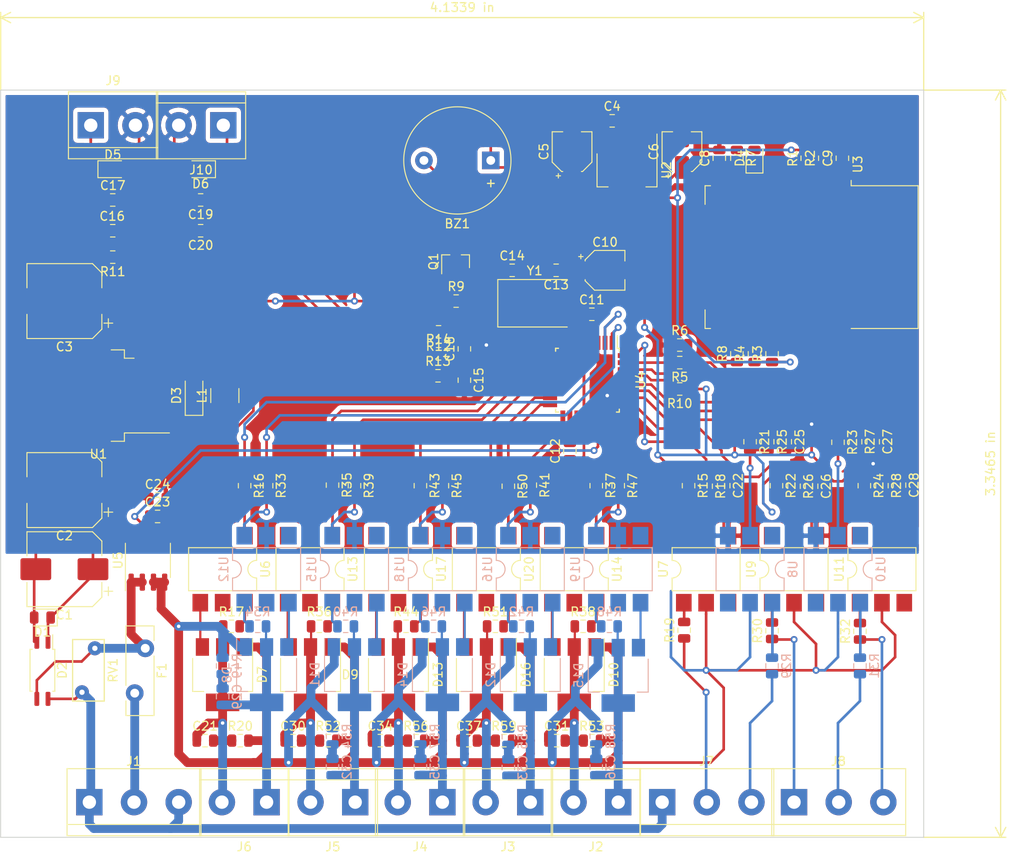
<source format=kicad_pcb>
(kicad_pcb (version 20171130) (host pcbnew "(5.1.5)-3")
  (layers (0 F.Cu signal) (31 B.Cu signal) (34 B.Paste user hide) (35 F.Paste user hide) (36 B.SilkS user hide) (37 F.SilkS user) (38 B.Mask user hide) (39 F.Mask user hide) (44 Edge.Cuts user))
  (net 0 "")
  (net 1 5V)
  (net 2 "Net-(BZ1-Pad2)")
  (net 3 "Net-(C1-Pad1)")
  (net 4 GND)
  (net 5 3.3V)
  (net 6 "Net-(C9-Pad1)")
  (net 7 "Net-(C12-Pad2)")
  (net 8 "Net-(C13-Pad2)")
  (net 9 "Net-(C14-Pad2)")
  (net 10 Temp_0)
  (net 11 Temp_1)
  (net 12 "Net-(C21-Pad2)")
  (net 13 "Net-(C23-Pad1)")
  (net 14 24acV1_F)
  (net 15 24acV2)
  (net 16 Entrada_1)
  (net 17 Salida_1)
  (net 18 24acV1)
  (net 19 Salida_2)
  (net 20 Salida_3)
  (net 21 Salida_4)
  (net 22 Salida_5)
  (net 23 Salida_6)
  (net 24 Salida_7)
  (net 25 Salida_8)
  (net 26 Salida_9)
  (net 27 Salida_10)
  (net 28 Entrada_2)
  (net 29 Entrada_3)
  (net 30 Entrada_4)
  (net 31 "Net-(Q1-Pad1)")
  (net 32 "Net-(R1-Pad1)")
  (net 33 "Net-(R3-Pad2)")
  (net 34 "Net-(R4-Pad2)")
  (net 35 Rx_ESP_5V)
  (net 36 "Net-(R5-Pad1)")
  (net 37 "Net-(R7-Pad2)")
  (net 38 "Net-(R8-Pad2)")
  (net 39 "Net-(R9-Pad2)")
  (net 40 "Net-(R10-Pad2)")
  (net 41 E1)
  (net 42 S1)
  (net 43 "Net-(R17-Pad2)")
  (net 44 "Net-(U3-Pad2)")
  (net 45 "Net-(U3-Pad4)")
  (net 46 E5)
  (net 47 "Net-(U3-Pad6)")
  (net 48 "Net-(U3-Pad9)")
  (net 49 "Net-(U3-Pad10)")
  (net 50 "Net-(U3-Pad11)")
  (net 51 "Net-(U3-Pad12)")
  (net 52 "Net-(U3-Pad13)")
  (net 53 "Net-(U3-Pad14)")
  (net 54 "Net-(U3-Pad19)")
  (net 55 "Net-(U3-Pad20)")
  (net 56 Tx_ESP)
  (net 57 S2)
  (net 58 S3)
  (net 59 S4)
  (net 60 S5)
  (net 61 S6)
  (net 62 S7)
  (net 63 S8)
  (net 64 S9)
  (net 65 S10)
  (net 66 E3)
  (net 67 E4)
  (net 68 AD0)
  (net 69 AD1)
  (net 70 Corriente)
  (net 71 E2)
  (net 72 "Net-(U6-Pad5)")
  (net 73 "Net-(U6-Pad3)")
  (net 74 "Net-(C29-Pad2)")
  (net 75 "Net-(C30-Pad2)")
  (net 76 "Net-(C31-Pad2)")
  (net 77 "Net-(C32-Pad2)")
  (net 78 "Net-(C33-Pad2)")
  (net 79 "Net-(C34-Pad2)")
  (net 80 "Net-(C35-Pad2)")
  (net 81 "Net-(C36-Pad2)")
  (net 82 "Net-(C37-Pad2)")
  (net 83 "Net-(D8-Pad3)")
  (net 84 "Net-(D9-Pad3)")
  (net 85 "Net-(D10-Pad3)")
  (net 86 Entrada_5)
  (net 87 "Net-(D11-Pad3)")
  (net 88 "Net-(R29-Pad2)")
  (net 89 "Net-(R30-Pad2)")
  (net 90 "Net-(R31-Pad2)")
  (net 91 "Net-(R32-Pad2)")
  (net 92 "Net-(R33-Pad2)")
  (net 93 "Net-(R34-Pad2)")
  (net 94 "Net-(R35-Pad2)")
  (net 95 "Net-(R36-Pad2)")
  (net 96 "Net-(R37-Pad2)")
  (net 97 "Net-(R38-Pad2)")
  (net 98 "Net-(R39-Pad2)")
  (net 99 "Net-(R40-Pad2)")
  (net 100 "Net-(R41-Pad2)")
  (net 101 "Net-(R42-Pad2)")
  (net 102 "Net-(R43-Pad2)")
  (net 103 "Net-(R45-Pad2)")
  (net 104 "Net-(R46-Pad2)")
  (net 105 "Net-(U12-Pad5)")
  (net 106 "Net-(U12-Pad3)")
  (net 107 "Net-(U13-Pad3)")
  (net 108 "Net-(U13-Pad5)")
  (net 109 "Net-(U14-Pad3)")
  (net 110 "Net-(U14-Pad5)")
  (net 111 "Net-(U15-Pad5)")
  (net 112 "Net-(U15-Pad3)")
  (net 113 "Net-(U16-Pad5)")
  (net 114 "Net-(U16-Pad3)")
  (net 115 "Net-(U17-Pad5)")
  (net 116 "Net-(U17-Pad3)")
  (net 117 "Net-(U18-Pad3)")
  (net 118 "Net-(U18-Pad5)")
  (net 119 "Net-(U19-Pad5)")
  (net 120 "Net-(U19-Pad3)")
  (net 121 "Net-(U20-Pad3)")
  (net 122 "Net-(U20-Pad5)")
  (net 123 Comun_salida_I)
  (net 124 "Net-(D7-Pad3)")
  (net 125 "Net-(D12-Pad3)")
  (net 126 "Net-(D13-Pad3)")
  (net 127 "Net-(D14-Pad3)")
  (net 128 "Net-(D15-Pad3)")
  (net 129 "Net-(D16-Pad3)")
  (net 130 "Net-(D3-Pad1)")
  (net 131 "Net-(D4-Pad2)")
  (net 132 "Net-(R15-Pad2)")
  (net 133 "Net-(R16-Pad2)")
  (net 134 "Net-(R19-Pad2)")
  (net 135 "Net-(R21-Pad2)")
  (net 136 "Net-(R22-Pad2)")
  (net 137 "Net-(R23-Pad2)")
  (net 138 "Net-(R24-Pad2)")
  (net 139 "Net-(R44-Pad2)")
  (net 140 "Net-(R47-Pad2)")
  (net 141 "Net-(R48-Pad2)")
  (net 142 "Net-(R50-Pad2)")
  (net 143 "Net-(R51-Pad2)")
  (net 144 "Net-(U7-Pad6)")
  (net 145 "Net-(U7-Pad3)")
  (net 146 "Net-(U8-Pad3)")
  (net 147 "Net-(U8-Pad6)")
  (net 148 "Net-(U9-Pad3)")
  (net 149 "Net-(U9-Pad6)")
  (net 150 "Net-(U10-Pad6)")
  (net 151 "Net-(U10-Pad3)")
  (net 152 "Net-(U11-Pad3)")
  (net 153 "Net-(U11-Pad6)")
  (net 154 "Net-(U4-Pad19)")
  (net 155 "Net-(U3-Pad5)")
  (module Capacitor_SMD:CP_Elec_8x10 (layer F.Cu) (at 78 119.5 180)
    (fp_text reference C1 (at 0 -5.2) (layer F.SilkS))
    (fp_text value 100u)
    (pad 1 smd roundrect (at -3.25 0 180) (size 3.5 2.5) (layers F.Cu F.Paste F.Mask) (roundrect_rratio 0.1) (net 3 "Net-(C1-Pad1)"))
    (pad 2 smd roundrect (at 3.25 0 180) (size 3.5 2.5) (layers F.Cu F.Paste F.Mask) (roundrect_rratio 0.1) (net 4 GND))
  )
  (module Diode_SMD:D_SOD-123 (layer F.Cu) (at 92.75 99.75 90)
    (fp_text reference D3 (at 0 -2 90) (layer F.SilkS))
    (fp_text value 1N5819)
    (pad 1 smd rect (at -1.65 0 90) (size 0.9 1.2) (layers F.Cu F.Paste F.Mask) (net 130 "Net-(D3-Pad1)"))
    (pad 2 smd rect (at 1.65 0 90) (size 0.9 1.2) (layers F.Cu F.Paste F.Mask) (net 4 GND))
  )
  (module TerminalBlock:TerminalBlock_bornier-2_P5.08mm (layer F.Cu) (at 81 69)
    (fp_text reference J9 (at 2.54 -5.08) (layer F.SilkS))
    (fp_text value Conn_01x02_Male)
    (pad 1 thru_hole rect (at 0 0) (size 3 3) (drill 1.52) (layers *.Cu *.Mask) (net 10 Temp_0))
    (pad 2 thru_hole circle (at 5.08 0) (size 3 3) (drill 1.52) (layers *.Cu *.Mask) (net 4 GND))
  )
  (module Package_DIP:SMDIP-6_W7.62mm (layer B.Cu) (at 141 119.5 270)
    (fp_text reference U19 (at 0 4.87 90) (layer B.SilkS) (effects (justify mirror)))
    (fp_text value MOC3021M)
    (pad 6 smd rect (at 3.81 2.54 270) (size 2 1.78) (layers B.Cu B.Paste B.Mask) (net 141 "Net-(R48-Pad2)"))
    (pad 3 smd rect (at -3.81 -2.54 270) (size 2 1.78) (layers B.Cu B.Paste B.Mask) (net 120 "Net-(U19-Pad3)"))
    (pad 5 smd rect (at 3.81 0 270) (size 2 1.78) (layers B.Cu B.Paste B.Mask) (net 119 "Net-(U19-Pad5)"))
    (pad 2 smd rect (at -3.81 0 270) (size 2 1.78) (layers B.Cu B.Paste B.Mask) (net 4 GND))
    (pad 4 smd rect (at 3.81 -2.54 270) (size 2 1.78) (layers B.Cu B.Paste B.Mask) (net 128 "Net-(D15-Pad3)"))
    (pad 1 smd rect (at -3.81 2.54 270) (size 2 1.78) (layers B.Cu B.Paste B.Mask) (net 140 "Net-(R47-Pad2)"))
  )
  (module Package_TO_SOT_SMD:SOT-223-3_TabPin2 (layer F.Cu) (at 106 131.5 270)
    (fp_text reference D9 (at 0 -4.5 180) (layer F.SilkS))
    (fp_text value Z0107mn)
    (pad 2 smd rect (at 3.15 0 270) (size 2 3.8) (layers F.Cu F.Paste F.Mask) (net 20 Salida_3))
    (pad 2 smd rect (at -3.15 0 270) (size 2 1.5) (layers F.Cu F.Paste F.Mask) (net 20 Salida_3))
    (pad 3 smd rect (at -3.15 2.3 270) (size 2 1.5) (layers F.Cu F.Paste F.Mask) (net 84 "Net-(D9-Pad3)"))
    (pad 1 smd rect (at -3.15 -2.3 270) (size 2 1.5) (layers F.Cu F.Paste F.Mask) (net 123 Comun_salida_I))
  )
  (module Capacitor_SMD:C_0805_2012Metric (layer B.Cu) (at 96 134 90)
    (fp_text reference C29 (at 0 1.65 90) (layer B.SilkS) (effects (justify mirror)))
    (fp_text value 10n)
    (pad 2 smd roundrect (at 0.9375 0 90) (size 0.975 1.4) (layers B.Cu B.Paste B.Mask) (net 74 "Net-(C29-Pad2)"))
    (pad 1 smd roundrect (at -0.9375 0 90) (size 0.975 1.4) (layers B.Cu B.Paste B.Mask) (net 19 Salida_2))
  )
  (module Resistor_SMD:R_0805_2012Metric (layer B.Cu) (at 100 126 180)
    (fp_text reference R34 (at 0 1.65 180) (layer B.SilkS) (effects (justify mirror)))
    (fp_text value 1k)
    (pad 2 smd roundrect (at 0.9375 0 180) (size 0.975 1.4) (layers B.Cu B.Paste B.Mask) (net 93 "Net-(R34-Pad2)"))
    (pad 1 smd roundrect (at -0.9375 0 180) (size 0.975 1.4) (layers B.Cu B.Paste B.Mask) (net 19 Salida_2))
  )
  (module Resistor_SMD:R_0805_2012Metric (layer F.Cu) (at 137 126)
    (fp_text reference R38 (at 0 -1.65) (layer F.SilkS))
    (fp_text value 1k)
    (pad 2 smd roundrect (at 0.9375 0) (size 0.975 1.4) (layers F.Cu F.Paste F.Mask) (net 97 "Net-(R38-Pad2)"))
    (pad 1 smd roundrect (at -0.9375 0) (size 0.975 1.4) (layers F.Cu F.Paste F.Mask) (net 26 Salida_9))
  )
  (module Resistor_SMD:R_0805_2012Metric (layer F.Cu) (at 128 139)
    (fp_text reference R59 (at 0 -1.65) (layer F.SilkS))
    (fp_text value 100)
    (pad 2 smd roundrect (at 0.9375 0) (size 0.975 1.4) (layers F.Cu F.Paste F.Mask) (net 123 Comun_salida_I))
    (pad 1 smd roundrect (at -0.9375 0) (size 0.975 1.4) (layers F.Cu F.Paste F.Mask) (net 82 "Net-(C37-Pad2)"))
  )
  (module Resistor_SMD:R_0805_2012Metric (layer F.Cu) (at 108 139)
    (fp_text reference R52 (at 0 -1.65) (layer F.SilkS))
    (fp_text value 100)
    (pad 1 smd roundrect (at -0.9375 0) (size 0.975 1.4) (layers F.Cu F.Paste F.Mask) (net 75 "Net-(C30-Pad2)"))
    (pad 2 smd roundrect (at 0.9375 0) (size 0.975 1.4) (layers F.Cu F.Paste F.Mask) (net 123 Comun_salida_I))
  )
  (module Package_DIP:SMDIP-6_W7.62mm (layer F.Cu) (at 96 119.5 270)
    (fp_text reference U6 (at 0 -4.87 90) (layer F.SilkS))
    (fp_text value MOC3021M)
    (pad 6 smd rect (at 3.81 -2.54 270) (size 2 1.78) (layers F.Cu F.Paste F.Mask) (net 43 "Net-(R17-Pad2)"))
    (pad 3 smd rect (at -3.81 2.54 270) (size 2 1.78) (layers F.Cu F.Paste F.Mask) (net 73 "Net-(U6-Pad3)"))
    (pad 5 smd rect (at 3.81 0 270) (size 2 1.78) (layers F.Cu F.Paste F.Mask) (net 72 "Net-(U6-Pad5)"))
    (pad 2 smd rect (at -3.81 0 270) (size 2 1.78) (layers F.Cu F.Paste F.Mask) (net 4 GND))
    (pad 4 smd rect (at 3.81 2.54 270) (size 2 1.78) (layers F.Cu F.Paste F.Mask) (net 124 "Net-(D7-Pad3)"))
    (pad 1 smd rect (at -3.81 -2.54 270) (size 2 1.78) (layers F.Cu F.Paste F.Mask) (net 133 "Net-(R16-Pad2)"))
  )
  (module Capacitor_SMD:C_0805_2012Metric (layer F.Cu) (at 94 139)
    (fp_text reference C21 (at 0 -1.65) (layer F.SilkS))
    (fp_text value 10n)
    (pad 2 smd roundrect (at 0.9375 0) (size 0.975 1.4) (layers F.Cu F.Paste F.Mask) (net 12 "Net-(C21-Pad2)"))
    (pad 1 smd roundrect (at -0.9375 0) (size 0.975 1.4) (layers F.Cu F.Paste F.Mask) (net 17 Salida_1))
  )
  (module Capacitor_SMD:C_0805_2012Metric (layer F.Cu) (at 104 139)
    (fp_text reference C30 (at 0 -1.65) (layer F.SilkS))
    (fp_text value 10n)
    (pad 1 smd roundrect (at -0.9375 0) (size 0.975 1.4) (layers F.Cu F.Paste F.Mask) (net 20 Salida_3))
    (pad 2 smd roundrect (at 0.9375 0) (size 0.975 1.4) (layers F.Cu F.Paste F.Mask) (net 75 "Net-(C30-Pad2)"))
  )
  (module Capacitor_SMD:C_0805_2012Metric (layer F.Cu) (at 134 139)
    (fp_text reference C31 (at 0 -1.65) (layer F.SilkS))
    (fp_text value 10n)
    (pad 1 smd roundrect (at -0.9375 0) (size 0.975 1.4) (layers F.Cu F.Paste F.Mask) (net 26 Salida_9))
    (pad 2 smd roundrect (at 0.9375 0) (size 0.975 1.4) (layers F.Cu F.Paste F.Mask) (net 76 "Net-(C31-Pad2)"))
  )
  (module Capacitor_SMD:C_0805_2012Metric (layer B.Cu) (at 108.5 142 90)
    (fp_text reference C32 (at 0 1.65 90) (layer B.SilkS) (effects (justify mirror)))
    (fp_text value 10n)
    (pad 2 smd roundrect (at 0.9375 0 90) (size 0.975 1.4) (layers B.Cu B.Paste B.Mask) (net 77 "Net-(C32-Pad2)"))
    (pad 1 smd roundrect (at -0.9375 0 90) (size 0.975 1.4) (layers B.Cu B.Paste B.Mask) (net 21 Salida_4))
  )
  (module Capacitor_SMD:C_0805_2012Metric (layer B.Cu) (at 128.5 142.0625 90)
    (fp_text reference C33 (at 0 1.65 90) (layer B.SilkS) (effects (justify mirror)))
    (fp_text value 10n)
    (pad 1 smd roundrect (at -0.9375 0 90) (size 0.975 1.4) (layers B.Cu B.Paste B.Mask) (net 25 Salida_8))
    (pad 2 smd roundrect (at 0.9375 0 90) (size 0.975 1.4) (layers B.Cu B.Paste B.Mask) (net 78 "Net-(C33-Pad2)"))
  )
  (module Capacitor_SMD:C_0805_2012Metric (layer F.Cu) (at 113.9375 139)
    (fp_text reference C34 (at 0 -1.65) (layer F.SilkS))
    (fp_text value 10n)
    (pad 1 smd roundrect (at -0.9375 0) (size 0.975 1.4) (layers F.Cu F.Paste F.Mask) (net 22 Salida_5))
    (pad 2 smd roundrect (at 0.9375 0) (size 0.975 1.4) (layers F.Cu F.Paste F.Mask) (net 79 "Net-(C34-Pad2)"))
  )
  (module Capacitor_SMD:C_0805_2012Metric (layer B.Cu) (at 118.5 141.987 90)
    (fp_text reference C35 (at 0 1.65 90) (layer B.SilkS) (effects (justify mirror)))
    (fp_text value 10n)
    (pad 1 smd roundrect (at -0.9375 0 90) (size 0.975 1.4) (layers B.Cu B.Paste B.Mask) (net 23 Salida_6))
    (pad 2 smd roundrect (at 0.9375 0 90) (size 0.975 1.4) (layers B.Cu B.Paste B.Mask) (net 80 "Net-(C35-Pad2)"))
  )
  (module Capacitor_SMD:C_0805_2012Metric (layer B.Cu) (at 138.5 142 90)
    (fp_text reference C36 (at 0 1.65 90) (layer B.SilkS) (effects (justify mirror)))
    (fp_text value 10n)
    (pad 1 smd roundrect (at -0.9375 0 90) (size 0.975 1.4) (layers B.Cu B.Paste B.Mask) (net 27 Salida_10))
    (pad 2 smd roundrect (at 0.9375 0 90) (size 0.975 1.4) (layers B.Cu B.Paste B.Mask) (net 81 "Net-(C36-Pad2)"))
  )
  (module Capacitor_SMD:C_0805_2012Metric (layer F.Cu) (at 124 139)
    (fp_text reference C37 (at 0 -1.65) (layer F.SilkS))
    (fp_text value 10n)
    (pad 1 smd roundrect (at -0.9375 0) (size 0.975 1.4) (layers F.Cu F.Paste F.Mask) (net 24 Salida_7))
    (pad 2 smd roundrect (at 0.9375 0) (size 0.975 1.4) (layers F.Cu F.Paste F.Mask) (net 82 "Net-(C37-Pad2)"))
  )
  (module Package_TO_SOT_SMD:SOT-223-3_TabPin2 (layer F.Cu) (at 96 131.5 270)
    (fp_text reference D7 (at 0 -4.5 90) (layer F.SilkS))
    (fp_text value Z0107mn)
    (pad 2 smd rect (at 3.15 0 270) (size 2 3.8) (layers F.Cu F.Paste F.Mask) (net 17 Salida_1))
    (pad 2 smd rect (at -3.15 0 270) (size 2 1.5) (layers F.Cu F.Paste F.Mask) (net 17 Salida_1))
    (pad 3 smd rect (at -3.15 2.3 270) (size 2 1.5) (layers F.Cu F.Paste F.Mask) (net 124 "Net-(D7-Pad3)"))
    (pad 1 smd rect (at -3.15 -2.3 270) (size 2 1.5) (layers F.Cu F.Paste F.Mask) (net 123 Comun_salida_I))
  )
  (module Package_TO_SOT_SMD:SOT-223-3_TabPin2 (layer B.Cu) (at 101 131.5 270)
    (fp_text reference D8 (at 0 4.5 90) (layer B.SilkS) (effects (justify mirror)))
    (fp_text value Z0107mn)
    (pad 1 smd rect (at -3.15 2.3 270) (size 2 1.5) (layers B.Cu B.Paste B.Mask) (net 123 Comun_salida_I))
    (pad 3 smd rect (at -3.15 -2.3 270) (size 2 1.5) (layers B.Cu B.Paste B.Mask) (net 83 "Net-(D8-Pad3)"))
    (pad 2 smd rect (at -3.15 0 270) (size 2 1.5) (layers B.Cu B.Paste B.Mask) (net 19 Salida_2))
    (pad 2 smd rect (at 3.15 0 270) (size 2 3.8) (layers B.Cu B.Paste B.Mask) (net 19 Salida_2))
  )
  (module Package_TO_SOT_SMD:SOT-223-3_TabPin2 (layer F.Cu) (at 136 131.5 270)
    (fp_text reference D10 (at 0 -4.5 90) (layer F.SilkS))
    (fp_text value Z0107mn)
    (pad 1 smd rect (at -3.15 -2.3 270) (size 2 1.5) (layers F.Cu F.Paste F.Mask) (net 123 Comun_salida_I))
    (pad 3 smd rect (at -3.15 2.3 270) (size 2 1.5) (layers F.Cu F.Paste F.Mask) (net 85 "Net-(D10-Pad3)"))
    (pad 2 smd rect (at -3.15 0 270) (size 2 1.5) (layers F.Cu F.Paste F.Mask) (net 26 Salida_9))
    (pad 2 smd rect (at 3.15 0 270) (size 2 3.8) (layers F.Cu F.Paste F.Mask) (net 26 Salida_9))
  )
  (module Package_TO_SOT_SMD:SOT-223-3_TabPin2 (layer B.Cu) (at 111 131.5 270)
    (fp_text reference D11 (at 0 4.5 90) (layer B.SilkS) (effects (justify mirror)))
    (fp_text value Z0107mn)
    (pad 2 smd rect (at 3.15 0 270) (size 2 3.8) (layers B.Cu B.Paste B.Mask) (net 21 Salida_4))
    (pad 2 smd rect (at -3.15 0 270) (size 2 1.5) (layers B.Cu B.Paste B.Mask) (net 21 Salida_4))
    (pad 3 smd rect (at -3.15 -2.3 270) (size 2 1.5) (layers B.Cu B.Paste B.Mask) (net 87 "Net-(D11-Pad3)"))
    (pad 1 smd rect (at -3.15 2.3 270) (size 2 1.5) (layers B.Cu B.Paste B.Mask) (net 123 Comun_salida_I))
  )
  (module Package_TO_SOT_SMD:SOT-223-3_TabPin2 (layer B.Cu) (at 131 131.5 270)
    (fp_text reference D12 (at 0 4.5 270) (layer B.SilkS) (effects (justify mirror)))
    (fp_text value Z0107mn)
    (pad 1 smd rect (at -3.15 2.3 270) (size 2 1.5) (layers B.Cu B.Paste B.Mask) (net 123 Comun_salida_I))
    (pad 3 smd rect (at -3.15 -2.3 270) (size 2 1.5) (layers B.Cu B.Paste B.Mask) (net 125 "Net-(D12-Pad3)"))
    (pad 2 smd rect (at -3.15 0 270) (size 2 1.5) (layers B.Cu B.Paste B.Mask) (net 25 Salida_8))
    (pad 2 smd rect (at 3.15 0 270) (size 2 3.8) (layers B.Cu B.Paste B.Mask) (net 25 Salida_8))
  )
  (module Package_TO_SOT_SMD:SOT-223-3_TabPin2 (layer F.Cu) (at 116 131.5 270)
    (fp_text reference D13 (at 0 -4.5 90) (layer F.SilkS))
    (fp_text value Z0107mn)
    (pad 1 smd rect (at -3.15 -2.3 270) (size 2 1.5) (layers F.Cu F.Paste F.Mask) (net 123 Comun_salida_I))
    (pad 3 smd rect (at -3.15 2.3 270) (size 2 1.5) (layers F.Cu F.Paste F.Mask) (net 126 "Net-(D13-Pad3)"))
    (pad 2 smd rect (at -3.15 0 270) (size 2 1.5) (layers F.Cu F.Paste F.Mask) (net 22 Salida_5))
    (pad 2 smd rect (at 3.15 0 270) (size 2 3.8) (layers F.Cu F.Paste F.Mask) (net 22 Salida_5))
  )
  (module Package_TO_SOT_SMD:SOT-223-3_TabPin2 (layer B.Cu) (at 121 131.5 270)
    (fp_text reference D14 (at 0 4.5 270) (layer B.SilkS) (effects (justify mirror)))
    (fp_text value Z0107mn)
    (pad 2 smd rect (at 3.15 0 270) (size 2 3.8) (layers B.Cu B.Paste B.Mask) (net 23 Salida_6))
    (pad 2 smd rect (at -3.15 0 270) (size 2 1.5) (layers B.Cu B.Paste B.Mask) (net 23 Salida_6))
    (pad 3 smd rect (at -3.15 -2.3 270) (size 2 1.5) (layers B.Cu B.Paste B.Mask) (net 127 "Net-(D14-Pad3)"))
    (pad 1 smd rect (at -3.15 2.3 270) (size 2 1.5) (layers B.Cu B.Paste B.Mask) (net 123 Comun_salida_I))
  )
  (module Package_TO_SOT_SMD:SOT-223-3_TabPin2 (layer B.Cu) (at 141 131.574 270)
    (fp_text reference D15 (at 0 4.5 270) (layer B.SilkS) (effects (justify mirror)))
    (fp_text value Z0107mn)
    (pad 2 smd rect (at 3.15 0 270) (size 2 3.8) (layers B.Cu B.Paste B.Mask) (net 27 Salida_10))
    (pad 2 smd rect (at -3.15 0 270) (size 2 1.5) (layers B.Cu B.Paste B.Mask) (net 27 Salida_10))
    (pad 3 smd rect (at -3.15 -2.3 270) (size 2 1.5) (layers B.Cu B.Paste B.Mask) (net 128 "Net-(D15-Pad3)"))
    (pad 1 smd rect (at -3.15 2.3 270) (size 2 1.5) (layers B.Cu B.Paste B.Mask) (net 123 Comun_salida_I))
  )
  (module Package_TO_SOT_SMD:SOT-223-3_TabPin2 (layer F.Cu) (at 126.006 131.5 270)
    (fp_text reference D16 (at 0 -4.5 90) (layer F.SilkS))
    (fp_text value Z0107mn)
    (pad 2 smd rect (at 3.15 0 270) (size 2 3.8) (layers F.Cu F.Paste F.Mask) (net 24 Salida_7))
    (pad 2 smd rect (at -3.15 0 270) (size 2 1.5) (layers F.Cu F.Paste F.Mask) (net 24 Salida_7))
    (pad 3 smd rect (at -3.15 2.3 270) (size 2 1.5) (layers F.Cu F.Paste F.Mask) (net 129 "Net-(D16-Pad3)"))
    (pad 1 smd rect (at -3.15 -2.3 270) (size 2 1.5) (layers F.Cu F.Paste F.Mask) (net 123 Comun_salida_I))
  )
  (module Resistor_SMD:R_0805_2012Metric (layer F.Cu) (at 97 126)
    (fp_text reference R17 (at 0 -1.65) (layer F.SilkS))
    (fp_text value 1k)
    (pad 1 smd roundrect (at -0.9375 0) (size 0.975 1.4) (layers F.Cu F.Paste F.Mask) (net 17 Salida_1))
    (pad 2 smd roundrect (at 0.9375 0) (size 0.975 1.4) (layers F.Cu F.Paste F.Mask) (net 43 "Net-(R17-Pad2)"))
  )
  (module Resistor_SMD:R_0805_2012Metric (layer F.Cu) (at 98 139)
    (fp_text reference R20 (at 0 -1.65) (layer F.SilkS))
    (fp_text value 100)
    (pad 1 smd roundrect (at -0.9375 0) (size 0.975 1.4) (layers F.Cu F.Paste F.Mask) (net 12 "Net-(C21-Pad2)"))
    (pad 2 smd roundrect (at 0.9375 0) (size 0.975 1.4) (layers F.Cu F.Paste F.Mask) (net 123 Comun_salida_I))
  )
  (module Resistor_SMD:R_0805_2012Metric (layer F.Cu) (at 107 126)
    (fp_text reference R36 (at 0 -1.65) (layer F.SilkS))
    (fp_text value 1k)
    (pad 1 smd roundrect (at -0.9375 0) (size 0.975 1.4) (layers F.Cu F.Paste F.Mask) (net 20 Salida_3))
    (pad 2 smd roundrect (at 0.9375 0) (size 0.975 1.4) (layers F.Cu F.Paste F.Mask) (net 95 "Net-(R36-Pad2)"))
  )
  (module Resistor_SMD:R_0805_2012Metric (layer B.Cu) (at 110 126 180)
    (fp_text reference R40 (at 0 1.65) (layer B.SilkS) (effects (justify mirror)))
    (fp_text value 1k)
    (pad 1 smd roundrect (at -0.9375 0 180) (size 0.975 1.4) (layers B.Cu B.Paste B.Mask) (net 21 Salida_4))
    (pad 2 smd roundrect (at 0.9375 0 180) (size 0.975 1.4) (layers B.Cu B.Paste B.Mask) (net 99 "Net-(R40-Pad2)"))
  )
  (module Resistor_SMD:R_0805_2012Metric (layer B.Cu) (at 130 126 180)
    (fp_text reference R42 (at 0 1.65) (layer B.SilkS) (effects (justify mirror)))
    (fp_text value 1k)
    (pad 1 smd roundrect (at -0.9375 0 180) (size 0.975 1.4) (layers B.Cu B.Paste B.Mask) (net 25 Salida_8))
    (pad 2 smd roundrect (at 0.9375 0 180) (size 0.975 1.4) (layers B.Cu B.Paste B.Mask) (net 101 "Net-(R42-Pad2)"))
  )
  (module Resistor_SMD:R_0805_2012Metric (layer F.Cu) (at 116.862 126)
    (fp_text reference R44 (at 0 -1.65) (layer F.SilkS))
    (fp_text value 1k)
    (pad 2 smd roundrect (at 0.9375 0) (size 0.975 1.4) (layers F.Cu F.Paste F.Mask) (net 139 "Net-(R44-Pad2)"))
    (pad 1 smd roundrect (at -0.9375 0) (size 0.975 1.4) (layers F.Cu F.Paste F.Mask) (net 22 Salida_5))
  )
  (module Resistor_SMD:R_0805_2012Metric (layer B.Cu) (at 120 126 180)
    (fp_text reference R46 (at 0 1.65) (layer B.SilkS) (effects (justify mirror)))
    (fp_text value 1k)
    (pad 1 smd roundrect (at -0.9375 0 180) (size 0.975 1.4) (layers B.Cu B.Paste B.Mask) (net 23 Salida_6))
    (pad 2 smd roundrect (at 0.9375 0 180) (size 0.975 1.4) (layers B.Cu B.Paste B.Mask) (net 104 "Net-(R46-Pad2)"))
  )
  (module Resistor_SMD:R_0805_2012Metric (layer B.Cu) (at 140 126 180)
    (fp_text reference R48 (at 0 1.65) (layer B.SilkS) (effects (justify mirror)))
    (fp_text value 1k)
    (pad 1 smd roundrect (at -0.9375 0 180) (size 0.975 1.4) (layers B.Cu B.Paste B.Mask) (net 27 Salida_10))
    (pad 2 smd roundrect (at 0.9375 0 180) (size 0.975 1.4) (layers B.Cu B.Paste B.Mask) (net 141 "Net-(R48-Pad2)"))
  )
  (module Resistor_SMD:R_0805_2012Metric (layer B.Cu) (at 96 130.5 90)
    (fp_text reference R49 (at 0 1.65 90) (layer B.SilkS) (effects (justify mirror)))
    (fp_text value 100)
    (pad 2 smd roundrect (at 0.9375 0 90) (size 0.975 1.4) (layers B.Cu B.Paste B.Mask) (net 123 Comun_salida_I))
    (pad 1 smd roundrect (at -0.9375 0 90) (size 0.975 1.4) (layers B.Cu B.Paste B.Mask) (net 74 "Net-(C29-Pad2)"))
  )
  (module Resistor_SMD:R_0805_2012Metric (layer F.Cu) (at 127.022 126)
    (fp_text reference R51 (at 0 -1.65) (layer F.SilkS))
    (fp_text value 1k)
    (pad 2 smd roundrect (at 0.9375 0) (size 0.975 1.4) (layers F.Cu F.Paste F.Mask) (net 143 "Net-(R51-Pad2)"))
    (pad 1 smd roundrect (at -0.9375 0) (size 0.975 1.4) (layers F.Cu F.Paste F.Mask) (net 24 Salida_7))
  )
  (module Resistor_SMD:R_0805_2012Metric (layer F.Cu) (at 138 139)
    (fp_text reference R53 (at 0 -1.65) (layer F.SilkS))
    (fp_text value 100)
    (pad 2 smd roundrect (at 0.9375 0) (size 0.975 1.4) (layers F.Cu F.Paste F.Mask) (net 123 Comun_salida_I))
    (pad 1 smd roundrect (at -0.9375 0) (size 0.975 1.4) (layers F.Cu F.Paste F.Mask) (net 76 "Net-(C31-Pad2)"))
  )
  (module Resistor_SMD:R_0805_2012Metric (layer B.Cu) (at 108.5 138.5 90)
    (fp_text reference R54 (at 0 1.65 90) (layer B.SilkS) (effects (justify mirror)))
    (fp_text value 100)
    (pad 1 smd roundrect (at -0.9375 0 90) (size 0.975 1.4) (layers B.Cu B.Paste B.Mask) (net 77 "Net-(C32-Pad2)"))
    (pad 2 smd roundrect (at 0.9375 0 90) (size 0.975 1.4) (layers B.Cu B.Paste B.Mask) (net 123 Comun_salida_I))
  )
  (module Resistor_SMD:R_0805_2012Metric (layer B.Cu) (at 128.5 138.5625 90)
    (fp_text reference R55 (at 0 1.65 90) (layer B.SilkS) (effects (justify mirror)))
    (fp_text value 100)
    (pad 1 smd roundrect (at -0.9375 0 90) (size 0.975 1.4) (layers B.Cu B.Paste B.Mask) (net 78 "Net-(C33-Pad2)"))
    (pad 2 smd roundrect (at 0.9375 0 90) (size 0.975 1.4) (layers B.Cu B.Paste B.Mask) (net 123 Comun_salida_I))
  )
  (module Resistor_SMD:R_0805_2012Metric (layer F.Cu) (at 118 139)
    (fp_text reference R56 (at 0 -1.65) (layer F.SilkS))
    (fp_text value 100)
    (pad 2 smd roundrect (at 0.9375 0) (size 0.975 1.4) (layers F.Cu F.Paste F.Mask) (net 123 Comun_salida_I))
    (pad 1 smd roundrect (at -0.9375 0) (size 0.975 1.4) (layers F.Cu F.Paste F.Mask) (net 79 "Net-(C34-Pad2)"))
  )
  (module Resistor_SMD:R_0805_2012Metric (layer B.Cu) (at 118.5 138.5 90)
    (fp_text reference R57 (at 0 1.65 90) (layer B.SilkS) (effects (justify mirror)))
    (fp_text value 100)
    (pad 1 smd roundrect (at -0.9375 0 90) (size 0.975 1.4) (layers B.Cu B.Paste B.Mask) (net 80 "Net-(C35-Pad2)"))
    (pad 2 smd roundrect (at 0.9375 0 90) (size 0.975 1.4) (layers B.Cu B.Paste B.Mask) (net 123 Comun_salida_I))
  )
  (module Resistor_SMD:R_0805_2012Metric (layer B.Cu) (at 138.5 138.5 90)
    (fp_text reference R58 (at 0 1.65 90) (layer B.SilkS) (effects (justify mirror)))
    (fp_text value 100)
    (pad 1 smd roundrect (at -0.9375 0 90) (size 0.975 1.4) (layers B.Cu B.Paste B.Mask) (net 81 "Net-(C36-Pad2)"))
    (pad 2 smd roundrect (at 0.9375 0 90) (size 0.975 1.4) (layers B.Cu B.Paste B.Mask) (net 123 Comun_salida_I))
  )
  (module Package_DIP:SMDIP-6_W7.62mm (layer B.Cu) (at 101 119.5 270)
    (fp_text reference U12 (at 0 4.87 270) (layer B.SilkS) (effects (justify mirror)))
    (fp_text value MOC3021M)
    (pad 6 smd rect (at 3.81 2.54 270) (size 2 1.78) (layers B.Cu B.Paste B.Mask) (net 93 "Net-(R34-Pad2)"))
    (pad 3 smd rect (at -3.81 -2.54 270) (size 2 1.78) (layers B.Cu B.Paste B.Mask) (net 106 "Net-(U12-Pad3)"))
    (pad 5 smd rect (at 3.81 0 270) (size 2 1.78) (layers B.Cu B.Paste B.Mask) (net 105 "Net-(U12-Pad5)"))
    (pad 2 smd rect (at -3.81 0 270) (size 2 1.78) (layers B.Cu B.Paste B.Mask) (net 4 GND))
    (pad 4 smd rect (at 3.81 -2.54 270) (size 2 1.78) (layers B.Cu B.Paste B.Mask) (net 83 "Net-(D8-Pad3)"))
    (pad 1 smd rect (at -3.81 2.54 270) (size 2 1.78) (layers B.Cu B.Paste B.Mask) (net 92 "Net-(R33-Pad2)"))
  )
  (module Package_DIP:SMDIP-6_W7.62mm (layer F.Cu) (at 105.94 119.5 270)
    (fp_text reference U13 (at 0 -4.87 90) (layer F.SilkS))
    (fp_text value MOC3021M)
    (pad 1 smd rect (at -3.81 -2.54 270) (size 2 1.78) (layers F.Cu F.Paste F.Mask) (net 94 "Net-(R35-Pad2)"))
    (pad 4 smd rect (at 3.81 2.54 270) (size 2 1.78) (layers F.Cu F.Paste F.Mask) (net 84 "Net-(D9-Pad3)"))
    (pad 2 smd rect (at -3.81 0 270) (size 2 1.78) (layers F.Cu F.Paste F.Mask) (net 4 GND))
    (pad 5 smd rect (at 3.81 0 270) (size 2 1.78) (layers F.Cu F.Paste F.Mask) (net 108 "Net-(U13-Pad5)"))
    (pad 3 smd rect (at -3.81 2.54 270) (size 2 1.78) (layers F.Cu F.Paste F.Mask) (net 107 "Net-(U13-Pad3)"))
    (pad 6 smd rect (at 3.81 -2.54 270) (size 2 1.78) (layers F.Cu F.Paste F.Mask) (net 95 "Net-(R36-Pad2)"))
  )
  (module Package_DIP:SMDIP-6_W7.62mm (layer F.Cu) (at 136 119.5 270)
    (fp_text reference U14 (at 0 -4.87 90) (layer F.SilkS))
    (fp_text value MOC3021M)
    (pad 1 smd rect (at -3.81 -2.54 270) (size 2 1.78) (layers F.Cu F.Paste F.Mask) (net 96 "Net-(R37-Pad2)"))
    (pad 4 smd rect (at 3.81 2.54 270) (size 2 1.78) (layers F.Cu F.Paste F.Mask) (net 85 "Net-(D10-Pad3)"))
    (pad 2 smd rect (at -3.81 0 270) (size 2 1.78) (layers F.Cu F.Paste F.Mask) (net 4 GND))
    (pad 5 smd rect (at 3.81 0 270) (size 2 1.78) (layers F.Cu F.Paste F.Mask) (net 110 "Net-(U14-Pad5)"))
    (pad 3 smd rect (at -3.81 2.54 270) (size 2 1.78) (layers F.Cu F.Paste F.Mask) (net 109 "Net-(U14-Pad3)"))
    (pad 6 smd rect (at 3.81 -2.54 270) (size 2 1.78) (layers F.Cu F.Paste F.Mask) (net 97 "Net-(R38-Pad2)"))
  )
  (module Package_DIP:SMDIP-6_W7.62mm (layer B.Cu) (at 111 119.5 270)
    (fp_text reference U15 (at 0 4.87 90) (layer B.SilkS) (effects (justify mirror)))
    (fp_text value MOC3021M)
    (pad 1 smd rect (at -3.81 2.54 270) (size 2 1.78) (layers B.Cu B.Paste B.Mask) (net 98 "Net-(R39-Pad2)"))
    (pad 4 smd rect (at 3.81 -2.54 270) (size 2 1.78) (layers B.Cu B.Paste B.Mask) (net 87 "Net-(D11-Pad3)"))
    (pad 2 smd rect (at -3.81 0 270) (size 2 1.78) (layers B.Cu B.Paste B.Mask) (net 4 GND))
    (pad 5 smd rect (at 3.81 0 270) (size 2 1.78) (layers B.Cu B.Paste B.Mask) (net 111 "Net-(U15-Pad5)"))
    (pad 3 smd rect (at -3.81 -2.54 270) (size 2 1.78) (layers B.Cu B.Paste B.Mask) (net 112 "Net-(U15-Pad3)"))
    (pad 6 smd rect (at 3.81 2.54 270) (size 2 1.78) (layers B.Cu B.Paste B.Mask) (net 99 "Net-(R40-Pad2)"))
  )
  (module Package_DIP:SMDIP-6_W7.62mm (layer B.Cu) (at 131 119.5 270)
    (fp_text reference U16 (at 0 4.87 90) (layer B.SilkS) (effects (justify mirror)))
    (fp_text value MOC3021M)
    (pad 6 smd rect (at 3.81 2.54 270) (size 2 1.78) (layers B.Cu B.Paste B.Mask) (net 101 "Net-(R42-Pad2)"))
    (pad 3 smd rect (at -3.81 -2.54 270) (size 2 1.78) (layers B.Cu B.Paste B.Mask) (net 114 "Net-(U16-Pad3)"))
    (pad 5 smd rect (at 3.81 0 270) (size 2 1.78) (layers B.Cu B.Paste B.Mask) (net 113 "Net-(U16-Pad5)"))
    (pad 2 smd rect (at -3.81 0 270) (size 2 1.78) (layers B.Cu B.Paste B.Mask) (net 4 GND))
    (pad 4 smd rect (at 3.81 -2.54 270) (size 2 1.78) (layers B.Cu B.Paste B.Mask) (net 125 "Net-(D12-Pad3)"))
    (pad 1 smd rect (at -3.81 2.54 270) (size 2 1.78) (layers B.Cu B.Paste B.Mask) (net 100 "Net-(R41-Pad2)"))
  )
  (module Package_DIP:SMDIP-6_W7.62mm (layer F.Cu) (at 116 119.5 270)
    (fp_text reference U17 (at 0 -4.87 90) (layer F.SilkS))
    (fp_text value MOC3021M)
    (pad 6 smd rect (at 3.81 -2.54 270) (size 2 1.78) (layers F.Cu F.Paste F.Mask) (net 139 "Net-(R44-Pad2)"))
    (pad 3 smd rect (at -3.81 2.54 270) (size 2 1.78) (layers F.Cu F.Paste F.Mask) (net 116 "Net-(U17-Pad3)"))
    (pad 5 smd rect (at 3.81 0 270) (size 2 1.78) (layers F.Cu F.Paste F.Mask) (net 115 "Net-(U17-Pad5)"))
    (pad 2 smd rect (at -3.81 0 270) (size 2 1.78) (layers F.Cu F.Paste F.Mask) (net 4 GND))
    (pad 4 smd rect (at 3.81 2.54 270) (size 2 1.78) (layers F.Cu F.Paste F.Mask) (net 126 "Net-(D13-Pad3)"))
    (pad 1 smd rect (at -3.81 -2.54 270) (size 2 1.78) (layers F.Cu F.Paste F.Mask) (net 102 "Net-(R43-Pad2)"))
  )
  (module Package_DIP:SMDIP-6_W7.62mm (layer B.Cu) (at 121 119.5 270)
    (fp_text reference U18 (at 0 4.87 90) (layer B.SilkS) (effects (justify mirror)))
    (fp_text value MOC3021M)
    (pad 1 smd rect (at -3.81 2.54 270) (size 2 1.78) (layers B.Cu B.Paste B.Mask) (net 103 "Net-(R45-Pad2)"))
    (pad 4 smd rect (at 3.81 -2.54 270) (size 2 1.78) (layers B.Cu B.Paste B.Mask) (net 127 "Net-(D14-Pad3)"))
    (pad 2 smd rect (at -3.81 0 270) (size 2 1.78) (layers B.Cu B.Paste B.Mask) (net 4 GND))
    (pad 5 smd rect (at 3.81 0 270) (size 2 1.78) (layers B.Cu B.Paste B.Mask) (net 118 "Net-(U18-Pad5)"))
    (pad 3 smd rect (at -3.81 -2.54 270) (size 2 1.78) (layers B.Cu B.Paste B.Mask) (net 117 "Net-(U18-Pad3)"))
    (pad 6 smd rect (at 3.81 2.54 270) (size 2 1.78) (layers B.Cu B.Paste B.Mask) (net 104 "Net-(R46-Pad2)"))
  )
  (module Package_DIP:SMDIP-6_W7.62mm (layer F.Cu) (at 126 119.5 270)
    (fp_text reference U20 (at 0 -4.87 90) (layer F.SilkS))
    (fp_text value MOC3021M)
    (pad 1 smd rect (at -3.81 -2.54 270) (size 2 1.78) (layers F.Cu F.Paste F.Mask) (net 142 "Net-(R50-Pad2)"))
    (pad 4 smd rect (at 3.81 2.54 270) (size 2 1.78) (layers F.Cu F.Paste F.Mask) (net 129 "Net-(D16-Pad3)"))
    (pad 2 smd rect (at -3.81 0 270) (size 2 1.78) (layers F.Cu F.Paste F.Mask) (net 4 GND))
    (pad 5 smd rect (at 3.81 0 270) (size 2 1.78) (layers F.Cu F.Paste F.Mask) (net 122 "Net-(U20-Pad5)"))
    (pad 3 smd rect (at -3.81 2.54 270) (size 2 1.78) (layers F.Cu F.Paste F.Mask) (net 121 "Net-(U20-Pad3)"))
    (pad 6 smd rect (at 3.81 -2.54 270) (size 2 1.78) (layers F.Cu F.Paste F.Mask) (net 143 "Net-(R51-Pad2)"))
  )
  (module Package_SO:SOIC-8_3.9x4.9mm_P1.27mm (layer F.Cu) (at 87.5 118.5 90)
    (fp_text reference U5 (at 0 -3.4 90) (layer F.SilkS))
    (fp_text value ACS712xLCTR-05B)
    (pad 1 smd roundrect (at -2.475 -1.905 90) (size 1.95 0.6) (layers F.Cu F.Paste F.Mask) (net 14 24acV1_F))
    (pad 2 smd roundrect (at -2.475 -0.635 90) (size 1.95 0.6) (layers F.Cu F.Paste F.Mask) (net 14 24acV1_F))
    (pad 3 smd roundrect (at -2.475 0.635 90) (size 1.95 0.6) (layers F.Cu F.Paste F.Mask) (net 123 Comun_salida_I))
    (pad 4 smd roundrect (at -2.475 1.905 90) (size 1.95 0.6) (layers F.Cu F.Paste F.Mask) (net 123 Comun_salida_I))
    (pad 5 smd roundrect (at 2.475 1.905 90) (size 1.95 0.6) (layers F.Cu F.Paste F.Mask) (net 4 GND))
    (pad 6 smd roundrect (at 2.475 0.635 90) (size 1.95 0.6) (layers F.Cu F.Paste F.Mask) (net 13 "Net-(C23-Pad1)"))
    (pad 7 smd roundrect (at 2.475 -0.635 90) (size 1.95 0.6) (layers F.Cu F.Paste F.Mask) (net 70 Corriente))
    (pad 8 smd roundrect (at 2.475 -1.905 90) (size 1.95 0.6) (layers F.Cu F.Paste F.Mask) (net 1 5V))
  )
  (module Fuse:Fuse_Bourns_MF-RHT400 (layer F.Cu) (at 87.2 128.5 270)
    (fp_text reference F1 (at 2.55 -1.9 90) (layer F.SilkS))
    (fp_text value 507-C1Q1.5CT-ND)
    (pad 1 thru_hole circle (at 0 0 270) (size 2.01 2.01) (drill 1.01) (layers *.Cu *.Mask) (net 14 24acV1_F))
    (pad 2 thru_hole circle (at 5.1 1.2 270) (size 2.01 2.01) (drill 1.01) (layers *.Cu *.Mask) (net 18 24acV1))
  )
  (module Buzzer_Beeper:Buzzer_12x9.5RM7.6 (layer F.Cu) (at 126.5 73 180)
    (fp_text reference BZ1 (at 3.8 -7.2) (layer F.SilkS))
    (fp_text value Buzzer)
    (fp_text user + (at -0.01 -2.54) (layer F.SilkS))
    (pad 1 thru_hole rect (at 0 0 180) (size 2 2) (drill 1) (layers *.Cu *.Mask) (net 1 5V))
    (pad 2 thru_hole circle (at 7.6 0 180) (size 2 2) (drill 1) (layers *.Cu *.Mask) (net 2 "Net-(BZ1-Pad2)"))
  )
  (module Capacitor_SMD:CP_Elec_8x10 (layer F.Cu) (at 78 110.5 180)
    (fp_text reference C2 (at 0 -5.2) (layer F.SilkS))
    (fp_text value 100u)
    (pad 1 smd roundrect (at -3.25 0 180) (size 3.5 2.5) (layers F.Cu F.Paste F.Mask) (roundrect_rratio 0.1) (net 3 "Net-(C1-Pad1)"))
    (pad 2 smd roundrect (at 3.25 0 180) (size 3.5 2.5) (layers F.Cu F.Paste F.Mask) (roundrect_rratio 0.1) (net 4 GND))
  )
  (module Capacitor_SMD:CP_Elec_8x10 (layer F.Cu) (at 78 89 180)
    (fp_text reference C3 (at 0 -5.2) (layer F.SilkS))
    (fp_text value 330uf)
    (pad 2 smd roundrect (at 3.25 0 180) (size 3.5 2.5) (layers F.Cu F.Paste F.Mask) (roundrect_rratio 0.1) (net 4 GND))
    (pad 1 smd roundrect (at -3.25 0 180) (size 3.5 2.5) (layers F.Cu F.Paste F.Mask) (roundrect_rratio 0.1) (net 1 5V))
  )
  (module Capacitor_SMD:C_0805_2012Metric (layer F.Cu) (at 140.3125 68.5)
    (fp_text reference C4 (at 0 -1.65) (layer F.SilkS))
    (fp_text value 10n)
    (pad 2 smd roundrect (at 0.9375 0) (size 0.975 1.4) (layers F.Cu F.Paste F.Mask) (net 4 GND))
    (pad 1 smd roundrect (at -0.9375 0) (size 0.975 1.4) (layers F.Cu F.Paste F.Mask) (net 1 5V))
  )
  (module Capacitor_SMD:CP_Elec_4x5.4 (layer F.Cu) (at 135.75 72 90)
    (fp_text reference C5 (at 0 -3.2 90) (layer F.SilkS))
    (fp_text value 10u)
    (pad 1 smd roundrect (at -1.8 0 90) (size 2.6 1.6) (layers F.Cu F.Paste F.Mask) (roundrect_rratio 0.15625) (net 1 5V))
    (pad 2 smd roundrect (at 1.8 0 90) (size 2.6 1.6) (layers F.Cu F.Paste F.Mask) (roundrect_rratio 0.15625) (net 4 GND))
  )
  (module Capacitor_SMD:CP_Elec_4x5.4 (layer F.Cu) (at 148.25 72 90)
    (fp_text reference C6 (at 0 -3.2 90) (layer F.SilkS))
    (fp_text value 10u)
    (pad 2 smd roundrect (at 1.8 0 90) (size 2.6 1.6) (layers F.Cu F.Paste F.Mask) (roundrect_rratio 0.15625) (net 4 GND))
    (pad 1 smd roundrect (at -1.8 0 90) (size 2.6 1.6) (layers F.Cu F.Paste F.Mask) (roundrect_rratio 0.15625) (net 5 3.3V))
  )
  (module Capacitor_SMD:C_0805_2012Metric (layer F.Cu) (at 152.5 72.75 90)
    (fp_text reference C8 (at 0 -1.65 90) (layer F.SilkS))
    (fp_text value 100n)
    (pad 2 smd roundrect (at 0.9375 0 90) (size 0.975 1.4) (layers F.Cu F.Paste F.Mask) (net 4 GND))
    (pad 1 smd roundrect (at -0.9375 0 90) (size 0.975 1.4) (layers F.Cu F.Paste F.Mask) (net 5 3.3V))
  )
  (module Capacitor_SMD:C_0805_2012Metric (layer F.Cu) (at 166.5 72.75 90)
    (fp_text reference C9 (at 0 -1.65 90) (layer F.SilkS))
    (fp_text value 100n)
    (pad 1 smd roundrect (at -0.9375 0 90) (size 0.975 1.4) (layers F.Cu F.Paste F.Mask) (net 6 "Net-(C9-Pad1)"))
    (pad 2 smd roundrect (at 0.9375 0 90) (size 0.975 1.4) (layers F.Cu F.Paste F.Mask) (net 4 GND))
  )
  (module Capacitor_SMD:CP_Elec_4x5.4 (layer F.Cu) (at 139.5 85.5)
    (fp_text reference C10 (at 0 -3.2) (layer F.SilkS))
    (fp_text value 10u)
    (pad 1 smd roundrect (at -1.8 0) (size 2.6 1.6) (layers F.Cu F.Paste F.Mask) (roundrect_rratio 0.15625) (net 4 GND))
    (pad 2 smd roundrect (at 1.8 0) (size 2.6 1.6) (layers F.Cu F.Paste F.Mask) (roundrect_rratio 0.15625) (net 1 5V))
  )
  (module Capacitor_SMD:C_0805_2012Metric (layer F.Cu) (at 138 90.5)
    (fp_text reference C11 (at 0 -1.65) (layer F.SilkS))
    (fp_text value 10n)
    (pad 1 smd roundrect (at -0.9375 0) (size 0.975 1.4) (layers F.Cu F.Paste F.Mask) (net 4 GND))
    (pad 2 smd roundrect (at 0.9375 0) (size 0.975 1.4) (layers F.Cu F.Paste F.Mask) (net 1 5V))
  )
  (module Capacitor_SMD:C_0805_2012Metric (layer F.Cu) (at 135.5 106.0625 90)
    (fp_text reference C12 (at 0 -1.65 90) (layer F.SilkS))
    (fp_text value 22n)
    (pad 2 smd roundrect (at 0.9375 0 90) (size 0.975 1.4) (layers F.Cu F.Paste F.Mask) (net 7 "Net-(C12-Pad2)"))
    (pad 1 smd roundrect (at -0.9375 0 90) (size 0.975 1.4) (layers F.Cu F.Paste F.Mask) (net 1 5V))
  )
  (module Capacitor_SMD:C_0805_2012Metric (layer F.Cu) (at 133.9375 85.5 180)
    (fp_text reference C13 (at 0 -1.65) (layer F.SilkS))
    (fp_text value 22p)
    (pad 2 smd roundrect (at 0.9375 0 180) (size 0.975 1.4) (layers F.Cu F.Paste F.Mask) (net 8 "Net-(C13-Pad2)"))
    (pad 1 smd roundrect (at -0.9375 0 180) (size 0.975 1.4) (layers F.Cu F.Paste F.Mask) (net 4 GND))
  )
  (module Capacitor_SMD:C_0805_2012Metric (layer F.Cu) (at 128.9375 85.5)
    (fp_text reference C14 (at 0 -1.65) (layer F.SilkS))
    (fp_text value 22p)
    (pad 1 smd roundrect (at -0.9375 0) (size 0.975 1.4) (layers F.Cu F.Paste F.Mask) (net 4 GND))
    (pad 2 smd roundrect (at 0.9375 0) (size 0.975 1.4) (layers F.Cu F.Paste F.Mask) (net 9 "Net-(C14-Pad2)"))
  )
  (module Capacitor_SMD:C_0805_2012Metric (layer F.Cu) (at 123.5 98 270)
    (fp_text reference C15 (at 0 -1.65 90) (layer F.SilkS))
    (fp_text value 100n)
    (pad 1 smd roundrect (at -0.9375 0 270) (size 0.975 1.4) (layers F.Cu F.Paste F.Mask) (net 68 AD0))
    (pad 2 smd roundrect (at 0.9375 0 270) (size 0.975 1.4) (layers F.Cu F.Paste F.Mask) (net 4 GND))
  )
  (module Capacitor_SMD:C_0805_2012Metric (layer F.Cu) (at 83.5 81)
    (fp_text reference C16 (at -0.0625 -1.65) (layer F.SilkS))
    (fp_text value 100n)
    (pad 1 smd roundrect (at -0.9375 0) (size 0.975 1.4) (layers F.Cu F.Paste F.Mask) (net 10 Temp_0))
    (pad 2 smd roundrect (at 0.9375 0) (size 0.975 1.4) (layers F.Cu F.Paste F.Mask) (net 4 GND))
  )
  (module Capacitor_SMD:C_0805_2012Metric_Pad1.15x1.40mm_HandSolder (layer F.Cu) (at 83.5 77.5)
    (fp_text reference C17 (at 0 -1.65) (layer F.SilkS))
    (fp_text value 1u)
    (pad 1 smd roundrect (at -1.025 0) (size 1.15 1.4) (layers F.Cu F.Paste F.Mask) (roundrect_rratio 0.217391) (net 10 Temp_0))
    (pad 2 smd roundrect (at 1.025 0) (size 1.15 1.4) (layers F.Cu F.Paste F.Mask) (roundrect_rratio 0.217391) (net 4 GND))
  )
  (module Capacitor_SMD:C_0805_2012Metric (layer F.Cu) (at 123.5 94.4375 90)
    (fp_text reference C18 (at 0 -1.65 90) (layer F.SilkS))
    (fp_text value 100n)
    (pad 1 smd roundrect (at -0.9375 0 90) (size 0.975 1.4) (layers F.Cu F.Paste F.Mask) (net 69 AD1))
    (pad 2 smd roundrect (at 0.9375 0 90) (size 0.975 1.4) (layers F.Cu F.Paste F.Mask) (net 4 GND))
  )
  (module Capacitor_SMD:C_0805_2012Metric (layer F.Cu) (at 93.5 77.5 180)
    (fp_text reference C19 (at 0 -1.65) (layer F.SilkS))
    (fp_text value 100n)
    (pad 1 smd roundrect (at -0.9375 0 180) (size 0.975 1.4) (layers F.Cu F.Paste F.Mask) (net 11 Temp_1))
    (pad 2 smd roundrect (at 0.9375 0 180) (size 0.975 1.4) (layers F.Cu F.Paste F.Mask) (net 4 GND))
  )
  (module Capacitor_SMD:C_0805_2012Metric (layer F.Cu) (at 93.5 81 180)
    (fp_text reference C20 (at 0 -1.65) (layer F.SilkS))
    (fp_text value 1u)
    (pad 1 smd roundrect (at -0.9375 0 180) (size 0.975 1.4) (layers F.Cu F.Paste F.Mask) (net 11 Temp_1))
    (pad 2 smd roundrect (at 0.9375 0 180) (size 0.975 1.4) (layers F.Cu F.Paste F.Mask) (net 4 GND))
  )
  (module Capacitor_SMD:C_0805_2012Metric (layer F.Cu) (at 153 110 270)
    (fp_text reference C22 (at 0 -1.65 90) (layer F.SilkS))
    (fp_text value 100n)
    (pad 2 smd roundrect (at 0.9375 0 270) (size 0.975 1.4) (layers F.Cu F.Paste F.Mask) (net 4 GND))
    (pad 1 smd roundrect (at -0.9375 0 270) (size 0.975 1.4) (layers F.Cu F.Paste F.Mask) (net 41 E1))
  )
  (module Capacitor_SMD:C_0805_2012Metric (layer F.Cu) (at 88.6 113.5)
    (fp_text reference C23 (at 0 -1.65) (layer F.SilkS))
    (fp_text value 1n)
    (pad 2 smd roundrect (at 0.9375 0) (size 0.975 1.4) (layers F.Cu F.Paste F.Mask) (net 4 GND))
    (pad 1 smd roundrect (at -0.9375 0) (size 0.975 1.4) (layers F.Cu F.Paste F.Mask) (net 13 "Net-(C23-Pad1)"))
  )
  (module Capacitor_SMD:C_0805_2012Metric (layer F.Cu) (at 88.6 111.5)
    (fp_text reference C24 (at 0 -1.65) (layer F.SilkS))
    (fp_text value 100n)
    (pad 1 smd roundrect (at -0.9375 0) (size 0.975 1.4) (layers F.Cu F.Paste F.Mask) (net 1 5V))
    (pad 2 smd roundrect (at 0.9375 0) (size 0.975 1.4) (layers F.Cu F.Paste F.Mask) (net 4 GND))
  )
  (module Capacitor_SMD:C_0805_2012Metric (layer F.Cu) (at 160 105 270)
    (fp_text reference C25 (at 0 -1.65 90) (layer F.SilkS))
    (fp_text value 100n)
    (pad 2 smd roundrect (at 0.9375 0 270) (size 0.975 1.4) (layers F.Cu F.Paste F.Mask) (net 4 GND))
    (pad 1 smd roundrect (at -0.9375 0 270) (size 0.975 1.4) (layers F.Cu F.Paste F.Mask) (net 71 E2))
  )
  (module Capacitor_SMD:C_0805_2012Metric (layer F.Cu) (at 163 110.0625 270)
    (fp_text reference C26 (at 0 -1.65 90) (layer F.SilkS))
    (fp_text value 100n)
    (pad 1 smd roundrect (at -0.9375 0 270) (size 0.975 1.4) (layers F.Cu F.Paste F.Mask) (net 66 E3))
    (pad 2 smd roundrect (at 0.9375 0 270) (size 0.975 1.4) (layers F.Cu F.Paste F.Mask) (net 4 GND))
  )
  (module Capacitor_SMD:C_0805_2012Metric (layer F.Cu) (at 170 105 270)
    (fp_text reference C27 (at 0 -1.65 90) (layer F.SilkS))
    (fp_text value 100n)
    (pad 2 smd roundrect (at 0.9375 0 270) (size 0.975 1.4) (layers F.Cu F.Paste F.Mask) (net 4 GND))
    (pad 1 smd roundrect (at -0.9375 0 270) (size 0.975 1.4) (layers F.Cu F.Paste F.Mask) (net 67 E4))
  )
  (module Capacitor_SMD:C_0805_2012Metric (layer F.Cu) (at 173 109.9375 270)
    (fp_text reference C28 (at 0 -1.65 90) (layer F.SilkS))
    (fp_text value 100n)
    (pad 2 smd roundrect (at 0.9375 0 270) (size 0.975 1.4) (layers F.Cu F.Paste F.Mask) (net 4 GND))
    (pad 1 smd roundrect (at -0.9375 0 270) (size 0.975 1.4) (layers F.Cu F.Paste F.Mask) (net 46 E5))
  )
  (module Diode_SMD:D_0805_2012Metric (layer F.Cu) (at 75.5 125 180)
    (fp_text reference D1 (at 0 -1.65) (layer F.SilkS))
    (fp_text value UDZSTE-175.1B)
    (pad 1 smd roundrect (at -0.9375 0 180) (size 0.975 1.4) (layers F.Cu F.Paste F.Mask) (net 3 "Net-(C1-Pad1)"))
    (pad 2 smd roundrect (at 0.9375 0 180) (size 0.975 1.4) (layers F.Cu F.Paste F.Mask) (net 4 GND))
  )
  (module Package_SO:SOIC-4_4.55x2.6mm_P1.27mm (layer F.Cu) (at 75.5 131 270)
    (fp_text reference D2 (at 0 -2.25 90) (layer F.SilkS))
    (fp_text value MB1S)
    (pad 1 smd roundrect (at -3.25 -0.635 270) (size 1.6 0.55) (layers F.Cu F.Paste F.Mask) (net 3 "Net-(C1-Pad1)"))
    (pad 2 smd roundrect (at -3.25 0.635 270) (size 1.6 0.55) (layers F.Cu F.Paste F.Mask) (net 4 GND))
    (pad 3 smd roundrect (at 3.25 0.635 270) (size 1.6 0.55) (layers F.Cu F.Paste F.Mask) (net 14 24acV1_F))
    (pad 4 smd roundrect (at 3.25 -0.635 270) (size 1.6 0.55) (layers F.Cu F.Paste F.Mask) (net 15 24acV2))
  )
  (module LED_SMD:LED_0805_2012Metric (layer F.Cu) (at 156.5 72.75 90)
    (fp_text reference D4 (at 0 -1.65 90) (layer F.SilkS))
    (fp_text value LED)
    (pad 1 smd roundrect (at -0.9375 0 90) (size 0.975 1.4) (layers F.Cu F.Paste F.Mask) (net 4 GND))
    (pad 2 smd roundrect (at 0.9375 0 90) (size 0.975 1.4) (layers F.Cu F.Paste F.Mask) (net 131 "Net-(D4-Pad2)"))
  )
  (module Diode_SMD:D_0805_2012Metric (layer F.Cu) (at 83.5 74)
    (fp_text reference D5 (at 0 -1.65) (layer F.SilkS))
    (fp_text value UDZSTE-175.1B)
    (pad 2 smd roundrect (at 0.9375 0) (size 0.975 1.4) (layers F.Cu F.Paste F.Mask) (net 4 GND))
    (pad 1 smd roundrect (at -0.9375 0) (size 0.975 1.4) (layers F.Cu F.Paste F.Mask) (net 10 Temp_0))
  )
  (module Diode_SMD:D_0805_2012Metric (layer F.Cu) (at 93.5 74 180)
    (fp_text reference D6 (at 0 -1.65) (layer F.SilkS))
    (fp_text value UDZSTE-175.1B)
    (pad 1 smd roundrect (at -0.9375 0 180) (size 0.975 1.4) (layers F.Cu F.Paste F.Mask) (net 11 Temp_1))
    (pad 2 smd roundrect (at 0.9375 0 180) (size 0.975 1.4) (layers F.Cu F.Paste F.Mask) (net 4 GND))
  )
  (module Inductor_SMD:L_Abracon_ASPI-3012S (layer F.Cu) (at 96.25 99.75 270)
    (fp_text reference L1 (at 0 2.6 90) (layer F.SilkS))
    (fp_text value "ASPI-6045S 330uH")
    (pad 1 smd rect (at -1.15 0 270) (size 1 2.75) (layers F.Cu F.Paste F.Mask) (net 1 5V))
    (pad 2 smd rect (at 1.15 0 270) (size 1 2.75) (layers F.Cu F.Paste F.Mask) (net 130 "Net-(D3-Pad1)"))
  )
  (module Package_TO_SOT_SMD:SOT-23 (layer F.Cu) (at 122.5 84.5 90)
    (fp_text reference Q1 (at 0 -2.5 90) (layer F.SilkS))
    (fp_text value BC848)
    (pad 1 smd rect (at -1 -0.95 90) (size 0.9 0.8) (layers F.Cu F.Paste F.Mask) (net 31 "Net-(Q1-Pad1)"))
    (pad 2 smd rect (at -1 0.95 90) (size 0.9 0.8) (layers F.Cu F.Paste F.Mask) (net 4 GND))
    (pad 3 smd rect (at 1 0 90) (size 0.9 0.8) (layers F.Cu F.Paste F.Mask) (net 2 "Net-(BZ1-Pad2)"))
  )
  (module Resistor_SMD:R_0805_2012Metric (layer F.Cu) (at 162.5 72.75 90)
    (fp_text reference R1 (at 0 -1.65 90) (layer F.SilkS))
    (fp_text value 10k)
    (pad 1 smd roundrect (at -0.9375 0 90) (size 0.975 1.4) (layers F.Cu F.Paste F.Mask) (net 32 "Net-(R1-Pad1)"))
    (pad 2 smd roundrect (at 0.9375 0 90) (size 0.975 1.4) (layers F.Cu F.Paste F.Mask) (net 5 3.3V))
  )
  (module Resistor_SMD:R_0805_2012Metric (layer F.Cu) (at 164.5 72.75 90)
    (fp_text reference R2 (at 0 -1.65 90) (layer F.SilkS))
    (fp_text value 10k)
    (pad 2 smd roundrect (at 0.9375 0 90) (size 0.975 1.4) (layers F.Cu F.Paste F.Mask) (net 5 3.3V))
    (pad 1 smd roundrect (at -0.9375 0 90) (size 0.975 1.4) (layers F.Cu F.Paste F.Mask) (net 6 "Net-(C9-Pad1)"))
  )
  (module Resistor_SMD:R_0805_2012Metric (layer F.Cu) (at 158.5 95 90)
    (fp_text reference R3 (at 0 -1.65 90) (layer F.SilkS))
    (fp_text value 10k)
    (pad 2 smd roundrect (at 0.9375 0 90) (size 0.975 1.4) (layers F.Cu F.Paste F.Mask) (net 33 "Net-(R3-Pad2)"))
    (pad 1 smd roundrect (at -0.9375 0 90) (size 0.975 1.4) (layers F.Cu F.Paste F.Mask) (net 5 3.3V))
  )
  (module Resistor_SMD:R_0805_2012Metric (layer F.Cu) (at 156.5 95 90)
    (fp_text reference R4 (at 0 -1.65 90) (layer F.SilkS))
    (fp_text value 10k)
    (pad 1 smd roundrect (at -0.9375 0 90) (size 0.975 1.4) (layers F.Cu F.Paste F.Mask) (net 5 3.3V))
    (pad 2 smd roundrect (at 0.9375 0 90) (size 0.975 1.4) (layers F.Cu F.Paste F.Mask) (net 34 "Net-(R4-Pad2)"))
  )
  (module Resistor_SMD:R_0805_2012Metric (layer F.Cu) (at 148 96 180)
    (fp_text reference R5 (at 0 -1.65) (layer F.SilkS))
    (fp_text value 1,8)
    (pad 1 smd roundrect (at -0.9375 0 180) (size 0.975 1.4) (layers F.Cu F.Paste F.Mask) (net 36 "Net-(R5-Pad1)"))
    (pad 2 smd roundrect (at 0.9375 0 180) (size 0.975 1.4) (layers F.Cu F.Paste F.Mask) (net 35 Rx_ESP_5V))
  )
  (module Resistor_SMD:R_0805_2012Metric (layer F.Cu) (at 148 94)
    (fp_text reference R6 (at 0 -1.65) (layer F.SilkS))
    (fp_text value 3,3)
    (pad 2 smd roundrect (at 0.9375 0) (size 0.975 1.4) (layers F.Cu F.Paste F.Mask) (net 36 "Net-(R5-Pad1)"))
    (pad 1 smd roundrect (at -0.9375 0) (size 0.975 1.4) (layers F.Cu F.Paste F.Mask) (net 4 GND))
  )
  (module Resistor_SMD:R_0805_2012Metric (layer F.Cu) (at 154.5 72.75 270)
    (fp_text reference R7 (at 0 -1.65 90) (layer F.SilkS))
    (fp_text value 1k)
    (pad 2 smd roundrect (at 0.9375 0 270) (size 0.975 1.4) (layers F.Cu F.Paste F.Mask) (net 37 "Net-(R7-Pad2)"))
    (pad 1 smd roundrect (at -0.9375 0 270) (size 0.975 1.4) (layers F.Cu F.Paste F.Mask) (net 131 "Net-(D4-Pad2)"))
  )
  (module Resistor_SMD:R_0805_2012Metric (layer F.Cu) (at 154.5 95 90)
    (fp_text reference R8 (at 0 -1.65 90) (layer F.SilkS))
    (fp_text value 10k)
    (pad 2 smd roundrect (at 0.9375 0 90) (size 0.975 1.4) (layers F.Cu F.Paste F.Mask) (net 38 "Net-(R8-Pad2)"))
    (pad 1 smd roundrect (at -0.9375 0 90) (size 0.975 1.4) (layers F.Cu F.Paste F.Mask) (net 4 GND))
  )
  (module Resistor_SMD:R_0805_2012Metric (layer F.Cu) (at 122.5625 89)
    (fp_text reference R9 (at 0 -1.65) (layer F.SilkS))
    (fp_text value 10k)
    (pad 1 smd roundrect (at -0.9375 0) (size 0.975 1.4) (layers F.Cu F.Paste F.Mask) (net 31 "Net-(Q1-Pad1)"))
    (pad 2 smd roundrect (at 0.9375 0) (size 0.975 1.4) (layers F.Cu F.Paste F.Mask) (net 39 "Net-(R9-Pad2)"))
  )
  (module Resistor_SMD:R_0805_2012Metric (layer F.Cu) (at 148 99 180)
    (fp_text reference R10 (at 0 -1.65) (layer F.SilkS))
    (fp_text value 10k)
    (pad 2 smd roundrect (at 0.9375 0 180) (size 0.975 1.4) (layers F.Cu F.Paste F.Mask) (net 40 "Net-(R10-Pad2)"))
    (pad 1 smd roundrect (at -0.9375 0 180) (size 0.975 1.4) (layers F.Cu F.Paste F.Mask) (net 1 5V))
  )
  (module Resistor_SMD:R_0805_2012Metric (layer F.Cu) (at 83.5 84 180)
    (fp_text reference R11 (at 0 -1.65) (layer F.SilkS))
    (fp_text value 10k)
    (pad 1 smd roundrect (at -0.9375 0 180) (size 0.975 1.4) (layers F.Cu F.Paste F.Mask) (net 1 5V))
    (pad 2 smd roundrect (at 0.9375 0 180) (size 0.975 1.4) (layers F.Cu F.Paste F.Mask) (net 10 Temp_0))
  )
  (module Resistor_SMD:R_0805_2012Metric (layer F.Cu) (at 120.5625 92.5 180)
    (fp_text reference R12 (at 0 -1.65) (layer F.SilkS))
    (fp_text value 10k)
    (pad 1 smd roundrect (at -0.9375 0 180) (size 0.975 1.4) (layers F.Cu F.Paste F.Mask) (net 1 5V))
    (pad 2 smd roundrect (at 0.9375 0 180) (size 0.975 1.4) (layers F.Cu F.Paste F.Mask) (net 11 Temp_1))
  )
  (module Resistor_SMD:R_0805_2012Metric (layer F.Cu) (at 120.5 97.5)
    (fp_text reference R13 (at 0 -1.65) (layer F.SilkS))
    (fp_text value 1k)
    (pad 2 smd roundrect (at 0.9375 0) (size 0.975 1.4) (layers F.Cu F.Paste F.Mask) (net 68 AD0))
    (pad 1 smd roundrect (at -0.9375 0) (size 0.975 1.4) (layers F.Cu F.Paste F.Mask) (net 10 Temp_0))
  )
  (module Resistor_SMD:R_0805_2012Metric (layer F.Cu) (at 120.5625 95)
    (fp_text reference R14 (at 0 -1.65) (layer F.SilkS))
    (fp_text value 1k)
    (pad 1 smd roundrect (at -0.9375 0) (size 0.975 1.4) (layers F.Cu F.Paste F.Mask) (net 11 Temp_1))
    (pad 2 smd roundrect (at 0.9375 0) (size 0.975 1.4) (layers F.Cu F.Paste F.Mask) (net 69 AD1))
  )
  (module Resistor_SMD:R_0805_2012Metric (layer F.Cu) (at 149 110 270)
    (fp_text reference R15 (at 0 -1.65 90) (layer F.SilkS))
    (fp_text value 10k)
    (pad 1 smd roundrect (at -0.9375 0 270) (size 0.975 1.4) (layers F.Cu F.Paste F.Mask) (net 1 5V))
    (pad 2 smd roundrect (at 0.9375 0 270) (size 0.975 1.4) (layers F.Cu F.Paste F.Mask) (net 132 "Net-(R15-Pad2)"))
  )
  (module Resistor_SMD:R_0805_2012Metric (layer F.Cu) (at 98.5 110 270)
    (fp_text reference R16 (at 0 -1.65 90) (layer F.SilkS))
    (fp_text value 740)
    (pad 2 smd roundrect (at 0.9375 0 270) (size 0.975 1.4) (layers F.Cu F.Paste F.Mask) (net 133 "Net-(R16-Pad2)"))
    (pad 1 smd roundrect (at -0.9375 0 270) (size 0.975 1.4) (layers F.Cu F.Paste F.Mask) (net 42 S1))
  )
  (module Resistor_SMD:R_0805_2012Metric (layer F.Cu) (at 151 110.0625 270)
    (fp_text reference R18 (at 0 -1.65 90) (layer F.SilkS))
    (fp_text value 10k)
    (pad 2 smd roundrect (at 0.9375 0 270) (size 0.975 1.4) (layers F.Cu F.Paste F.Mask) (net 132 "Net-(R15-Pad2)"))
    (pad 1 smd roundrect (at -0.9375 0 270) (size 0.975 1.4) (layers F.Cu F.Paste F.Mask) (net 41 E1))
  )
  (module Resistor_SMD:R_0805_2012Metric (layer F.Cu) (at 148.5 126.4375 90)
    (fp_text reference R19 (at 0 -1.65 90) (layer F.SilkS))
    (fp_text value 1k8)
    (pad 1 smd roundrect (at -0.9375 0 90) (size 0.975 1.4) (layers F.Cu F.Paste F.Mask) (net 16 Entrada_1))
    (pad 2 smd roundrect (at 0.9375 0 90) (size 0.975 1.4) (layers F.Cu F.Paste F.Mask) (net 134 "Net-(R19-Pad2)"))
  )
  (module Resistor_SMD:R_0805_2012Metric (layer F.Cu) (at 156 105 270)
    (fp_text reference R21 (at 0 -1.65 90) (layer F.SilkS))
    (fp_text value 10k)
    (pad 1 smd roundrect (at -0.9375 0 270) (size 0.975 1.4) (layers F.Cu F.Paste F.Mask) (net 1 5V))
    (pad 2 smd roundrect (at 0.9375 0 270) (size 0.975 1.4) (layers F.Cu F.Paste F.Mask) (net 135 "Net-(R21-Pad2)"))
  )
  (module Resistor_SMD:R_0805_2012Metric (layer F.Cu) (at 159 110 270)
    (fp_text reference R22 (at 0 -1.65 90) (layer F.SilkS))
    (fp_text value 10k)
    (pad 1 smd roundrect (at -0.9375 0 270) (size 0.975 1.4) (layers F.Cu F.Paste F.Mask) (net 1 5V))
    (pad 2 smd roundrect (at 0.9375 0 270) (size 0.975 1.4) (layers F.Cu F.Paste F.Mask) (net 136 "Net-(R22-Pad2)"))
  )
  (module Resistor_SMD:R_0805_2012Metric (layer F.Cu) (at 166 105.0625 270)
    (fp_text reference R23 (at 0 -1.65 90) (layer F.SilkS))
    (fp_text value 10k)
    (pad 2 smd roundrect (at 0.9375 0 270) (size 0.975 1.4) (layers F.Cu F.Paste F.Mask) (net 137 "Net-(R23-Pad2)"))
    (pad 1 smd roundrect (at -0.9375 0 270) (size 0.975 1.4) (layers F.Cu F.Paste F.Mask) (net 1 5V))
  )
  (module Resistor_SMD:R_0805_2012Metric (layer F.Cu) (at 169 110 270)
    (fp_text reference R24 (at 0 -1.65 90) (layer F.SilkS))
    (fp_text value 10k)
    (pad 1 smd roundrect (at -0.9375 0 270) (size 0.975 1.4) (layers F.Cu F.Paste F.Mask) (net 1 5V))
    (pad 2 smd roundrect (at 0.9375 0 270) (size 0.975 1.4) (layers F.Cu F.Paste F.Mask) (net 138 "Net-(R24-Pad2)"))
  )
  (module Resistor_SMD:R_0805_2012Metric (layer F.Cu) (at 158 105 270)
    (fp_text reference R25 (at 0 -1.65 90) (layer F.SilkS))
    (fp_text value 10k)
    (pad 2 smd roundrect (at 0.9375 0 270) (size 0.975 1.4) (layers F.Cu F.Paste F.Mask) (net 135 "Net-(R21-Pad2)"))
    (pad 1 smd roundrect (at -0.9375 0 270) (size 0.975 1.4) (layers F.Cu F.Paste F.Mask) (net 71 E2))
  )
  (module Resistor_SMD:R_0805_2012Metric (layer F.Cu) (at 161 110.0625 270)
    (fp_text reference R26 (at 0 -1.65 90) (layer F.SilkS))
    (fp_text value 10k)
    (pad 1 smd roundrect (at -0.9375 0 270) (size 0.975 1.4) (layers F.Cu F.Paste F.Mask) (net 66 E3))
    (pad 2 smd roundrect (at 0.9375 0 270) (size 0.975 1.4) (layers F.Cu F.Paste F.Mask) (net 136 "Net-(R22-Pad2)"))
  )
  (module Resistor_SMD:R_0805_2012Metric (layer F.Cu) (at 168 105 270)
    (fp_text reference R27 (at 0 -1.65 90) (layer F.SilkS))
    (fp_text value 10k)
    (pad 2 smd roundrect (at 0.9375 0 270) (size 0.975 1.4) (layers F.Cu F.Paste F.Mask) (net 137 "Net-(R23-Pad2)"))
    (pad 1 smd roundrect (at -0.9375 0 270) (size 0.975 1.4) (layers F.Cu F.Paste F.Mask) (net 67 E4))
  )
  (module Resistor_SMD:R_0805_2012Metric (layer F.Cu) (at 171 110 270)
    (fp_text reference R28 (at 0 -1.65 90) (layer F.SilkS))
    (fp_text value 10k)
    (pad 1 smd roundrect (at -0.9375 0 270) (size 0.975 1.4) (layers F.Cu F.Paste F.Mask) (net 46 E5))
    (pad 2 smd roundrect (at 0.9375 0 270) (size 0.975 1.4) (layers F.Cu F.Paste F.Mask) (net 138 "Net-(R24-Pad2)"))
  )
  (module Resistor_SMD:R_0805_2012Metric (layer B.Cu) (at 158.5 130.5 90)
    (fp_text reference R29 (at 0 1.65 270) (layer B.SilkS) (effects (justify mirror)))
    (fp_text value 1k8)
    (pad 2 smd roundrect (at 0.9375 0 90) (size 0.975 1.4) (layers B.Cu B.Paste B.Mask) (net 88 "Net-(R29-Pad2)"))
    (pad 1 smd roundrect (at -0.9375 0 90) (size 0.975 1.4) (layers B.Cu B.Paste B.Mask) (net 28 Entrada_2))
  )
  (module Resistor_SMD:R_0805_2012Metric (layer F.Cu) (at 158.5 126.5 90)
    (fp_text reference R30 (at 0 -1.65 90) (layer F.SilkS))
    (fp_text value 1k8)
    (pad 2 smd roundrect (at 0.9375 0 90) (size 0.975 1.4) (layers F.Cu F.Paste F.Mask) (net 89 "Net-(R30-Pad2)"))
    (pad 1 smd roundrect (at -0.9375 0 90) (size 0.975 1.4) (layers F.Cu F.Paste F.Mask) (net 29 Entrada_3))
  )
  (module Resistor_SMD:R_0805_2012Metric (layer B.Cu) (at 168.5 130.5 90)
    (fp_text reference R31 (at 0 1.65 90) (layer B.SilkS) (effects (justify mirror)))
    (fp_text value 1k8)
    (pad 1 smd roundrect (at -0.9375 0 90) (size 0.975 1.4) (layers B.Cu B.Paste B.Mask) (net 30 Entrada_4))
    (pad 2 smd roundrect (at 0.9375 0 90) (size 0.975 1.4) (layers B.Cu B.Paste B.Mask) (net 90 "Net-(R31-Pad2)"))
  )
  (module Resistor_SMD:R_0805_2012Metric (layer F.Cu) (at 168.5 126.5625 90)
    (fp_text reference R32 (at 0 -1.65 90) (layer F.SilkS))
    (fp_text value 1k8)
    (pad 2 smd roundrect (at 0.9375 0 90) (size 0.975 1.4) (layers F.Cu F.Paste F.Mask) (net 91 "Net-(R32-Pad2)"))
    (pad 1 smd roundrect (at -0.9375 0 90) (size 0.975 1.4) (layers F.Cu F.Paste F.Mask) (net 86 Entrada_5))
  )
  (module Resistor_SMD:R_0805_2012Metric (layer F.Cu) (at 101 110 270)
    (fp_text reference R33 (at 0 -1.65 90) (layer F.SilkS))
    (fp_text value 740)
    (pad 1 smd roundrect (at -0.9375 0 270) (size 0.975 1.4) (layers F.Cu F.Paste F.Mask) (net 57 S2))
    (pad 2 smd roundrect (at 0.9375 0 270) (size 0.975 1.4) (layers F.Cu F.Paste F.Mask) (net 92 "Net-(R33-Pad2)"))
  )
  (module Resistor_SMD:R_0805_2012Metric (layer F.Cu) (at 108.5 109.9375 270)
    (fp_text reference R35 (at 0 -1.65 90) (layer F.SilkS))
    (fp_text value 740)
    (pad 2 smd roundrect (at 0.9375 0 270) (size 0.975 1.4) (layers F.Cu F.Paste F.Mask) (net 94 "Net-(R35-Pad2)"))
    (pad 1 smd roundrect (at -0.9375 0 270) (size 0.975 1.4) (layers F.Cu F.Paste F.Mask) (net 58 S3))
  )
  (module Resistor_SMD:R_0805_2012Metric (layer F.Cu) (at 138.5 110 270)
    (fp_text reference R37 (at 0 -1.65 90) (layer F.SilkS))
    (fp_text value 740)
    (pad 1 smd roundrect (at -0.9375 0 270) (size 0.975 1.4) (layers F.Cu F.Paste F.Mask) (net 64 S9))
    (pad 2 smd roundrect (at 0.9375 0 270) (size 0.975 1.4) (layers F.Cu F.Paste F.Mask) (net 96 "Net-(R37-Pad2)"))
  )
  (module Resistor_SMD:R_0805_2012Metric (layer F.Cu) (at 111 110 270)
    (fp_text reference R39 (at 0 -1.65 90) (layer F.SilkS))
    (fp_text value 740)
    (pad 1 smd roundrect (at -0.9375 0 270) (size 0.975 1.4) (layers F.Cu F.Paste F.Mask) (net 59 S4))
    (pad 2 smd roundrect (at 0.9375 0 270) (size 0.975 1.4) (layers F.Cu F.Paste F.Mask) (net 98 "Net-(R39-Pad2)"))
  )
  (module Resistor_SMD:R_0805_2012Metric (layer F.Cu) (at 131 109.9375 270)
    (fp_text reference R41 (at 0 -1.65 90) (layer F.SilkS))
    (fp_text value 740)
    (pad 1 smd roundrect (at -0.9375 0 270) (size 0.975 1.4) (layers F.Cu F.Paste F.Mask) (net 63 S8))
    (pad 2 smd roundrect (at 0.9375 0 270) (size 0.975 1.4) (layers F.Cu F.Paste F.Mask) (net 100 "Net-(R41-Pad2)"))
  )
  (module Resistor_SMD:R_0805_2012Metric (layer F.Cu) (at 118.5 110 270)
    (fp_text reference R43 (at 0 -1.65 90) (layer F.SilkS))
    (fp_text value 740)
    (pad 2 smd roundrect (at 0.9375 0 270) (size 0.975 1.4) (layers F.Cu F.Paste F.Mask) (net 102 "Net-(R43-Pad2)"))
    (pad 1 smd roundrect (at -0.9375 0 270) (size 0.975 1.4) (layers F.Cu F.Paste F.Mask) (net 60 S5))
  )
  (module Resistor_SMD:R_0805_2012Metric (layer F.Cu) (at 121 110 270)
    (fp_text reference R45 (at 0 -1.65 90) (layer F.SilkS))
    (fp_text value 740)
    (pad 1 smd roundrect (at -0.9375 0 270) (size 0.975 1.4) (layers F.Cu F.Paste F.Mask) (net 61 S6))
    (pad 2 smd roundrect (at 0.9375 0 270) (size 0.975 1.4) (layers F.Cu F.Paste F.Mask) (net 103 "Net-(R45-Pad2)"))
  )
  (module Resistor_SMD:R_0805_2012Metric (layer F.Cu) (at 141 110 270)
    (fp_text reference R47 (at 0 -1.65 90) (layer F.SilkS))
    (fp_text value 740)
    (pad 2 smd roundrect (at 0.9375 0 270) (size 0.975 1.4) (layers F.Cu F.Paste F.Mask) (net 140 "Net-(R47-Pad2)"))
    (pad 1 smd roundrect (at -0.9375 0 270) (size 0.975 1.4) (layers F.Cu F.Paste F.Mask) (net 65 S10))
  )
  (module Resistor_SMD:R_0805_2012Metric (layer F.Cu) (at 128.5 110.0625 270)
    (fp_text reference R50 (at 0 -1.65 90) (layer F.SilkS))
    (fp_text value 740)
    (pad 2 smd roundrect (at 0.9375 0 270) (size 0.975 1.4) (layers F.Cu F.Paste F.Mask) (net 142 "Net-(R50-Pad2)"))
    (pad 1 smd roundrect (at -0.9375 0 270) (size 0.975 1.4) (layers F.Cu F.Paste F.Mask) (net 62 S7))
  )
  (module Package_TO_SOT_SMD:TO-263-5_TabPin3 (layer F.Cu) (at 81.875 99.75 180)
    (fp_text reference U1 (at 0 -6.65) (layer F.SilkS))
    (fp_text value LM2575-5.0BU)
    (pad 1 smd rect (at -5.775 -3.4 180) (size 4.6 1.1) (layers F.Cu F.Paste F.Mask) (net 3 "Net-(C1-Pad1)"))
    (pad 2 smd rect (at -5.775 -1.7 180) (size 4.6 1.1) (layers F.Cu F.Paste F.Mask) (net 130 "Net-(D3-Pad1)"))
    (pad 3 smd rect (at -5.775 0 180) (size 4.6 1.1) (layers F.Cu F.Paste F.Mask) (net 4 GND))
    (pad 4 smd rect (at -5.775 1.7 180) (size 4.6 1.1) (layers F.Cu F.Paste F.Mask) (net 1 5V))
    (pad 5 smd rect (at -5.775 3.4 180) (size 4.6 1.1) (layers F.Cu F.Paste F.Mask) (net 4 GND))
    (pad 3 smd rect (at 3.375 0 180) (size 9.4 10.8) (layers F.Cu F.Mask) (net 4 GND))
  )
  (module Package_TO_SOT_SMD:SOT-223-3_TabPin2 (layer F.Cu) (at 142 74.1 270)
    (fp_text reference U2 (at 0 -4.5 90) (layer F.SilkS))
    (fp_text value LM1117-3.3)
    (pad 2 smd rect (at 3.15 0 270) (size 2 3.8) (layers F.Cu F.Paste F.Mask) (net 5 3.3V))
    (pad 2 smd rect (at -3.15 0 270) (size 2 1.5) (layers F.Cu F.Paste F.Mask) (net 5 3.3V))
    (pad 3 smd rect (at -3.15 2.3 270) (size 2 1.5) (layers F.Cu F.Paste F.Mask) (net 1 5V))
    (pad 1 smd rect (at -3.15 -2.3 270) (size 2 1.5) (layers F.Cu F.Paste F.Mask) (net 4 GND))
  )
  (module RF_Module:ESP-12E (layer F.Cu) (at 163 84 270)
    (fp_text reference U3 (at -10.56 -5.26 90) (layer F.SilkS))
    (fp_text value ESP-12F)
    (pad 1 smd rect (at -7.6 -3.5 270) (size 2.5 1) (layers F.Cu F.Paste F.Mask) (net 6 "Net-(C9-Pad1)"))
    (pad 2 smd rect (at -7.6 -1.5 270) (size 2.5 1) (layers F.Cu F.Paste F.Mask) (net 44 "Net-(U3-Pad2)"))
    (pad 3 smd rect (at -7.6 0.5 270) (size 2.5 1) (layers F.Cu F.Paste F.Mask) (net 32 "Net-(R1-Pad1)"))
    (pad 4 smd rect (at -7.6 2.5 270) (size 2.5 1) (layers F.Cu F.Paste F.Mask) (net 45 "Net-(U3-Pad4)"))
    (pad 5 smd rect (at -7.6 4.5 270) (size 2.5 1) (layers F.Cu F.Paste F.Mask) (net 155 "Net-(U3-Pad5)"))
    (pad 6 smd rect (at -7.6 6.5 270) (size 2.5 1) (layers F.Cu F.Paste F.Mask) (net 47 "Net-(U3-Pad6)"))
    (pad 7 smd rect (at -7.6 8.5 270) (size 2.5 1) (layers F.Cu F.Paste F.Mask) (net 37 "Net-(R7-Pad2)"))
    (pad 8 smd rect (at -7.6 10.5 270) (size 2.5 1) (layers F.Cu F.Paste F.Mask) (net 5 3.3V))
    (pad 9 smd rect (at -5 12 270) (size 1 1.8) (layers F.Cu F.Paste F.Mask) (net 48 "Net-(U3-Pad9)"))
    (pad 10 smd rect (at -3 12 270) (size 1 1.8) (layers F.Cu F.Paste F.Mask) (net 49 "Net-(U3-Pad10)"))
    (pad 11 smd rect (at -1 12 270) (size 1 1.8) (layers F.Cu F.Paste F.Mask) (net 50 "Net-(U3-Pad11)"))
    (pad 12 smd rect (at 1 12 270) (size 1 1.8) (layers F.Cu F.Paste F.Mask) (net 51 "Net-(U3-Pad12)"))
    (pad 13 smd rect (at 3 12 270) (size 1 1.8) (layers F.Cu F.Paste F.Mask) (net 52 "Net-(U3-Pad13)"))
    (pad 14 smd rect (at 5 12 270) (size 1 1.8) (layers F.Cu F.Paste F.Mask) (net 53 "Net-(U3-Pad14)"))
    (pad 15 smd rect (at 7.6 10.5 270) (size 2.5 1) (layers F.Cu F.Paste F.Mask) (net 4 GND))
    (pad 16 smd rect (at 7.6 8.5 270) (size 2.5 1) (layers F.Cu F.Paste F.Mask) (net 38 "Net-(R8-Pad2)"))
    (pad 17 smd rect (at 7.6 6.5 270) (size 2.5 1) (layers F.Cu F.Paste F.Mask) (net 34 "Net-(R4-Pad2)"))
    (pad 18 smd rect (at 7.6 4.5 270) (size 2.5 1) (layers F.Cu F.Paste F.Mask) (net 33 "Net-(R3-Pad2)"))
    (pad 19 smd rect (at 7.6 2.5 270) (size 2.5 1) (layers F.Cu F.Paste F.Mask) (net 54 "Net-(U3-Pad19)"))
    (pad 20 smd rect (at 7.6 0.5 270) (size 2.5 1) (layers F.Cu F.Paste F.Mask) (net 55 "Net-(U3-Pad20)"))
    (pad 21 smd rect (at 7.6 -1.5 270) (size 2.5 1) (layers F.Cu F.Paste F.Mask) (net 36 "Net-(R5-Pad1)"))
    (pad 22 smd rect (at 7.6 -3.5 270) (size 2.5 1) (layers F.Cu F.Paste F.Mask) (net 56 Tx_ESP))
  )
  (module Package_DIP:SMDIP-6_W7.62mm (layer F.Cu) (at 151 119.5 90)
    (fp_text reference U7 (at 0 -4.87 90) (layer F.SilkS))
    (fp_text value H11AA1)
    (pad 6 smd rect (at 3.81 -2.54 90) (size 2 1.78) (layers F.Cu F.Paste F.Mask) (net 144 "Net-(U7-Pad6)"))
    (pad 3 smd rect (at -3.81 2.54 90) (size 2 1.78) (layers F.Cu F.Paste F.Mask) (net 145 "Net-(U7-Pad3)"))
    (pad 5 smd rect (at 3.81 0 90) (size 2 1.78) (layers F.Cu F.Paste F.Mask) (net 132 "Net-(R15-Pad2)"))
    (pad 2 smd rect (at -3.81 0 90) (size 2 1.78) (layers F.Cu F.Paste F.Mask) (net 123 Comun_salida_I))
    (pad 4 smd rect (at 3.81 2.54 90) (size 2 1.78) (layers F.Cu F.Paste F.Mask) (net 4 GND))
    (pad 1 smd rect (at -3.81 -2.54 90) (size 2 1.78) (layers F.Cu F.Paste F.Mask) (net 134 "Net-(R19-Pad2)"))
  )
  (module Package_DIP:SMDIP-6_W7.62mm (layer B.Cu) (at 156 119.5 90)
    (fp_text reference U8 (at 0 4.87 90) (layer B.SilkS) (effects (justify mirror)))
    (fp_text value H11AA1)
    (pad 1 smd rect (at -3.81 2.54 90) (size 2 1.78) (layers B.Cu B.Paste B.Mask) (net 88 "Net-(R29-Pad2)"))
    (pad 4 smd rect (at 3.81 -2.54 90) (size 2 1.78) (layers B.Cu B.Paste B.Mask) (net 4 GND))
    (pad 2 smd rect (at -3.81 0 90) (size 2 1.78) (layers B.Cu B.Paste B.Mask) (net 123 Comun_salida_I))
    (pad 5 smd rect (at 3.81 0 90) (size 2 1.78) (layers B.Cu B.Paste B.Mask) (net 135 "Net-(R21-Pad2)"))
    (pad 3 smd rect (at -3.81 -2.54 90) (size 2 1.78) (layers B.Cu B.Paste B.Mask) (net 146 "Net-(U8-Pad3)"))
    (pad 6 smd rect (at 3.81 2.54 90) (size 2 1.78) (layers B.Cu B.Paste B.Mask) (net 147 "Net-(U8-Pad6)"))
  )
  (module Package_DIP:SMDIP-6_W7.62mm (layer F.Cu) (at 161 119.5 90)
    (fp_text reference U9 (at 0 -4.87 90) (layer F.SilkS))
    (fp_text value H11AA1)
    (pad 1 smd rect (at -3.81 -2.54 90) (size 2 1.78) (layers F.Cu F.Paste F.Mask) (net 89 "Net-(R30-Pad2)"))
    (pad 4 smd rect (at 3.81 2.54 90) (size 2 1.78) (layers F.Cu F.Paste F.Mask) (net 4 GND))
    (pad 2 smd rect (at -3.81 0 90) (size 2 1.78) (layers F.Cu F.Paste F.Mask) (net 123 Comun_salida_I))
    (pad 5 smd rect (at 3.81 0 90) (size 2 1.78) (layers F.Cu F.Paste F.Mask) (net 136 "Net-(R22-Pad2)"))
    (pad 3 smd rect (at -3.81 2.54 90) (size 2 1.78) (layers F.Cu F.Paste F.Mask) (net 148 "Net-(U9-Pad3)"))
    (pad 6 smd rect (at 3.81 -2.54 90) (size 2 1.78) (layers F.Cu F.Paste F.Mask) (net 149 "Net-(U9-Pad6)"))
  )
  (module Package_DIP:SMDIP-6_W7.62mm (layer B.Cu) (at 166 119.5 90)
    (fp_text reference U10 (at 0 4.87 90) (layer B.SilkS) (effects (justify mirror)))
    (fp_text value H11AA1)
    (pad 1 smd rect (at -3.81 2.54 90) (size 2 1.78) (layers B.Cu B.Paste B.Mask) (net 90 "Net-(R31-Pad2)"))
    (pad 4 smd rect (at 3.81 -2.54 90) (size 2 1.78) (layers B.Cu B.Paste B.Mask) (net 4 GND))
    (pad 2 smd rect (at -3.81 0 90) (size 2 1.78) (layers B.Cu B.Paste B.Mask) (net 123 Comun_salida_I))
    (pad 5 smd rect (at 3.81 0 90) (size 2 1.78) (layers B.Cu B.Paste B.Mask) (net 137 "Net-(R23-Pad2)"))
    (pad 3 smd rect (at -3.81 -2.54 90) (size 2 1.78) (layers B.Cu B.Paste B.Mask) (net 151 "Net-(U10-Pad3)"))
    (pad 6 smd rect (at 3.81 2.54 90) (size 2 1.78) (layers B.Cu B.Paste B.Mask) (net 150 "Net-(U10-Pad6)"))
  )
  (module Package_DIP:SMDIP-6_W7.62mm (layer F.Cu) (at 171 119.5 90)
    (fp_text reference U11 (at 0 -4.87 90) (layer F.SilkS))
    (fp_text value H11AA1)
    (pad 6 smd rect (at 3.81 -2.54 90) (size 2 1.78) (layers F.Cu F.Paste F.Mask) (net 153 "Net-(U11-Pad6)"))
    (pad 3 smd rect (at -3.81 2.54 90) (size 2 1.78) (layers F.Cu F.Paste F.Mask) (net 152 "Net-(U11-Pad3)"))
    (pad 5 smd rect (at 3.81 0 90) (size 2 1.78) (layers F.Cu F.Paste F.Mask) (net 138 "Net-(R24-Pad2)"))
    (pad 2 smd rect (at -3.81 0 90) (size 2 1.78) (layers F.Cu F.Paste F.Mask) (net 123 Comun_salida_I))
    (pad 4 smd rect (at 3.81 2.54 90) (size 2 1.78) (layers F.Cu F.Paste F.Mask) (net 4 GND))
    (pad 1 smd rect (at -3.81 -2.54 90) (size 2 1.78) (layers F.Cu F.Paste F.Mask) (net 91 "Net-(R32-Pad2)"))
  )
  (module Crystal:Crystal_SMD_7050-2Pin_7.0x5.0mm (layer F.Cu) (at 131.5 89.25)
    (fp_text reference Y1 (at 0 -3.7) (layer F.SilkS))
    (fp_text value 16Mhz)
    (pad 1 smd rect (at -2.6 0) (size 2.8 3) (layers F.Cu F.Paste F.Mask) (net 9 "Net-(C14-Pad2)"))
    (pad 2 smd rect (at 2.6 0) (size 2.8 3) (layers F.Cu F.Paste F.Mask) (net 8 "Net-(C13-Pad2)"))
  )
  (module Varistor:RV_Disc_D7mm_W3.6mm_P5mm (layer F.Cu) (at 80 133.5 90)
    (fp_text reference RV1 (at 2.5 3.53333 90) (layer F.SilkS))
    (fp_text value V33MLA1206NH)
    (pad 1 thru_hole circle (at 0 0 90) (size 1.6 1.6) (drill 0.6) (layers *.Cu *.Mask) (net 15 24acV2))
    (pad 2 thru_hole circle (at 5 1.46667 90) (size 1.6 1.6) (drill 0.6) (layers *.Cu *.Mask) (net 14 24acV1_F))
  )
  (module TerminalBlock:TerminalBlock_bornier-3_P5.08mm (layer F.Cu) (at 80.84 146)
    (fp_text reference J1 (at 5.05 -4.65) (layer F.SilkS))
    (fp_text value "Entrada transformador")
    (pad 3 thru_hole circle (at 10.16 0) (size 3 3) (drill 1.52) (layers *.Cu *.Mask) (net 15 24acV2))
    (pad 2 thru_hole circle (at 5.08 0) (size 3 3) (drill 1.52) (layers *.Cu *.Mask) (net 18 24acV1))
    (pad 1 thru_hole rect (at 0 0) (size 3 3) (drill 1.52) (layers *.Cu *.Mask) (net 15 24acV2))
  )
  (module TerminalBlock:TerminalBlock_bornier-2_P5.08mm (layer F.Cu) (at 141 146 180)
    (fp_text reference J2 (at 2.54 -5.08) (layer F.SilkS))
    (fp_text value Conn_01x02_Male)
    (pad 1 thru_hole rect (at 0 0 180) (size 3 3) (drill 1.52) (layers *.Cu *.Mask) (net 27 Salida_10))
    (pad 2 thru_hole circle (at 5.08 0 180) (size 3 3) (drill 1.52) (layers *.Cu *.Mask) (net 26 Salida_9))
  )
  (module TerminalBlock:TerminalBlock_bornier-2_P5.08mm (layer F.Cu) (at 131 146 180)
    (fp_text reference J3 (at 2.54 -5.08) (layer F.SilkS))
    (fp_text value Conn_01x02_Male)
    (pad 2 thru_hole circle (at 5.08 0 180) (size 3 3) (drill 1.52) (layers *.Cu *.Mask) (net 24 Salida_7))
    (pad 1 thru_hole rect (at 0 0 180) (size 3 3) (drill 1.52) (layers *.Cu *.Mask) (net 25 Salida_8))
  )
  (module TerminalBlock:TerminalBlock_bornier-2_P5.08mm (layer F.Cu) (at 121 146 180)
    (fp_text reference J4 (at 2.54 -5.08) (layer F.SilkS))
    (fp_text value Conn_01x02_Male)
    (pad 1 thru_hole rect (at 0 0 180) (size 3 3) (drill 1.52) (layers *.Cu *.Mask) (net 23 Salida_6))
    (pad 2 thru_hole circle (at 5.08 0 180) (size 3 3) (drill 1.52) (layers *.Cu *.Mask) (net 22 Salida_5))
  )
  (module TerminalBlock:TerminalBlock_bornier-2_P5.08mm (layer F.Cu) (at 111.08 146 180)
    (fp_text reference J5 (at 2.54 -5.08) (layer F.SilkS))
    (fp_text value Conn_01x02_Male)
    (pad 2 thru_hole circle (at 5.08 0 180) (size 3 3) (drill 1.52) (layers *.Cu *.Mask) (net 20 Salida_3))
    (pad 1 thru_hole rect (at 0 0 180) (size 3 3) (drill 1.52) (layers *.Cu *.Mask) (net 21 Salida_4))
  )
  (module TerminalBlock:TerminalBlock_bornier-2_P5.08mm (layer F.Cu) (at 101 146 180)
    (fp_text reference J6 (at 2.54 -5.08) (layer F.SilkS))
    (fp_text value Conn_01x02_Male)
    (pad 1 thru_hole rect (at 0 0 180) (size 3 3) (drill 1.52) (layers *.Cu *.Mask) (net 19 Salida_2))
    (pad 2 thru_hole circle (at 5.08 0 180) (size 3 3) (drill 1.52) (layers *.Cu *.Mask) (net 17 Salida_1))
  )
  (module TerminalBlock:TerminalBlock_bornier-3_P5.08mm (layer F.Cu) (at 146 146)
    (fp_text reference J7 (at 5.05 -4.65) (layer F.SilkS))
    (fp_text value "Entrada transformador")
    (pad 1 thru_hole rect (at 0 0) (size 3 3) (drill 1.52) (layers *.Cu *.Mask) (net 15 24acV2))
    (pad 2 thru_hole circle (at 5.08 0) (size 3 3) (drill 1.52) (layers *.Cu *.Mask) (net 16 Entrada_1))
    (pad 3 thru_hole circle (at 10.16 0) (size 3 3) (drill 1.52) (layers *.Cu *.Mask) (net 28 Entrada_2))
  )
  (module TerminalBlock:TerminalBlock_bornier-3_P5.08mm (layer F.Cu) (at 161 146)
    (fp_text reference J8 (at 5.05 -4.65) (layer F.SilkS))
    (fp_text value "Entrada transformador")
    (pad 1 thru_hole rect (at 0 0) (size 3 3) (drill 1.52) (layers *.Cu *.Mask) (net 29 Entrada_3))
    (pad 2 thru_hole circle (at 5.08 0) (size 3 3) (drill 1.52) (layers *.Cu *.Mask) (net 30 Entrada_4))
    (pad 3 thru_hole circle (at 10.16 0) (size 3 3) (drill 1.52) (layers *.Cu *.Mask) (net 86 Entrada_5))
  )
  (module TerminalBlock:TerminalBlock_bornier-2_P5.08mm (layer F.Cu) (at 96.08 69 180)
    (fp_text reference J10 (at 2.54 -5.08) (layer F.SilkS))
    (fp_text value Conn_01x02_Male)
    (pad 2 thru_hole circle (at 5.08 0 180) (size 3 3) (drill 1.52) (layers *.Cu *.Mask) (net 4 GND))
    (pad 1 thru_hole rect (at 0 0 180) (size 3 3) (drill 1.52) (layers *.Cu *.Mask) (net 11 Temp_1))
  )
  (module Package_QFP:TQFP-32_7x7mm_P0.8mm (layer F.Cu) (at 137.5 98 270)
    (fp_text reference U4 (at 0 -6.05 90) (layer F.SilkS))
    (fp_text value ATmega328-AU)
    (pad 1 smd rect (at -4.25 -2.8 270) (size 1.6 0.55) (layers F.Cu F.Paste F.Mask) (net 57 S2))
    (pad 2 smd rect (at -4.25 -2 270) (size 1.6 0.55) (layers F.Cu F.Paste F.Mask) (net 42 S1))
    (pad 3 smd rect (at -4.25 -1.2 270) (size 1.6 0.55) (layers F.Cu F.Paste F.Mask) (net 4 GND))
    (pad 4 smd rect (at -4.25 -0.4 270) (size 1.6 0.55) (layers F.Cu F.Paste F.Mask) (net 1 5V))
    (pad 5 smd rect (at -4.25 0.4 270) (size 1.6 0.55) (layers F.Cu F.Paste F.Mask) (net 4 GND))
    (pad 6 smd rect (at -4.25 1.2 270) (size 1.6 0.55) (layers F.Cu F.Paste F.Mask) (net 1 5V))
    (pad 7 smd rect (at -4.25 2 270) (size 1.6 0.55) (layers F.Cu F.Paste F.Mask) (net 8 "Net-(C13-Pad2)"))
    (pad 8 smd rect (at -4.25 2.8 270) (size 1.6 0.55) (layers F.Cu F.Paste F.Mask) (net 9 "Net-(C14-Pad2)"))
    (pad 9 smd rect (at -2.8 4.25) (size 1.6 0.55) (layers F.Cu F.Paste F.Mask) (net 39 "Net-(R9-Pad2)"))
    (pad 10 smd rect (at -2 4.25) (size 1.6 0.55) (layers F.Cu F.Paste F.Mask) (net 69 AD1))
    (pad 11 smd rect (at -1.2 4.25) (size 1.6 0.55) (layers F.Cu F.Paste F.Mask) (net 68 AD0))
    (pad 12 smd rect (at -0.4 4.25) (size 1.6 0.55) (layers F.Cu F.Paste F.Mask) (net 58 S3))
    (pad 13 smd rect (at 0.4 4.25) (size 1.6 0.55) (layers F.Cu F.Paste F.Mask) (net 59 S4))
    (pad 14 smd rect (at 1.2 4.25) (size 1.6 0.55) (layers F.Cu F.Paste F.Mask) (net 60 S5))
    (pad 15 smd rect (at 2 4.25) (size 1.6 0.55) (layers F.Cu F.Paste F.Mask) (net 61 S6))
    (pad 16 smd rect (at 2.8 4.25) (size 1.6 0.55) (layers F.Cu F.Paste F.Mask) (net 62 S7))
    (pad 17 smd rect (at 4.25 2.8 270) (size 1.6 0.55) (layers F.Cu F.Paste F.Mask) (net 63 S8))
    (pad 18 smd rect (at 4.25 2 270) (size 1.6 0.55) (layers F.Cu F.Paste F.Mask) (net 7 "Net-(C12-Pad2)"))
    (pad 19 smd rect (at 4.25 1.2 270) (size 1.6 0.55) (layers F.Cu F.Paste F.Mask) (net 154 "Net-(U4-Pad19)"))
    (pad 20 smd rect (at 4.25 0.4 270) (size 1.6 0.55) (layers F.Cu F.Paste F.Mask) (net 1 5V))
    (pad 21 smd rect (at 4.25 -0.4 270) (size 1.6 0.55) (layers F.Cu F.Paste F.Mask) (net 4 GND))
    (pad 22 smd rect (at 4.25 -1.2 270) (size 1.6 0.55) (layers F.Cu F.Paste F.Mask) (net 70 Corriente))
    (pad 23 smd rect (at 4.25 -2 270) (size 1.6 0.55) (layers F.Cu F.Paste F.Mask) (net 64 S9))
    (pad 24 smd rect (at 4.25 -2.8 270) (size 1.6 0.55) (layers F.Cu F.Paste F.Mask) (net 65 S10))
    (pad 25 smd rect (at 2.8 -4.25) (size 1.6 0.55) (layers F.Cu F.Paste F.Mask) (net 66 E3))
    (pad 26 smd rect (at 2 -4.25) (size 1.6 0.55) (layers F.Cu F.Paste F.Mask) (net 71 E2))
    (pad 27 smd rect (at 1.2 -4.25) (size 1.6 0.55) (layers F.Cu F.Paste F.Mask) (net 67 E4))
    (pad 28 smd rect (at 0.4 -4.25) (size 1.6 0.55) (layers F.Cu F.Paste F.Mask) (net 46 E5))
    (pad 29 smd rect (at -0.4 -4.25) (size 1.6 0.55) (layers F.Cu F.Paste F.Mask) (net 40 "Net-(R10-Pad2)"))
    (pad 30 smd rect (at -1.2 -4.25) (size 1.6 0.55) (layers F.Cu F.Paste F.Mask) (net 56 Tx_ESP))
    (pad 31 smd rect (at -2 -4.25) (size 1.6 0.55) (layers F.Cu F.Paste F.Mask) (net 35 Rx_ESP_5V))
    (pad 32 smd rect (at -2.8 -4.25) (size 1.6 0.55) (layers F.Cu F.Paste F.Mask) (net 41 E1))
  )
  (dimension 85 (width 0.15) (layer F.SilkS) (gr_text "85,000 mm" (at 185.8 107.5 270) (layer F.SilkS) (effects (font (size 1 1) (thickness 0.15)))) (feature1 (pts (xy 175.75 150) (xy 185.086421 150))) (feature2 (pts (xy 175.75 65) (xy 185.086421 65))) (crossbar (pts (xy 184.5 65) (xy 184.5 150))) (arrow1a (pts (xy 184.5 150) (xy 183.913579 148.873496))) (arrow1b (pts (xy 184.5 150) (xy 185.086421 148.873496))) (arrow2a (pts (xy 184.5 65) (xy 183.913579 66.126504))) (arrow2b (pts (xy 184.5 65) (xy 185.086421 66.126504))))
  (dimension 105 (width 0.15) (layer F.SilkS) (gr_text "105,000 mm" (at 123.25 55.45) (layer F.SilkS) (effects (font (size 1 1) (thickness 0.15)))) (feature1 (pts (xy 175.75 65) (xy 175.75 56.163579))) (feature2 (pts (xy 70.75 65) (xy 70.75 56.163579))) (crossbar (pts (xy 70.75 56.75) (xy 175.75 56.75))) (arrow1a (pts (xy 175.75 56.75) (xy 174.623496 57.336421))) (arrow1b (pts (xy 175.75 56.75) (xy 174.623496 56.163579))) (arrow2a (pts (xy 70.75 56.75) (xy 71.876504 57.336421))) (arrow2b (pts (xy 70.75 56.75) (xy 71.876504 56.163579))))
  (gr_line (start 175.75 150) (end 175.75 65) (layer Edge.Cuts) (width 0.1))
  (gr_line (start 70.75 65) (end 175.75 65) (layer Edge.Cuts) (width 0.1))
  (gr_line (start 70.75 150) (end 70.75 65) (layer Edge.Cuts) (width 0.1))
  (gr_line (start 70.75 150) (end 175.75 150) (layer Edge.Cuts) (width 0.1))
  (segment (start 87.6625 111.5) (end 87.175 111.5) (width 0.3) (layer F.Cu) (net 1))
  (segment (start 83.5 89) (end 81.25 89) (width 0.3) (layer F.Cu) (net 1))
  (segment (start 139.7 68.825) (end 139.375 68.5) (width 0.3) (layer F.Cu) (net 1))
  (segment (start 139.7 70.95) (end 139.7 68.825) (width 0.3) (layer F.Cu) (net 1))
  (segment (start 138.15 73.8) (end 136.55 73.8) (width 0.3) (layer F.Cu) (net 1))
  (segment (start 136.55 73.8) (end 135.75 73.8) (width 0.3) (layer F.Cu) (net 1))
  (segment (start 139.7 72.25) (end 138.15 73.8) (width 0.3) (layer F.Cu) (net 1))
  (segment (start 139.7 70.95) (end 139.7 72.25) (width 0.3) (layer F.Cu) (net 1))
  (segment (start 136.75 107) (end 135.5 107) (width 0.3) (layer F.Cu) (net 1))
  (segment (start 137.1 102.25) (end 137.1 106.65) (width 0.3) (layer F.Cu) (net 1))
  (segment (start 137.1 106.65) (end 136.75 107) (width 0.3) (layer F.Cu) (net 1))
  (segment (start 137.9 93.75) (end 137.9 96.1) (width 0.3) (layer F.Cu) (net 1))
  (segment (start 137.1 96.9) (end 137.1 102.25) (width 0.3) (layer F.Cu) (net 1))
  (segment (start 137.9 96.1) (end 137.1 96.9) (width 0.3) (layer F.Cu) (net 1))
  (segment (start 137.1 95.65) (end 137.1 101.15) (width 0.3) (layer F.Cu) (net 1))
  (segment (start 137.1 101.15) (end 137.1 102.25) (width 0.3) (layer F.Cu) (net 1))
  (segment (start 136.3 94.85) (end 137.1 95.65) (width 0.3) (layer F.Cu) (net 1))
  (segment (start 136.3 93.75) (end 136.3 94.85) (width 0.3) (layer F.Cu) (net 1))
  (segment (start 83.5 89) (end 87.5 89) (width 0.3) (layer F.Cu) (net 1))
  (segment (start 84.4375 87.5625) (end 84.4375 84.5) (width 0.3) (layer F.Cu) (net 1))
  (segment (start 83 89) (end 84.4375 87.5625) (width 0.3) (layer F.Cu) (net 1))
  (segment (start 137.9 92.65) (end 137.9 93.75) (width 0.3) (layer F.Cu) (net 1))
  (segment (start 137.9 92.2375) (end 137.9 92.65) (width 0.3) (layer F.Cu) (net 1))
  (segment (start 138.9375 91.2) (end 137.9 92.2375) (width 0.3) (layer F.Cu) (net 1))
  (segment (start 138.9375 90.5) (end 138.9375 91.2) (width 0.3) (layer F.Cu) (net 1))
  (segment (start 141.3 88.1375) (end 141.3 85.5) (width 0.3) (layer F.Cu) (net 1))
  (segment (start 138.9375 90.5) (end 141.3 88.1375) (width 0.3) (layer F.Cu) (net 1))
  (segment (start 111 81) (end 111 73) (width 0.3) (layer F.Cu) (net 1))
  (segment (start 127.3 73.8) (end 126.5 73) (width 0.3) (layer F.Cu) (net 1))
  (segment (start 135.75 73.8) (end 127.3 73.8) (width 0.3) (layer F.Cu) (net 1))
  (segment (start 135.75 73.8) (end 135.75 76.75) (width 0.3) (layer F.Cu) (net 1))
  (segment (start 141.3 82.3) (end 141.3 85.5) (width 0.3) (layer F.Cu) (net 1))
  (segment (start 135.75 76.75) (end 141.3 82.3) (width 0.3) (layer F.Cu) (net 1))
  (segment (start 111 81) (end 111 89) (width 0.3) (layer F.Cu) (net 1))
  (segment (start 111 89) (end 111 89) (width 0.3) (layer F.Cu) (net 1))
  (via (at 111 89) (size 0.8) (drill 0.4) (layers F.Cu B.Cu) (net 1))
  (segment (start 102 89) (end 102 89) (width 0.3) (layer F.Cu) (net 1))
  (via (at 102 89) (size 0.8) (drill 0.4) (layers F.Cu B.Cu) (net 1))
  (segment (start 102 89) (end 111 89) (width 0.3) (layer B.Cu) (net 1))
  (segment (start 118 89) (end 117.5 89) (width 0.3) (layer F.Cu) (net 1))
  (segment (start 111 89) (end 117.5 89) (width 0.3) (layer F.Cu) (net 1))
  (segment (start 121.5 92.5) (end 118 89) (width 0.3) (layer F.Cu) (net 1))
  (segment (start 141.3 85.5) (end 141.3 87.8) (width 0.3) (layer F.Cu) (net 1))
  (segment (start 141.3 87.8) (end 144 90.5) (width 0.3) (layer F.Cu) (net 1))
  (segment (start 144 90.5) (end 144 92) (width 0.3) (layer F.Cu) (net 1))
  (segment (start 144 92) (end 144 92) (width 0.3) (layer F.Cu) (net 1))
  (via (at 144 92) (size 0.8) (drill 0.4) (layers F.Cu B.Cu) (net 1))
  (segment (start 144 92) (end 145.5 93.5) (width 0.3) (layer B.Cu) (net 1))
  (segment (start 145.5 93.5) (end 145.5 106.5) (width 0.3) (layer B.Cu) (net 1))
  (segment (start 151 106.5) (end 151 99) (width 0.3) (layer B.Cu) (net 1))
  (segment (start 145.5 106.5) (end 151 106.5) (width 0.3) (layer B.Cu) (net 1))
  (segment (start 145.5 106.5) (end 145.5 106.5) (width 0.3) (layer B.Cu) (net 1))
  (via (at 145.5 106.5) (size 0.8) (drill 0.4) (layers F.Cu B.Cu) (net 1))
  (segment (start 151 99) (end 151 99) (width 0.3) (layer B.Cu) (net 1))
  (via (at 151 99) (size 0.8) (drill 0.4) (layers F.Cu B.Cu) (net 1))
  (segment (start 163 106.5) (end 163 106.5) (width 0.3) (layer B.Cu) (net 1))
  (via (at 163 106.5) (size 0.8) (drill 0.4) (layers F.Cu B.Cu) (net 1))
  (segment (start 148.9375 99) (end 151 99) (width 0.3) (layer F.Cu) (net 1))
  (segment (start 148.0625 109.0625) (end 145.5 106.5) (width 0.3) (layer F.Cu) (net 1))
  (segment (start 149 109.0625) (end 148.0625 109.0625) (width 0.3) (layer F.Cu) (net 1))
  (segment (start 163 106.5) (end 163 105) (width 0.3) (layer F.Cu) (net 1))
  (segment (start 163.875 104.125) (end 166 104.125) (width 0.3) (layer F.Cu) (net 1))
  (segment (start 163 105) (end 163.875 104.125) (width 0.3) (layer F.Cu) (net 1))
  (segment (start 163 106.5) (end 165 108.5) (width 0.3) (layer F.Cu) (net 1))
  (segment (start 165 108.5) (end 165 109) (width 0.3) (layer F.Cu) (net 1))
  (segment (start 165 109) (end 165.5 109.5) (width 0.3) (layer F.Cu) (net 1))
  (segment (start 165.5 109.5) (end 166.5 109.5) (width 0.3) (layer F.Cu) (net 1))
  (segment (start 166.9375 109.0625) (end 169 109.0625) (width 0.3) (layer F.Cu) (net 1))
  (segment (start 166.5 109.5) (end 166.9375 109.0625) (width 0.3) (layer F.Cu) (net 1))
  (segment (start 151 106.5) (end 156 106.5) (width 0.3) (layer B.Cu) (net 1))
  (segment (start 156.5 106.5) (end 157.5 107.5) (width 0.3) (layer B.Cu) (net 1))
  (segment (start 156.5 106.5) (end 163 106.5) (width 0.3) (layer B.Cu) (net 1))
  (segment (start 156 106.5) (end 156.5 106.5) (width 0.3) (layer B.Cu) (net 1))
  (segment (start 157.5 107.5) (end 157.5 112) (width 0.3) (layer B.Cu) (net 1))
  (segment (start 157.5 112) (end 158.5 113) (width 0.3) (layer B.Cu) (net 1))
  (segment (start 158.5 113) (end 158.5 113) (width 0.3) (layer B.Cu) (net 1))
  (via (at 158.5 113) (size 0.8) (drill 0.4) (layers F.Cu B.Cu) (net 1))
  (segment (start 158.3 109.0625) (end 157.5 109.8625) (width 0.3) (layer F.Cu) (net 1))
  (segment (start 159 109.0625) (end 158.3 109.0625) (width 0.3) (layer F.Cu) (net 1))
  (segment (start 157.5 109.8625) (end 157.5 112) (width 0.3) (layer F.Cu) (net 1))
  (segment (start 157.5 112) (end 158.5 113) (width 0.3) (layer F.Cu) (net 1))
  (segment (start 126.5 73) (end 126.5 69.5) (width 0.3) (layer F.Cu) (net 1))
  (segment (start 126.5 69.5) (end 125.5 68.5) (width 0.3) (layer F.Cu) (net 1))
  (segment (start 125.5 68.5) (end 112 68.5) (width 0.3) (layer F.Cu) (net 1))
  (segment (start 111 69.5) (end 111 73) (width 0.3) (layer F.Cu) (net 1))
  (segment (start 112 68.5) (end 111 69.5) (width 0.3) (layer F.Cu) (net 1))
  (segment (start 87.45 89) (end 81.25 89) (width 0.3) (layer F.Cu) (net 1))
  (segment (start 96.25 98.6) (end 96.25 97.8) (width 0.3) (layer F.Cu) (net 1))
  (segment (start 91.25 96.925) (end 91.25 92.75) (width 0.3) (layer F.Cu) (net 1))
  (segment (start 87.525 98.05) (end 90.125 98.05) (width 0.3) (layer F.Cu) (net 1))
  (segment (start 90.125 98.05) (end 91.25 96.925) (width 0.3) (layer F.Cu) (net 1))
  (segment (start 96.25 97.8) (end 91.25 92.75) (width 0.3) (layer F.Cu) (net 1))
  (segment (start 91.25 92.75) (end 87.45 89) (width 0.3) (layer F.Cu) (net 1))
  (segment (start 85.295 115.725) (end 85.295 114.795) (width 0.3) (layer F.Cu) (net 1))
  (segment (start 85.595 116.025) (end 85.295 115.725) (width 0.3) (layer F.Cu) (net 1))
  (segment (start 85.295 114.795) (end 84.5 114) (width 0.3) (layer F.Cu) (net 1))
  (segment (start 84.5 114) (end 84.5 113) (width 0.3) (layer F.Cu) (net 1))
  (segment (start 84.5 113) (end 86 111.5) (width 0.3) (layer F.Cu) (net 1))
  (segment (start 86 111.5) (end 87.175 111.5) (width 0.3) (layer F.Cu) (net 1))
  (segment (start 155.3 104.0625) (end 154.25 105.1125) (width 0.3) (layer F.Cu) (net 1))
  (segment (start 156 104.0625) (end 155.3 104.0625) (width 0.3) (layer F.Cu) (net 1))
  (segment (start 154.25 105.1125) (end 154.25 106.5) (width 0.3) (layer F.Cu) (net 1))
  (segment (start 154.25 106.5) (end 154.25 106.5) (width 0.3) (layer F.Cu) (net 1))
  (via (at 154.25 106.5) (size 0.8) (drill 0.4) (layers F.Cu B.Cu) (net 1))
  (segment (start 87.6625 111.5) (end 87.6625 109.8375) (width 0.3) (layer F.Cu) (net 1))
  (segment (start 87.6625 109.8375) (end 94.25 103.25) (width 0.3) (layer F.Cu) (net 1))
  (segment (start 94.25 103.25) (end 97.75 103.25) (width 0.3) (layer F.Cu) (net 1))
  (segment (start 97.75 103.25) (end 99.5 101.5) (width 0.3) (layer F.Cu) (net 1))
  (segment (start 99.5 101.5) (end 99.5 99) (width 0.3) (layer F.Cu) (net 1))
  (segment (start 99.1 98.6) (end 96.25 98.6) (width 0.3) (layer F.Cu) (net 1))
  (segment (start 99.5 99) (end 99.1 98.6) (width 0.3) (layer F.Cu) (net 1))
  (segment (start 102 89) (end 81.25 89) (width 0.3) (layer F.Cu) (net 1))
  (segment (start 122.5 76.6) (end 122.5 83.5) (width 0.3) (layer F.Cu) (net 2))
  (segment (start 118.9 73) (end 122.5 76.6) (width 0.3) (layer F.Cu) (net 2))
  (segment (start 76.135 125.3025) (end 76.4375 125) (width 0.3) (layer F.Cu) (net 3))
  (segment (start 76.135 127.75) (end 76.135 125.3025) (width 0.3) (layer F.Cu) (net 3))
  (segment (start 80.9375 119.8125) (end 81.25 119.5) (width 0.3) (layer F.Cu) (net 3))
  (segment (start 81.25 119.5) (end 81.25 110.5) (width 0.3) (layer F.Cu) (net 3))
  (segment (start 87.65 104) (end 87.65 103.15) (width 0.3) (layer F.Cu) (net 3))
  (segment (start 83 110.5) (end 87.65 105.85) (width 0.3) (layer F.Cu) (net 3))
  (segment (start 87.65 105.85) (end 87.65 104) (width 0.3) (layer F.Cu) (net 3))
  (segment (start 81.25 110.5) (end 83 110.5) (width 0.3) (layer F.Cu) (net 3))
  (segment (start 81.25 120.1875) (end 81.25 119.5) (width 0.3) (layer F.Cu) (net 3))
  (segment (start 76.4375 125) (end 81.25 120.1875) (width 0.3) (layer F.Cu) (net 3))
  (segment (start 89.405 113.6325) (end 89.5375 113.5) (width 0.3) (layer F.Cu) (net 4))
  (segment (start 89.405 116.025) (end 89.405 113.6325) (width 0.3) (layer F.Cu) (net 4))
  (segment (start 89.5375 113.5) (end 89.5375 111.5) (width 0.3) (layer F.Cu) (net 4))
  (segment (start 74.5625 125.7) (end 74.5625 125) (width 0.3) (layer F.Cu) (net 4))
  (segment (start 74.5625 127.7225) (end 74.5625 125.7) (width 0.3) (layer F.Cu) (net 4))
  (segment (start 74.59 127.75) (end 74.5625 127.7225) (width 0.3) (layer F.Cu) (net 4))
  (segment (start 74.865 127.75) (end 74.59 127.75) (width 0.3) (layer F.Cu) (net 4))
  (segment (start 153 115.15) (end 153.54 115.69) (width 0.3) (layer F.Cu) (net 4))
  (segment (start 153 110.9375) (end 153 115.15) (width 0.3) (layer F.Cu) (net 4))
  (segment (start 163 115.15) (end 163.54 115.69) (width 0.3) (layer F.Cu) (net 4))
  (segment (start 163 111) (end 163 115.15) (width 0.3) (layer F.Cu) (net 4))
  (segment (start 173 115.15) (end 173.54 115.69) (width 0.3) (layer F.Cu) (net 4))
  (segment (start 173 110.875) (end 173 115.15) (width 0.3) (layer F.Cu) (net 4))
  (segment (start 137.9 102.25) (end 137.9 98.6) (width 0.3) (layer F.Cu) (net 4))
  (segment (start 138.7 97.8) (end 138.7 93.75) (width 0.3) (layer F.Cu) (net 4))
  (segment (start 137.9 98.6) (end 138.7 97.8) (width 0.3) (layer F.Cu) (net 4))
  (segment (start 86.5 69.42) (end 86.08 69) (width 0.3) (layer F.Cu) (net 4))
  (segment (start 84.4375 81) (end 85.5 81) (width 0.3) (layer F.Cu) (net 4))
  (segment (start 85.5 81) (end 86.5 80) (width 0.3) (layer F.Cu) (net 4))
  (segment (start 86.5 71.5) (end 86.5 69.42) (width 0.3) (layer F.Cu) (net 4))
  (segment (start 85.1 77.5) (end 86.5 76.1) (width 0.3) (layer F.Cu) (net 4))
  (segment (start 84.525 77.5) (end 85.1 77.5) (width 0.3) (layer F.Cu) (net 4))
  (segment (start 86.5 80) (end 86.5 76) (width 0.3) (layer F.Cu) (net 4))
  (segment (start 86.5 76.1) (end 86.5 76) (width 0.3) (layer F.Cu) (net 4))
  (segment (start 85 74) (end 86.5 72.5) (width 0.3) (layer F.Cu) (net 4))
  (segment (start 84.4375 74) (end 85 74) (width 0.3) (layer F.Cu) (net 4))
  (segment (start 86.5 76) (end 86.5 72.5) (width 0.3) (layer F.Cu) (net 4))
  (segment (start 86.5 72.5) (end 86.5 71.5) (width 0.3) (layer F.Cu) (net 4))
  (segment (start 90.5 69.5) (end 91 69) (width 0.3) (layer F.Cu) (net 4))
  (segment (start 92.5625 81) (end 92 81) (width 0.3) (layer F.Cu) (net 4))
  (segment (start 92 81) (end 90.5 79.5) (width 0.3) (layer F.Cu) (net 4))
  (segment (start 91.5 77.5) (end 90.5 76.5) (width 0.3) (layer F.Cu) (net 4))
  (segment (start 92.5625 77.5) (end 91.5 77.5) (width 0.3) (layer F.Cu) (net 4))
  (segment (start 90.5 79.5) (end 90.5 76.5) (width 0.3) (layer F.Cu) (net 4))
  (segment (start 91.5 74) (end 90.5 73) (width 0.3) (layer F.Cu) (net 4))
  (segment (start 90.5 76.5) (end 90.5 73) (width 0.3) (layer F.Cu) (net 4))
  (segment (start 92.5625 74) (end 91.5 74) (width 0.3) (layer F.Cu) (net 4))
  (segment (start 90.5 73) (end 90.5 69.5) (width 0.3) (layer F.Cu) (net 4))
  (segment (start 137.1 90.5375) (end 137.0625 90.5) (width 0.3) (layer F.Cu) (net 4))
  (segment (start 137.1 93.75) (end 137.1 90.5375) (width 0.3) (layer F.Cu) (net 4))
  (segment (start 137.0625 90.5) (end 137.0625 86.9375) (width 0.3) (layer F.Cu) (net 4))
  (segment (start 137.7 86.3) (end 137.7 85.5) (width 0.3) (layer F.Cu) (net 4))
  (segment (start 137.0625 86.9375) (end 137.7 86.3) (width 0.3) (layer F.Cu) (net 4))
  (via (at 126 94) (size 0.8) (drill 0.4) (layers F.Cu B.Cu) (net 4))
  (via (at 163 103) (size 0.8) (drill 0.4) (layers F.Cu B.Cu) (net 4))
  (via (at 170 107.5) (size 0.8) (drill 0.4) (layers F.Cu B.Cu) (net 4))
  (segment (start 92.75 98.85) (end 92.75 98.1) (width 0.3) (layer F.Cu) (net 4))
  (segment (start 91.85 99.75) (end 92.75 98.85) (width 0.3) (layer F.Cu) (net 4))
  (segment (start 87.65 99.75) (end 91.85 99.75) (width 0.3) (layer F.Cu) (net 4))
  (segment (start 74.75 119.5) (end 74.75 110.5) (width 0.3) (layer F.Cu) (net 4))
  (segment (start 74.5625 119.6875) (end 74.75 119.5) (width 0.3) (layer F.Cu) (net 4))
  (segment (start 74.5625 125) (end 74.5625 119.6875) (width 0.3) (layer F.Cu) (net 4))
  (via (at 139.75 99.75) (size 0.8) (drill 0.4) (layers F.Cu B.Cu) (net 4))
  (segment (start 164.5 71.8125) (end 162.5 71.8125) (width 0.3) (layer F.Cu) (net 5))
  (segment (start 142 72.25) (end 142 77.25) (width 0.3) (layer F.Cu) (net 5))
  (segment (start 142 70.95) (end 142 72.25) (width 0.3) (layer F.Cu) (net 5))
  (segment (start 142 77.25) (end 144.8 77.25) (width 0.3) (layer F.Cu) (net 5))
  (segment (start 144.8 77.25) (end 148.25 73.8) (width 0.3) (layer F.Cu) (net 5))
  (segment (start 152.05 73.8) (end 152.5 74.25) (width 0.3) (layer F.Cu) (net 5))
  (segment (start 148.25 73.8) (end 152.05 73.8) (width 0.3) (layer F.Cu) (net 5))
  (segment (start 152.5 73.6875) (end 152.5 74.25) (width 0.3) (layer F.Cu) (net 5))
  (segment (start 152.5 74.25) (end 152.5 76.4) (width 0.3) (layer F.Cu) (net 5))
  (segment (start 156.5 95.9375) (end 160.5625 95.9375) (width 0.3) (layer F.Cu) (net 5))
  (segment (start 160.5625 95.9375) (end 160.6875 95.9375) (width 0.3) (layer F.Cu) (net 5))
  (via (at 160.5625 95.9375) (size 0.8) (drill 0.4) (layers F.Cu B.Cu) (net 5))
  (segment (start 142 77.25) (end 147.75 77.25) (width 0.3) (layer F.Cu) (net 5))
  (segment (start 162.5 71.8125) (end 160.6875 71.8125) (width 0.3) (layer F.Cu) (net 5))
  (segment (start 160.6875 71.8125) (end 160.5 72) (width 0.3) (layer F.Cu) (net 5))
  (segment (start 160.6875 71.8125) (end 160.6875 71.8125) (width 0.3) (layer F.Cu) (net 5))
  (via (at 160.6875 71.8125) (size 0.8) (drill 0.4) (layers F.Cu B.Cu) (net 5))
  (segment (start 147.75 77.25) (end 147.75 77.25) (width 0.3) (layer F.Cu) (net 5))
  (via (at 147.75 77.25) (size 0.8) (drill 0.4) (layers F.Cu B.Cu) (net 5))
  (segment (start 160.6875 71.8125) (end 149.1875 71.8125) (width 0.3) (layer B.Cu) (net 5))
  (segment (start 147.75 73.25) (end 147.75 77.25) (width 0.3) (layer B.Cu) (net 5))
  (segment (start 149.1875 71.8125) (end 147.75 73.25) (width 0.3) (layer B.Cu) (net 5))
  (segment (start 151.9375 95.9375) (end 160.5625 95.9375) (width 0.3) (layer B.Cu) (net 5))
  (segment (start 147.75 91.75) (end 151.9375 95.9375) (width 0.3) (layer B.Cu) (net 5))
  (segment (start 147.75 77.25) (end 147.75 91.75) (width 0.3) (layer B.Cu) (net 5))
  (segment (start 164.5 73.6875) (end 166.5 73.6875) (width 0.3) (layer F.Cu) (net 6))
  (segment (start 166.5 73.6875) (end 166.5 76.4) (width 0.3) (layer F.Cu) (net 6))
  (segment (start 135.5 102.25) (end 135.5 103.8125) (width 0.3) (layer F.Cu) (net 7))
  (segment (start 135.5 103.8125) (end 135.5 105.125) (width 0.3) (layer F.Cu) (net 7))
  (segment (start 134.1 90.6) (end 134.1 89.25) (width 0.3) (layer F.Cu) (net 8))
  (segment (start 135.5 93.75) (end 135.5 92) (width 0.3) (layer F.Cu) (net 8))
  (segment (start 135.5 92) (end 134.1 90.6) (width 0.3) (layer F.Cu) (net 8))
  (segment (start 134.1 89.25) (end 134.1 88.85) (width 0.3) (layer F.Cu) (net 8))
  (segment (start 133 87.75) (end 133 85.5) (width 0.3) (layer F.Cu) (net 8))
  (segment (start 134.1 88.85) (end 133 87.75) (width 0.3) (layer F.Cu) (net 8))
  (segment (start 134.7 92.65) (end 134.05 92) (width 0.3) (layer F.Cu) (net 9))
  (segment (start 134.7 93.75) (end 134.7 92.65) (width 0.3) (layer F.Cu) (net 9))
  (segment (start 128.9 91.05) (end 128.9 89.25) (width 0.3) (layer F.Cu) (net 9))
  (segment (start 129.85 92) (end 128.9 91.05) (width 0.3) (layer F.Cu) (net 9))
  (segment (start 134.05 92) (end 129.85 92) (width 0.3) (layer F.Cu) (net 9))
  (segment (start 128.9 89.25) (end 128.9 88.85) (width 0.3) (layer F.Cu) (net 9))
  (segment (start 129.875 87.875) (end 129.875 85.5) (width 0.3) (layer F.Cu) (net 9))
  (segment (start 128.9 88.85) (end 129.875 87.875) (width 0.3) (layer F.Cu) (net 9))
  (segment (start 81 69) (end 81 70.8) (width 0.3) (layer F.Cu) (net 10))
  (segment (start 114.5 97.5) (end 119.5625 97.5) (width 0.3) (layer F.Cu) (net 10))
  (segment (start 99.5 82.5) (end 114.5 97.5) (width 0.3) (layer F.Cu) (net 10))
  (segment (start 82 82.5) (end 99.5 82.5) (width 0.3) (layer F.Cu) (net 10))
  (segment (start 81 81.5) (end 82 82.5) (width 0.3) (layer F.Cu) (net 10))
  (segment (start 81 81) (end 81 81.5) (width 0.3) (layer F.Cu) (net 10))
  (segment (start 82.5625 81) (end 81.0625 79.5) (width 0.3) (layer F.Cu) (net 10))
  (segment (start 81 76.6) (end 81 75.5) (width 0.3) (layer F.Cu) (net 10))
  (segment (start 81.9 77.5) (end 81 76.6) (width 0.3) (layer F.Cu) (net 10))
  (segment (start 82.475 77.5) (end 81.9 77.5) (width 0.3) (layer F.Cu) (net 10))
  (segment (start 81 75.5) (end 81 81) (width 0.3) (layer F.Cu) (net 10))
  (segment (start 81 69) (end 81 72.5) (width 0.3) (layer F.Cu) (net 10))
  (segment (start 81.0625 72.5) (end 81 72.5) (width 0.3) (layer F.Cu) (net 10))
  (segment (start 82.5625 74) (end 81.0625 72.5) (width 0.3) (layer F.Cu) (net 10))
  (segment (start 81 72.5) (end 81 75.5) (width 0.3) (layer F.Cu) (net 10))
  (segment (start 82.075 84) (end 81 82.925) (width 0.3) (layer F.Cu) (net 10))
  (segment (start 81 82.925) (end 81 82.75) (width 0.3) (layer F.Cu) (net 10))
  (segment (start 82.5625 84) (end 82.075 84) (width 0.3) (layer F.Cu) (net 10))
  (segment (start 81 82.75) (end 81 81) (width 0.3) (layer F.Cu) (net 10))
  (segment (start 94.4375 81) (end 96 81) (width 0.3) (layer F.Cu) (net 11))
  (segment (start 96 81) (end 96.5 80.5) (width 0.3) (layer F.Cu) (net 11))
  (segment (start 95.5 77.5) (end 96.5 76.5) (width 0.3) (layer F.Cu) (net 11))
  (segment (start 96.5 80.5) (end 96.5 76.5) (width 0.3) (layer F.Cu) (net 11))
  (segment (start 94.4375 77.5) (end 95.5 77.5) (width 0.3) (layer F.Cu) (net 11))
  (segment (start 94.4375 74) (end 96 74) (width 0.3) (layer F.Cu) (net 11))
  (segment (start 96 74) (end 96.5 73.5) (width 0.3) (layer F.Cu) (net 11))
  (segment (start 96.5 76.5) (end 96.5 73.5) (width 0.3) (layer F.Cu) (net 11))
  (segment (start 96.5 73.5) (end 96.5 70.5) (width 0.3) (layer F.Cu) (net 11))
  (segment (start 119.625 95) (end 114.5 95) (width 0.3) (layer F.Cu) (net 11))
  (segment (start 114.5 95) (end 100.5 81) (width 0.3) (layer F.Cu) (net 11))
  (segment (start 97 81) (end 96.5 80.5) (width 0.3) (layer F.Cu) (net 11))
  (segment (start 100.5 81) (end 97 81) (width 0.3) (layer F.Cu) (net 11))
  (segment (start 117 92.5) (end 114.5 95) (width 0.3) (layer F.Cu) (net 11))
  (segment (start 119.625 92.5) (end 117 92.5) (width 0.3) (layer F.Cu) (net 11))
  (segment (start 94.9375 139) (end 97.0625 139) (width 1) (layer F.Cu) (net 12))
  (segment (start 88.148027 113.985527) (end 87.6625 113.5) (width 0.3) (layer F.Cu) (net 13))
  (segment (start 88.148027 114.151973) (end 88.148027 113.985527) (width 0.3) (layer F.Cu) (net 13))
  (segment (start 88.135 114.165) (end 88.148027 114.151973) (width 0.3) (layer F.Cu) (net 13))
  (segment (start 88.135 116.025) (end 88.135 114.165) (width 0.3) (layer F.Cu) (net 13))
  (segment (start 85.595 126.895) (end 87.2 128.5) (width 1) (layer F.Cu) (net 14))
  (segment (start 86.865 120.975) (end 85.595 120.975) (width 1) (layer F.Cu) (net 14))
  (segment (start 85.595 126.895) (end 85.595 120.975) (width 1) (layer F.Cu) (net 14))
  (segment (start 87.2 128.5) (end 81.46667 128.5) (width 1) (layer B.Cu) (net 14))
  (segment (start 79.96667 130) (end 81.46667 128.5) (width 0.3) (layer F.Cu) (net 14))
  (segment (start 77 130) (end 79.96667 130) (width 0.3) (layer F.Cu) (net 14))
  (segment (start 74.865 134.25) (end 74.865 132.135) (width 0.3) (layer F.Cu) (net 14))
  (segment (start 74.865 132.135) (end 77 130) (width 0.3) (layer F.Cu) (net 14))
  (segment (start 81 134.5) (end 81 144.5) (width 1) (layer B.Cu) (net 15))
  (segment (start 80 133.5) (end 81 134.5) (width 1) (layer B.Cu) (net 15))
  (segment (start 79.25 134.25) (end 80 133.5) (width 0.3) (layer F.Cu) (net 15))
  (segment (start 76.135 134.25) (end 79.25 134.25) (width 0.3) (layer F.Cu) (net 15))
  (segment (start 80.84 148.5) (end 81.34 149) (width 1) (layer B.Cu) (net 15))
  (segment (start 80.84 146) (end 80.84 148.5) (width 1) (layer B.Cu) (net 15))
  (segment (start 146 148.5) (end 146 146) (width 1) (layer B.Cu) (net 15))
  (segment (start 145.5 149) (end 146 148.5) (width 1) (layer B.Cu) (net 15))
  (segment (start 91 148.12132) (end 90.12132 149) (width 1) (layer B.Cu) (net 15))
  (segment (start 91 146) (end 91 148.12132) (width 1) (layer B.Cu) (net 15))
  (segment (start 90.12132 149) (end 90 149) (width 1) (layer B.Cu) (net 15))
  (segment (start 81.34 149) (end 90 149) (width 1) (layer B.Cu) (net 15))
  (segment (start 90 149) (end 145.5 149) (width 1) (layer B.Cu) (net 15))
  (via (at 151 133.5) (size 0.8) (drill 0.4) (layers F.Cu B.Cu) (net 16))
  (segment (start 151 133.5) (end 151 144.5) (width 0.3) (layer B.Cu) (net 16))
  (segment (start 148.5 131) (end 151 133.5) (width 0.3) (layer F.Cu) (net 16))
  (segment (start 148.5 127.375) (end 148.5 131) (width 0.3) (layer F.Cu) (net 16))
  (via (at 96 137) (size 0.8) (drill 0.4) (layers F.Cu B.Cu) (net 17))
  (segment (start 96 134.65) (end 96 137) (width 1) (layer F.Cu) (net 17))
  (segment (start 96.0625 128.2875) (end 96 128.35) (width 0.25) (layer F.Cu) (net 17))
  (segment (start 96.0625 126) (end 96.0625 128.2875) (width 0.25) (layer F.Cu) (net 17))
  (segment (start 96 134.65) (end 96 128.35) (width 1) (layer F.Cu) (net 17))
  (segment (start 96.2875 134.9375) (end 96 134.65) (width 1) (layer F.Cu) (net 17))
  (segment (start 95.434315 137) (end 96 137) (width 1) (layer F.Cu) (net 17))
  (segment (start 94.3625 137) (end 95.434315 137) (width 1) (layer F.Cu) (net 17))
  (segment (start 93.0625 138.3) (end 94.3625 137) (width 1) (layer F.Cu) (net 17))
  (segment (start 93.0625 139) (end 93.0625 138.3) (width 1) (layer F.Cu) (net 17))
  (segment (start 96 145.92) (end 95.92 146) (width 1) (layer B.Cu) (net 17))
  (segment (start 96 137) (end 96 145.92) (width 1) (layer B.Cu) (net 17))
  (segment (start 86 133.6) (end 86 144.5) (width 1) (layer B.Cu) (net 18))
  (segment (start 100.7125 134.9375) (end 101 134.65) (width 1) (layer B.Cu) (net 19))
  (segment (start 96 134.9375) (end 100.7125 134.9375) (width 1) (layer B.Cu) (net 19))
  (segment (start 100.9375 128.2875) (end 101 128.35) (width 0.25) (layer B.Cu) (net 19))
  (segment (start 100.9375 126) (end 100.9375 128.2875) (width 0.25) (layer B.Cu) (net 19))
  (segment (start 101 128.35) (end 101 146) (width 1) (layer B.Cu) (net 19))
  (via (at 106 137) (size 0.8) (drill 0.4) (layers F.Cu B.Cu) (net 20))
  (segment (start 106.2875 134.9375) (end 106 134.65) (width 1) (layer F.Cu) (net 20))
  (segment (start 106 137) (end 106 134.65) (width 1) (layer F.Cu) (net 20))
  (segment (start 106 137) (end 106 128.35) (width 1) (layer F.Cu) (net 20))
  (segment (start 106.0625 128.2875) (end 106 128.35) (width 0.25) (layer F.Cu) (net 20))
  (segment (start 106.0625 126) (end 106.0625 128.2875) (width 0.25) (layer F.Cu) (net 20))
  (segment (start 104.3625 137) (end 105.434315 137) (width 1) (layer F.Cu) (net 20))
  (segment (start 103.0625 138.3) (end 104.3625 137) (width 1) (layer F.Cu) (net 20))
  (segment (start 105.434315 137) (end 106 137) (width 1) (layer F.Cu) (net 20))
  (segment (start 103.0625 139) (end 103.0625 138.3) (width 1) (layer F.Cu) (net 20))
  (segment (start 106 137) (end 106 146) (width 1) (layer B.Cu) (net 20))
  (segment (start 110.7125 134.9375) (end 111 134.65) (width 1) (layer B.Cu) (net 21))
  (segment (start 110.9375 128.2875) (end 111 128.35) (width 0.25) (layer B.Cu) (net 21))
  (segment (start 110.9375 126) (end 110.9375 128.2875) (width 0.25) (layer B.Cu) (net 21))
  (segment (start 108.5 142.9375) (end 110.9375 142.9375) (width 1) (layer B.Cu) (net 21))
  (segment (start 111 145.92) (end 111.08 146) (width 1) (layer B.Cu) (net 21))
  (segment (start 111 128.35) (end 111 145.92) (width 1) (layer B.Cu) (net 21))
  (via (at 116 137) (size 0.8) (drill 0.4) (layers F.Cu B.Cu) (net 22))
  (segment (start 116 137) (end 116 128.35) (width 1) (layer F.Cu) (net 22))
  (segment (start 115.9245 128.2745) (end 116 128.35) (width 0.25) (layer F.Cu) (net 22))
  (segment (start 115.9245 126) (end 115.9245 128.2745) (width 0.25) (layer F.Cu) (net 22))
  (segment (start 114.3 137) (end 115.434315 137) (width 1) (layer F.Cu) (net 22))
  (segment (start 115.434315 137) (end 116 137) (width 1) (layer F.Cu) (net 22))
  (segment (start 113 138.3) (end 114.3 137) (width 1) (layer F.Cu) (net 22))
  (segment (start 113 139) (end 113 138.3) (width 1) (layer F.Cu) (net 22))
  (segment (start 116 145.92) (end 115.92 146) (width 1) (layer B.Cu) (net 22))
  (segment (start 116 137) (end 116 145.92) (width 1) (layer B.Cu) (net 22))
  (segment (start 120.7255 134.9245) (end 121 134.65) (width 1) (layer B.Cu) (net 23))
  (segment (start 120.9375 128.2875) (end 121 128.35) (width 0.25) (layer B.Cu) (net 23))
  (segment (start 120.9375 126) (end 120.9375 128.2875) (width 0.25) (layer B.Cu) (net 23))
  (segment (start 118.5 142.9245) (end 120.9245 142.9245) (width 1) (layer B.Cu) (net 23))
  (segment (start 120.9245 142.9245) (end 121 143) (width 1) (layer B.Cu) (net 23))
  (segment (start 121 128.35) (end 121 143) (width 1) (layer B.Cu) (net 23))
  (segment (start 121 143) (end 121 146) (width 1) (layer B.Cu) (net 23))
  (via (at 126 137) (size 0.8) (drill 0.4) (layers F.Cu B.Cu) (net 24))
  (segment (start 126 128.356) (end 126.006 128.35) (width 1) (layer F.Cu) (net 24))
  (segment (start 126 137) (end 126 128.356) (width 1) (layer F.Cu) (net 24))
  (segment (start 126.0845 128.2715) (end 126.006 128.35) (width 0.25) (layer F.Cu) (net 24))
  (segment (start 126.0845 126) (end 126.0845 128.2715) (width 0.25) (layer F.Cu) (net 24))
  (segment (start 125.434315 137) (end 126 137) (width 1) (layer F.Cu) (net 24))
  (segment (start 124.90282 137) (end 125.434315 137) (width 1) (layer F.Cu) (net 24))
  (segment (start 123.0625 138.84032) (end 124.90282 137) (width 1) (layer F.Cu) (net 24))
  (segment (start 123.0625 139) (end 123.0625 138.84032) (width 1) (layer F.Cu) (net 24))
  (segment (start 126 145.92) (end 125.92 146) (width 1) (layer B.Cu) (net 24))
  (segment (start 126 137) (end 126 145.92) (width 1) (layer B.Cu) (net 24))
  (segment (start 130.7125 134.9375) (end 131 134.65) (width 1) (layer B.Cu) (net 25))
  (segment (start 130.9375 128.2875) (end 131 128.35) (width 0.25) (layer B.Cu) (net 25))
  (segment (start 130.9375 126) (end 130.9375 128.2875) (width 0.25) (layer B.Cu) (net 25))
  (segment (start 128.5 143) (end 131 143) (width 1) (layer B.Cu) (net 25))
  (segment (start 131 128.35) (end 131 143) (width 1) (layer B.Cu) (net 25))
  (segment (start 131 146) (end 131 141.5) (width 1) (layer B.Cu) (net 25))
  (via (at 136 137) (size 0.8) (drill 0.4) (layers F.Cu B.Cu) (net 26))
  (segment (start 136 137) (end 136 128.35) (width 1) (layer F.Cu) (net 26))
  (segment (start 136.2875 134.9375) (end 136 134.65) (width 1) (layer F.Cu) (net 26))
  (segment (start 136.0625 128.2875) (end 136 128.35) (width 0.25) (layer F.Cu) (net 26))
  (segment (start 136.0625 126) (end 136.0625 128.2875) (width 0.25) (layer F.Cu) (net 26))
  (segment (start 135.434315 137) (end 136 137) (width 1) (layer F.Cu) (net 26))
  (segment (start 134.3625 137) (end 135.434315 137) (width 1) (layer F.Cu) (net 26))
  (segment (start 133.0625 138.3) (end 134.3625 137) (width 1) (layer F.Cu) (net 26))
  (segment (start 133.0625 139) (end 133.0625 138.3) (width 1) (layer F.Cu) (net 26))
  (segment (start 136 145.92) (end 135.92 146) (width 1) (layer B.Cu) (net 26))
  (segment (start 136 137) (end 136 145.92) (width 1) (layer B.Cu) (net 26))
  (segment (start 140.7865 134.9375) (end 141 134.724) (width 1) (layer B.Cu) (net 27))
  (segment (start 140.9375 128.3615) (end 141 128.424) (width 0.25) (layer B.Cu) (net 27))
  (segment (start 140.9375 126) (end 140.9375 128.3615) (width 0.25) (layer B.Cu) (net 27))
  (segment (start 138.5 142.9375) (end 140.9375 142.9375) (width 1) (layer B.Cu) (net 27))
  (segment (start 140.9375 142.9375) (end 141 143) (width 1) (layer B.Cu) (net 27))
  (segment (start 141 128.424) (end 141 146) (width 1) (layer B.Cu) (net 27))
  (segment (start 158.5 131.4375) (end 158.5 134.5) (width 0.3) (layer B.Cu) (net 28))
  (segment (start 156 137) (end 156 144.5) (width 0.3) (layer B.Cu) (net 28))
  (segment (start 158.5 134.5) (end 156 137) (width 0.3) (layer B.Cu) (net 28))
  (via (at 161 127.5) (size 0.8) (drill 0.4) (layers F.Cu B.Cu) (net 29))
  (segment (start 158.5625 127.5) (end 158.5 127.4375) (width 0.3) (layer F.Cu) (net 29))
  (segment (start 161 127.5) (end 158.5625 127.5) (width 0.3) (layer F.Cu) (net 29))
  (segment (start 161 127.5) (end 161 144.5) (width 0.3) (layer B.Cu) (net 29))
  (segment (start 168.5 131.4375) (end 168.5 134.5) (width 0.3) (layer B.Cu) (net 30))
  (segment (start 168.5 134.5) (end 166 137) (width 0.3) (layer B.Cu) (net 30))
  (segment (start 166 137) (end 166 144.5) (width 0.3) (layer B.Cu) (net 30))
  (segment (start 121.55 88.925) (end 121.625 89) (width 0.3) (layer F.Cu) (net 31))
  (segment (start 121.55 85.5) (end 121.55 88.925) (width 0.3) (layer F.Cu) (net 31))
  (segment (start 162.5 76.4) (end 162.5 73.6875) (width 0.3) (layer F.Cu) (net 32))
  (segment (start 158.5 94.0625) (end 158.5 91.6) (width 0.3) (layer F.Cu) (net 33))
  (segment (start 156.5 94.0625) (end 156.5 91.6) (width 0.3) (layer F.Cu) (net 34))
  (segment (start 141.75 96) (end 146.5 96) (width 0.3) (layer F.Cu) (net 35))
  (segment (start 146.5 96) (end 147.0625 96) (width 0.3) (layer F.Cu) (net 35))
  (segment (start 148.9375 94) (end 148.9375 96) (width 0.3) (layer F.Cu) (net 36))
  (segment (start 151.5 96) (end 148.9375 96) (width 0.3) (layer F.Cu) (net 36))
  (segment (start 153 97.5) (end 151.5 96) (width 0.3) (layer F.Cu) (net 36))
  (segment (start 163 97.5) (end 153 97.5) (width 0.3) (layer F.Cu) (net 36))
  (segment (start 164.5 91.6) (end 164.5 96) (width 0.3) (layer F.Cu) (net 36))
  (segment (start 164.5 96) (end 163 97.5) (width 0.3) (layer F.Cu) (net 36))
  (segment (start 154.5 76.4) (end 154.5 73.6875) (width 0.3) (layer F.Cu) (net 37))
  (segment (start 154.5 94.0625) (end 154.5 91.6) (width 0.3) (layer F.Cu) (net 38))
  (segment (start 132.15 95.2) (end 131.95 95) (width 0.3) (layer F.Cu) (net 39))
  (segment (start 133.25 95.2) (end 132.15 95.2) (width 0.3) (layer F.Cu) (net 39))
  (segment (start 131.95 95) (end 129.5 95) (width 0.3) (layer F.Cu) (net 39))
  (segment (start 123.5 89) (end 129.5 95) (width 0.3) (layer F.Cu) (net 39))
  (segment (start 142.85 97.6) (end 142.95 97.5) (width 0.3) (layer F.Cu) (net 40))
  (segment (start 141.75 97.6) (end 142.85 97.6) (width 0.3) (layer F.Cu) (net 40))
  (segment (start 142.95 97.5) (end 144.25 97.5) (width 0.3) (layer F.Cu) (net 40))
  (segment (start 144.25 97.5) (end 144.75 98) (width 0.3) (layer F.Cu) (net 40))
  (segment (start 144.75 98) (end 146.5 98) (width 0.3) (layer F.Cu) (net 40))
  (segment (start 146.5 98) (end 146.75 98.25) (width 0.3) (layer F.Cu) (net 40))
  (segment (start 147.0625 98.3) (end 147.0625 99) (width 0.3) (layer F.Cu) (net 40))
  (segment (start 147.0125 98.25) (end 147.0625 98.3) (width 0.3) (layer F.Cu) (net 40))
  (segment (start 146.75 98.25) (end 147.0125 98.25) (width 0.3) (layer F.Cu) (net 40))
  (segment (start 152.9375 109.125) (end 153 109.0625) (width 0.3) (layer F.Cu) (net 41))
  (segment (start 151 109.125) (end 152.9375 109.125) (width 0.3) (layer F.Cu) (net 41))
  (segment (start 142.85 95.2) (end 144.025 94.025) (width 0.3) (layer F.Cu) (net 41))
  (segment (start 141.75 95.2) (end 142.85 95.2) (width 0.3) (layer F.Cu) (net 41))
  (segment (start 144.025 94.025) (end 144.05 94) (width 0.3) (layer F.Cu) (net 41))
  (via (at 144.025 94.025) (size 0.8) (drill 0.4) (layers F.Cu B.Cu) (net 41))
  (segment (start 151 109.125) (end 151 107) (width 0.3) (layer F.Cu) (net 41))
  (segment (start 151 107) (end 149 105) (width 0.3) (layer F.Cu) (net 41))
  (segment (start 149 105) (end 144 105) (width 0.3) (layer F.Cu) (net 41))
  (segment (start 144 105) (end 144 105) (width 0.3) (layer F.Cu) (net 41))
  (via (at 144 105) (size 0.8) (drill 0.4) (layers F.Cu B.Cu) (net 41))
  (segment (start 144.025 104.975) (end 144 105) (width 0.3) (layer B.Cu) (net 41))
  (segment (start 144.025 94.025) (end 144.025 104.975) (width 0.3) (layer B.Cu) (net 41))
  (segment (start 98.5 109.0625) (end 98.5 104.5) (width 0.3) (layer F.Cu) (net 42))
  (segment (start 98.5 104.5) (end 98.5 104.5) (width 0.3) (layer F.Cu) (net 42))
  (via (at 98.5 104.5) (size 0.8) (drill 0.4) (layers F.Cu B.Cu) (net 42))
  (segment (start 98.5 104.5) (end 98.5 103) (width 0.3) (layer B.Cu) (net 42))
  (segment (start 98.5 103) (end 101 100.5) (width 0.3) (layer B.Cu) (net 42))
  (segment (start 101 100.5) (end 135 100.5) (width 0.3) (layer B.Cu) (net 42))
  (segment (start 135 100.5) (end 139.5 96) (width 0.3) (layer B.Cu) (net 42))
  (segment (start 139.5 96) (end 139.5 92) (width 0.3) (layer B.Cu) (net 42))
  (segment (start 139.5 92) (end 141 90.5) (width 0.3) (layer B.Cu) (net 42))
  (segment (start 141 90.5) (end 141 90.5) (width 0.3) (layer B.Cu) (net 42))
  (via (at 141 90.5) (size 0.8) (drill 0.4) (layers F.Cu B.Cu) (net 42))
  (segment (start 139.5 92) (end 141 90.5) (width 0.3) (layer F.Cu) (net 42))
  (segment (start 139.5 93.75) (end 139.5 92) (width 0.3) (layer F.Cu) (net 42))
  (segment (start 98.54 125.3975) (end 97.9375 126) (width 0.25) (layer F.Cu) (net 43))
  (segment (start 98.54 123.31) (end 98.54 125.3975) (width 0.25) (layer F.Cu) (net 43))
  (segment (start 171.0625 109) (end 171 109.0625) (width 0.3) (layer F.Cu) (net 46))
  (segment (start 173 109) (end 171.0625 109) (width 0.3) (layer F.Cu) (net 46))
  (segment (start 173 103.5) (end 173 109) (width 0.3) (layer F.Cu) (net 46))
  (segment (start 142.85 98.4) (end 142.95 98.5) (width 0.3) (layer F.Cu) (net 46))
  (segment (start 170 100.5) (end 173 103.5) (width 0.3) (layer F.Cu) (net 46))
  (segment (start 141.75 98.4) (end 142.85 98.4) (width 0.3) (layer F.Cu) (net 46))
  (segment (start 142.95 98.5) (end 144.75 98.5) (width 0.3) (layer F.Cu) (net 46))
  (segment (start 144.75 98.5) (end 146.75 100.5) (width 0.3) (layer F.Cu) (net 46))
  (segment (start 146.75 100.5) (end 170 100.5) (width 0.3) (layer F.Cu) (net 46))
  (segment (start 145.25 97.25) (end 144.8 96.8) (width 0.3) (layer F.Cu) (net 56))
  (segment (start 166.5 96) (end 164 98.5) (width 0.3) (layer F.Cu) (net 56))
  (segment (start 166.5 91.6) (end 166.5 96) (width 0.3) (layer F.Cu) (net 56))
  (segment (start 151.25 97.25) (end 145.25 97.25) (width 0.3) (layer F.Cu) (net 56))
  (segment (start 144.8 96.8) (end 141.75 96.8) (width 0.3) (layer F.Cu) (net 56))
  (segment (start 164 98.5) (end 152.5 98.5) (width 0.3) (layer F.Cu) (net 56))
  (segment (start 152.5 98.5) (end 151.25 97.25) (width 0.3) (layer F.Cu) (net 56))
  (segment (start 101 109.0625) (end 101 104.5) (width 0.3) (layer F.Cu) (net 57))
  (segment (start 101 104.5) (end 101 104.5) (width 0.3) (layer F.Cu) (net 57))
  (via (at 101 104.5) (size 0.8) (drill 0.4) (layers F.Cu B.Cu) (net 57))
  (segment (start 101 104.5) (end 101 103.5) (width 0.3) (layer B.Cu) (net 57))
  (segment (start 101 103.5) (end 102.5 102) (width 0.3) (layer B.Cu) (net 57))
  (segment (start 102.5 102) (end 135 102) (width 0.3) (layer B.Cu) (net 57))
  (segment (start 135 102) (end 140.5 96.5) (width 0.3) (layer B.Cu) (net 57))
  (segment (start 140.5 96.5) (end 140.5 92.5) (width 0.3) (layer B.Cu) (net 57))
  (segment (start 140.5 92.5) (end 141 92) (width 0.3) (layer B.Cu) (net 57))
  (segment (start 141 92) (end 141 92) (width 0.3) (layer B.Cu) (net 57))
  (via (at 141 92) (size 0.8) (drill 0.4) (layers F.Cu B.Cu) (net 57))
  (segment (start 140.3 92.7) (end 141 92) (width 0.3) (layer F.Cu) (net 57))
  (segment (start 140.3 93.75) (end 140.3 92.7) (width 0.3) (layer F.Cu) (net 57))
  (segment (start 108.5 106.5) (end 108.5 109) (width 0.3) (layer F.Cu) (net 58))
  (segment (start 133.25 97.6) (end 128.9 97.6) (width 0.3) (layer F.Cu) (net 58))
  (segment (start 128.9 97.6) (end 125 101.5) (width 0.3) (layer F.Cu) (net 58))
  (segment (start 125 101.5) (end 109.5 101.5) (width 0.3) (layer F.Cu) (net 58))
  (segment (start 109.5 101.5) (end 108.5 102.5) (width 0.3) (layer F.Cu) (net 58))
  (segment (start 108.5 102.5) (end 108.5 106.5) (width 0.3) (layer F.Cu) (net 58))
  (segment (start 133.25 98.4) (end 129.6 98.4) (width 0.3) (layer F.Cu) (net 59))
  (segment (start 129.6 98.4) (end 125.5 102.5) (width 0.3) (layer F.Cu) (net 59))
  (segment (start 125.5 102.5) (end 112 102.5) (width 0.3) (layer F.Cu) (net 59))
  (segment (start 111 103.5) (end 111 109.0625) (width 0.3) (layer F.Cu) (net 59))
  (segment (start 112 102.5) (end 111 103.5) (width 0.3) (layer F.Cu) (net 59))
  (segment (start 133.25 99.2) (end 130.3 99.2) (width 0.3) (layer F.Cu) (net 60))
  (segment (start 130.3 99.2) (end 126 103.5) (width 0.3) (layer F.Cu) (net 60))
  (segment (start 126 103.5) (end 119.5 103.5) (width 0.3) (layer F.Cu) (net 60))
  (segment (start 118.5 104.5) (end 118.5 109.0625) (width 0.3) (layer F.Cu) (net 60))
  (segment (start 119.5 103.5) (end 118.5 104.5) (width 0.3) (layer F.Cu) (net 60))
  (segment (start 124.9375 109.0625) (end 121 109.0625) (width 0.3) (layer F.Cu) (net 61))
  (segment (start 126.5 107.5) (end 124.9375 109.0625) (width 0.3) (layer F.Cu) (net 61))
  (segment (start 126.5 105) (end 126.5 107.5) (width 0.3) (layer F.Cu) (net 61))
  (segment (start 133.25 100) (end 131.5 100) (width 0.3) (layer F.Cu) (net 61))
  (segment (start 131.5 100) (end 126.5 105) (width 0.3) (layer F.Cu) (net 61))
  (segment (start 128.5 108.6375) (end 128.5 109.125) (width 0.3) (layer F.Cu) (net 62))
  (segment (start 128.5 104.45) (end 128.5 108.6375) (width 0.3) (layer F.Cu) (net 62))
  (segment (start 132.15 100.8) (end 128.5 104.45) (width 0.3) (layer F.Cu) (net 62))
  (segment (start 133.25 100.8) (end 132.15 100.8) (width 0.3) (layer F.Cu) (net 62))
  (segment (start 131 108.5125) (end 131 109) (width 0.3) (layer F.Cu) (net 63))
  (segment (start 131 107.05) (end 131 108.5125) (width 0.3) (layer F.Cu) (net 63))
  (segment (start 134.7 103.35) (end 131 107.05) (width 0.3) (layer F.Cu) (net 63))
  (segment (start 134.7 102.25) (end 134.7 103.35) (width 0.3) (layer F.Cu) (net 63))
  (segment (start 139.5 108.0625) (end 138.5 109.0625) (width 0.3) (layer F.Cu) (net 64))
  (segment (start 139.5 102.25) (end 139.5 108.0625) (width 0.3) (layer F.Cu) (net 64))
  (segment (start 140.3 108.3625) (end 141 109.0625) (width 0.3) (layer F.Cu) (net 65))
  (segment (start 140.3 102.25) (end 140.3 108.3625) (width 0.3) (layer F.Cu) (net 65))
  (segment (start 163 109.125) (end 161 109.125) (width 0.3) (layer F.Cu) (net 66))
  (segment (start 160 107.5) (end 161 108.5) (width 0.3) (layer F.Cu) (net 66))
  (segment (start 157 109) (end 158.5 107.5) (width 0.3) (layer F.Cu) (net 66))
  (segment (start 161 108.5) (end 161 109.125) (width 0.3) (layer F.Cu) (net 66))
  (segment (start 155.25 109) (end 157 109) (width 0.3) (layer F.Cu) (net 66))
  (segment (start 152.75 106.5) (end 155.25 109) (width 0.3) (layer F.Cu) (net 66))
  (segment (start 141.75 100.8) (end 142.85 100.8) (width 0.3) (layer F.Cu) (net 66))
  (segment (start 145.55 103.5) (end 150.25 103.5) (width 0.3) (layer F.Cu) (net 66))
  (segment (start 158.5 107.5) (end 160 107.5) (width 0.3) (layer F.Cu) (net 66))
  (segment (start 150.25 103.5) (end 152.75 106) (width 0.3) (layer F.Cu) (net 66))
  (segment (start 142.85 100.8) (end 145.55 103.5) (width 0.3) (layer F.Cu) (net 66))
  (segment (start 152.75 106) (end 152.75 106.5) (width 0.3) (layer F.Cu) (net 66))
  (segment (start 168 104.0625) (end 170 104.0625) (width 0.3) (layer F.Cu) (net 67))
  (segment (start 168 102.5) (end 168 104.0625) (width 0.3) (layer F.Cu) (net 67))
  (segment (start 167 101.5) (end 168 102.5) (width 0.3) (layer F.Cu) (net 67))
  (segment (start 146.75 101.5) (end 167 101.5) (width 0.3) (layer F.Cu) (net 67))
  (segment (start 141.75 99.2) (end 144.45 99.2) (width 0.3) (layer F.Cu) (net 67))
  (segment (start 144.45 99.2) (end 146.75 101.5) (width 0.3) (layer F.Cu) (net 67))
  (segment (start 123.7625 96.8) (end 123.5 97.0625) (width 0.3) (layer F.Cu) (net 68))
  (segment (start 133.25 96.8) (end 123.7625 96.8) (width 0.3) (layer F.Cu) (net 68))
  (segment (start 121.875 97.0625) (end 121.4375 97.5) (width 0.3) (layer F.Cu) (net 68))
  (segment (start 123.5 97.0625) (end 121.875 97.0625) (width 0.3) (layer F.Cu) (net 68))
  (segment (start 133.25 96) (end 125.5 96) (width 0.3) (layer F.Cu) (net 69))
  (segment (start 124.875 95.375) (end 123.5 95.375) (width 0.3) (layer F.Cu) (net 69))
  (segment (start 125.5 96) (end 124.875 95.375) (width 0.3) (layer F.Cu) (net 69))
  (segment (start 121.875 95.375) (end 121.5 95) (width 0.3) (layer F.Cu) (net 69))
  (segment (start 123.5 95.375) (end 121.875 95.375) (width 0.3) (layer F.Cu) (net 69))
  (segment (start 86.865 114.365) (end 86.865 116.025) (width 0.3) (layer F.Cu) (net 70))
  (segment (start 86 113.5) (end 86 113.5) (width 0.3) (layer F.Cu) (net 70))
  (segment (start 86 113.5) (end 93.5 106) (width 0.3) (layer B.Cu) (net 70))
  (segment (start 93.5 106) (end 138.25 106) (width 0.3) (layer B.Cu) (net 70))
  (segment (start 138.25 106) (end 138.25 106) (width 0.3) (layer B.Cu) (net 70))
  (via (at 138.25 106) (size 0.8) (drill 0.4) (layers F.Cu B.Cu) (net 70))
  (segment (start 138.7 105.55) (end 138.25 106) (width 0.3) (layer F.Cu) (net 70))
  (segment (start 138.7 102.25) (end 138.7 105.55) (width 0.3) (layer F.Cu) (net 70))
  (segment (start 86 113.5) (end 86.865 114.365) (width 0.3) (layer F.Cu) (net 70))
  (via (at 86 113.5) (size 0.8) (drill 0.4) (layers F.Cu B.Cu) (net 70))
  (segment (start 158 104.0625) (end 160 104.0625) (width 0.3) (layer F.Cu) (net 71))
  (segment (start 158 103) (end 158 104.0625) (width 0.3) (layer F.Cu) (net 71))
  (segment (start 146.5 102.5) (end 157.5 102.5) (width 0.3) (layer F.Cu) (net 71))
  (segment (start 141.75 100) (end 144 100) (width 0.3) (layer F.Cu) (net 71))
  (segment (start 157.5 102.5) (end 158 103) (width 0.3) (layer F.Cu) (net 71))
  (segment (start 144 100) (end 146.5 102.5) (width 0.3) (layer F.Cu) (net 71))
  (segment (start 96 133.0625) (end 96 132) (width 1) (layer B.Cu) (net 74))
  (segment (start 96 132) (end 96 131.4375) (width 1) (layer B.Cu) (net 74))
  (segment (start 107.0625 139) (end 104.9375 139) (width 1) (layer F.Cu) (net 75))
  (segment (start 137.0625 139) (end 134.9375 139) (width 1) (layer F.Cu) (net 76))
  (segment (start 108.5 139.4375) (end 108.5 141.0625) (width 1) (layer B.Cu) (net 77))
  (segment (start 128.5 139.5) (end 128.5 141.125) (width 1) (layer B.Cu) (net 78))
  (segment (start 117.0625 139) (end 114.875 139) (width 1) (layer F.Cu) (net 79))
  (segment (start 118.5 141.0495) (end 118.5 139.4375) (width 1) (layer B.Cu) (net 80))
  (segment (start 138.5 139.4375) (end 138.5 141.0625) (width 1) (layer B.Cu) (net 81))
  (segment (start 127.0625 139) (end 124.9375 139) (width 1) (layer F.Cu) (net 82))
  (segment (start 103.54 128.11) (end 103.3 128.35) (width 0.25) (layer B.Cu) (net 83))
  (segment (start 103.54 123.31) (end 103.54 128.11) (width 0.25) (layer B.Cu) (net 83))
  (segment (start 103.4 128.05) (end 103.7 128.35) (width 0.25) (layer F.Cu) (net 84))
  (segment (start 103.4 123.31) (end 103.4 128.05) (width 0.25) (layer F.Cu) (net 84))
  (segment (start 133.46 128.11) (end 133.7 128.35) (width 0.25) (layer F.Cu) (net 85))
  (segment (start 133.46 123.31) (end 133.46 128.11) (width 0.25) (layer F.Cu) (net 85))
  (segment (start 168.5 127.5) (end 171 127.5) (width 0.3) (layer F.Cu) (net 86))
  (segment (start 171 127.5) (end 171 127.5) (width 0.3) (layer F.Cu) (net 86))
  (via (at 171 127.5) (size 0.8) (drill 0.4) (layers F.Cu B.Cu) (net 86))
  (segment (start 171 127.5) (end 171 144.5) (width 0.3) (layer B.Cu) (net 86))
  (segment (start 113.54 128.11) (end 113.3 128.35) (width 0.25) (layer B.Cu) (net 87))
  (segment (start 113.54 123.31) (end 113.54 128.11) (width 0.25) (layer B.Cu) (net 87))
  (segment (start 158.54 129.5225) (end 158.5 129.5625) (width 0.3) (layer B.Cu) (net 88))
  (segment (start 158.54 123.31) (end 158.54 129.5225) (width 0.3) (layer B.Cu) (net 88))
  (segment (start 158.5 123.35) (end 158.46 123.31) (width 0.3) (layer F.Cu) (net 89))
  (segment (start 158.5 125.5625) (end 158.5 123.35) (width 0.3) (layer F.Cu) (net 89))
  (segment (start 168.54 129.5225) (end 168.5 129.5625) (width 0.3) (layer B.Cu) (net 90))
  (segment (start 168.54 123.31) (end 168.54 129.5225) (width 0.3) (layer B.Cu) (net 90))
  (segment (start 168.5 123.35) (end 168.46 123.31) (width 0.3) (layer F.Cu) (net 91))
  (segment (start 168.5 125.625) (end 168.5 123.35) (width 0.3) (layer F.Cu) (net 91))
  (segment (start 101 110.9375) (end 101 113) (width 0.3) (layer F.Cu) (net 92))
  (segment (start 101 113) (end 101 113) (width 0.3) (layer F.Cu) (net 92))
  (via (at 101 113) (size 0.8) (drill 0.4) (layers F.Cu B.Cu) (net 92))
  (segment (start 99.85 113) (end 100.434315 113) (width 0.3) (layer B.Cu) (net 92))
  (segment (start 100.434315 113) (end 101 113) (width 0.3) (layer B.Cu) (net 92))
  (segment (start 98.46 114.39) (end 99.85 113) (width 0.3) (layer B.Cu) (net 92))
  (segment (start 98.46 115.69) (end 98.46 114.39) (width 0.3) (layer B.Cu) (net 92))
  (segment (start 98.46 125.3975) (end 99.0625 126) (width 0.25) (layer B.Cu) (net 93))
  (segment (start 98.46 123.31) (end 98.46 125.3975) (width 0.25) (layer B.Cu) (net 93))
  (segment (start 108.5 115.67) (end 108.48 115.69) (width 0.3) (layer F.Cu) (net 94))
  (segment (start 108.5 110.875) (end 108.5 115.67) (width 0.3) (layer F.Cu) (net 94))
  (segment (start 108.48 125.4575) (end 107.9375 126) (width 0.25) (layer F.Cu) (net 95))
  (segment (start 108.48 123.31) (end 108.48 125.4575) (width 0.25) (layer F.Cu) (net 95))
  (segment (start 138.5 115.65) (end 138.54 115.69) (width 0.3) (layer F.Cu) (net 96))
  (segment (start 138.5 110.9375) (end 138.5 115.65) (width 0.3) (layer F.Cu) (net 96))
  (segment (start 138.54 125.3975) (end 137.9375 126) (width 0.25) (layer F.Cu) (net 97))
  (segment (start 138.54 123.31) (end 138.54 125.3975) (width 0.25) (layer F.Cu) (net 97))
  (segment (start 111 110.9375) (end 111 113) (width 0.3) (layer F.Cu) (net 98))
  (segment (start 111 113) (end 111 113) (width 0.3) (layer F.Cu) (net 98))
  (via (at 111 113) (size 0.8) (drill 0.4) (layers F.Cu B.Cu) (net 98))
  (segment (start 110.434315 113) (end 111 113) (width 0.3) (layer B.Cu) (net 98))
  (segment (start 109.85 113) (end 110.434315 113) (width 0.3) (layer B.Cu) (net 98))
  (segment (start 108.46 114.39) (end 109.85 113) (width 0.3) (layer B.Cu) (net 98))
  (segment (start 108.46 115.69) (end 108.46 114.39) (width 0.3) (layer B.Cu) (net 98))
  (segment (start 108.46 125.3975) (end 109.0625 126) (width 0.25) (layer B.Cu) (net 99))
  (segment (start 108.46 123.31) (end 108.46 125.3975) (width 0.25) (layer B.Cu) (net 99))
  (segment (start 131 110.875) (end 131 113) (width 0.3) (layer F.Cu) (net 100))
  (segment (start 131 113) (end 131 113) (width 0.3) (layer F.Cu) (net 100))
  (via (at 131 113) (size 0.8) (drill 0.4) (layers F.Cu B.Cu) (net 100))
  (segment (start 130.434315 113) (end 131 113) (width 0.3) (layer B.Cu) (net 100))
  (segment (start 129.85 113) (end 130.434315 113) (width 0.3) (layer B.Cu) (net 100))
  (segment (start 128.46 114.39) (end 129.85 113) (width 0.3) (layer B.Cu) (net 100))
  (segment (start 128.46 115.69) (end 128.46 114.39) (width 0.3) (layer B.Cu) (net 100))
  (segment (start 128.46 125.3975) (end 129.0625 126) (width 0.25) (layer B.Cu) (net 101))
  (segment (start 128.46 123.31) (end 128.46 125.3975) (width 0.25) (layer B.Cu) (net 101))
  (segment (start 118.5 115.65) (end 118.54 115.69) (width 0.3) (layer F.Cu) (net 102))
  (segment (start 118.5 110.9375) (end 118.5 115.65) (width 0.3) (layer F.Cu) (net 102))
  (segment (start 121 110.9375) (end 121 113) (width 0.3) (layer F.Cu) (net 103))
  (segment (start 121 113) (end 121 113) (width 0.3) (layer F.Cu) (net 103))
  (via (at 121 113) (size 0.8) (drill 0.4) (layers F.Cu B.Cu) (net 103))
  (segment (start 119.85 113) (end 120.434315 113) (width 0.3) (layer B.Cu) (net 103))
  (segment (start 118.46 114.39) (end 119.85 113) (width 0.3) (layer B.Cu) (net 103))
  (segment (start 120.434315 113) (end 121 113) (width 0.3) (layer B.Cu) (net 103))
  (segment (start 118.46 115.69) (end 118.46 114.39) (width 0.3) (layer B.Cu) (net 103))
  (segment (start 118.46 125.3975) (end 119.0625 126) (width 0.25) (layer B.Cu) (net 104))
  (segment (start 118.46 123.31) (end 118.46 125.3975) (width 0.25) (layer B.Cu) (net 104))
  (segment (start 91 126) (end 91 126) (width 1) (layer F.Cu) (net 123))
  (via (at 91 126) (size 0.8) (drill 0.4) (layers F.Cu B.Cu) (net 123))
  (segment (start 88.135 120.975) (end 89.405 120.975) (width 1) (layer F.Cu) (net 123))
  (segment (start 88.135 120.975) (end 88.475 120.975) (width 1) (layer F.Cu) (net 123))
  (segment (start 88.475 120.975) (end 89 121.5) (width 1) (layer F.Cu) (net 123))
  (segment (start 89 124) (end 91 126) (width 1) (layer F.Cu) (net 123))
  (segment (start 89 121.5) (end 89 124) (width 1) (layer F.Cu) (net 123))
  (via (at 151 131) (size 0.8) (drill 0.4) (layers F.Cu B.Cu) (net 123))
  (segment (start 151 124.61) (end 151 131) (width 0.3) (layer F.Cu) (net 123))
  (segment (start 151 123.31) (end 151 124.61) (width 0.3) (layer F.Cu) (net 123))
  (segment (start 151 131) (end 161 131) (width 0.3) (layer F.Cu) (net 123))
  (segment (start 171 131) (end 171 131) (width 0.3) (layer F.Cu) (net 123))
  (segment (start 161 131) (end 171 131) (width 0.3) (layer F.Cu) (net 123))
  (segment (start 148.5 131) (end 151 131) (width 0.3) (layer B.Cu) (net 123))
  (segment (start 147 122) (end 147 129.5) (width 0.3) (layer B.Cu) (net 123))
  (segment (start 147 129.5) (end 148.5 131) (width 0.3) (layer B.Cu) (net 123))
  (segment (start 161 123.31) (end 161 125.5) (width 0.3) (layer F.Cu) (net 123))
  (segment (start 172.5 129.5) (end 171 131) (width 0.3) (layer F.Cu) (net 123))
  (segment (start 172.5 127) (end 172.5 129.5) (width 0.3) (layer F.Cu) (net 123))
  (segment (start 171 123.31) (end 171 125.5) (width 0.3) (layer F.Cu) (net 123))
  (segment (start 171 125.5) (end 172.5 127) (width 0.3) (layer F.Cu) (net 123))
  (via (at 163.5 131) (size 0.8) (drill 0.4) (layers F.Cu B.Cu) (net 123))
  (segment (start 164.5 131) (end 166 129.5) (width 0.3) (layer B.Cu) (net 123))
  (segment (start 163.5 131) (end 164.5 131) (width 0.3) (layer B.Cu) (net 123))
  (segment (start 166 129.5) (end 166 123.31) (width 0.3) (layer B.Cu) (net 123))
  (segment (start 161 125.5) (end 163.5 128) (width 0.3) (layer F.Cu) (net 123))
  (segment (start 163.5 128) (end 163.5 131) (width 0.3) (layer F.Cu) (net 123))
  (segment (start 154.5 131) (end 151 131) (width 0.3) (layer B.Cu) (net 123))
  (segment (start 156 123.31) (end 156 129.5) (width 0.3) (layer B.Cu) (net 123))
  (segment (start 156 129.5) (end 154.5 131) (width 0.3) (layer B.Cu) (net 123))
  (segment (start 100.05 128.35) (end 101 129.3) (width 1) (layer F.Cu) (net 123))
  (segment (start 98.3 128.35) (end 100.05 128.35) (width 1) (layer F.Cu) (net 123))
  (segment (start 101 140.5) (end 100 141.5) (width 1) (layer F.Cu) (net 123))
  (segment (start 108.3 128.35) (end 109.85 128.35) (width 1) (layer F.Cu) (net 123))
  (segment (start 109.85 128.35) (end 111 129.5) (width 1) (layer F.Cu) (net 123))
  (segment (start 111 140.5) (end 110 141.5) (width 1) (layer F.Cu) (net 123))
  (segment (start 110 141.5) (end 99.5 141.5) (width 1) (layer F.Cu) (net 123))
  (segment (start 100 141.5) (end 99.5 141.5) (width 1) (layer F.Cu) (net 123))
  (segment (start 99.5 141.5) (end 96 141.5) (width 1) (layer F.Cu) (net 123))
  (segment (start 91 126) (end 91 140.5) (width 1) (layer F.Cu) (net 123))
  (segment (start 92 141.5) (end 96 141.5) (width 1) (layer F.Cu) (net 123))
  (segment (start 91 140.5) (end 92 141.5) (width 1) (layer F.Cu) (net 123))
  (segment (start 108.9375 139) (end 111 139) (width 1) (layer F.Cu) (net 123))
  (segment (start 111 129.5) (end 111 139) (width 1) (layer F.Cu) (net 123))
  (segment (start 111 139) (end 111 140.5) (width 1) (layer F.Cu) (net 123))
  (segment (start 98.9375 139) (end 101 139) (width 1) (layer F.Cu) (net 123))
  (segment (start 101 129.3) (end 101 139) (width 1) (layer F.Cu) (net 123))
  (segment (start 101 139) (end 101 140.5) (width 1) (layer F.Cu) (net 123))
  (segment (start 120.05 128.35) (end 121 129.3) (width 1) (layer F.Cu) (net 123))
  (segment (start 118.3 128.35) (end 120.05 128.35) (width 1) (layer F.Cu) (net 123))
  (segment (start 120 141.5) (end 110 141.5) (width 1) (layer F.Cu) (net 123))
  (segment (start 121 140.5) (end 120 141.5) (width 1) (layer F.Cu) (net 123))
  (segment (start 118.9375 139) (end 121 139) (width 1) (layer F.Cu) (net 123))
  (segment (start 121 129.3) (end 121 139) (width 1) (layer F.Cu) (net 123))
  (segment (start 121 139) (end 121 140.5) (width 1) (layer F.Cu) (net 123))
  (segment (start 130.056 128.35) (end 131 129.294) (width 1) (layer F.Cu) (net 123))
  (segment (start 128.306 128.35) (end 130.056 128.35) (width 1) (layer F.Cu) (net 123))
  (segment (start 131 140.5) (end 130 141.5) (width 1) (layer F.Cu) (net 123))
  (segment (start 130 141.5) (end 120 141.5) (width 1) (layer F.Cu) (net 123))
  (segment (start 128.9375 139) (end 131 139) (width 1) (layer F.Cu) (net 123))
  (segment (start 131 129.294) (end 131 139) (width 1) (layer F.Cu) (net 123))
  (segment (start 131 139) (end 131 140.5) (width 1) (layer F.Cu) (net 123))
  (segment (start 140.05 128.35) (end 141 129.3) (width 1) (layer F.Cu) (net 123))
  (segment (start 138.3 128.35) (end 140.05 128.35) (width 1) (layer F.Cu) (net 123))
  (segment (start 141 140.5) (end 140 141.5) (width 1) (layer F.Cu) (net 123))
  (segment (start 140 141.5) (end 130 141.5) (width 1) (layer F.Cu) (net 123))
  (segment (start 138.9375 139) (end 141 139) (width 1) (layer F.Cu) (net 123))
  (segment (start 141 129.3) (end 141 139) (width 1) (layer F.Cu) (net 123))
  (segment (start 141 139) (end 141 140.5) (width 1) (layer F.Cu) (net 123))
  (segment (start 128.7 130.35) (end 126 133.05) (width 1) (layer B.Cu) (net 123))
  (segment (start 128.7 128.35) (end 128.7 130.35) (width 1) (layer B.Cu) (net 123))
  (segment (start 126 133.05) (end 126 134.5) (width 1) (layer B.Cu) (net 123))
  (segment (start 126 134.5) (end 124 136.5) (width 1) (layer B.Cu) (net 123))
  (segment (start 124 136.5) (end 123.5 137) (width 1) (layer B.Cu) (net 123))
  (segment (start 123.5 137) (end 123.5 140.5) (width 1) (layer B.Cu) (net 123))
  (segment (start 126 134.5) (end 128.5 137) (width 1) (layer B.Cu) (net 123))
  (segment (start 128.5 137) (end 128.5 137.625) (width 1) (layer B.Cu) (net 123))
  (segment (start 123.5 140.5) (end 123.5 140.5) (width 1) (layer B.Cu) (net 123))
  (segment (start 123.5 140.5) (end 123.5 141.5) (width 1) (layer B.Cu) (net 123))
  (segment (start 123.5 141.5) (end 123.5 141.5) (width 1) (layer B.Cu) (net 123))
  (via (at 123.5 141.5) (size 0.8) (drill 0.4) (layers F.Cu B.Cu) (net 123))
  (segment (start 138.7 130.424) (end 136.124 133) (width 1) (layer B.Cu) (net 123))
  (segment (start 138.7 128.424) (end 138.7 130.424) (width 1) (layer B.Cu) (net 123))
  (segment (start 136.124 133) (end 136.124 134.376) (width 1) (layer B.Cu) (net 123))
  (segment (start 136.124 134.376) (end 133.5 137) (width 1) (layer B.Cu) (net 123))
  (segment (start 133.5 137) (end 133.5 141.5) (width 1) (layer B.Cu) (net 123))
  (segment (start 138.5 136.752) (end 138.5 137.5625) (width 1) (layer B.Cu) (net 123))
  (segment (start 136.124 134.376) (end 138.5 136.752) (width 1) (layer B.Cu) (net 123))
  (segment (start 133.5 141.5) (end 133.5 141.5) (width 1) (layer B.Cu) (net 123))
  (via (at 133.5 141.5) (size 0.8) (drill 0.4) (layers F.Cu B.Cu) (net 123))
  (segment (start 118.7 130.35) (end 116 133.05) (width 1) (layer B.Cu) (net 123))
  (segment (start 118.7 128.35) (end 118.7 130.35) (width 1) (layer B.Cu) (net 123))
  (segment (start 116 133.05) (end 116 134.5) (width 1) (layer B.Cu) (net 123))
  (segment (start 116 134.5) (end 114 136.5) (width 1) (layer B.Cu) (net 123))
  (segment (start 114 136.5) (end 113.5 137) (width 1) (layer B.Cu) (net 123))
  (segment (start 113.5 137) (end 113.5 141.5) (width 1) (layer B.Cu) (net 123))
  (segment (start 116 134.5) (end 118.5 137) (width 1) (layer B.Cu) (net 123))
  (segment (start 118.5 137) (end 118.5 137.5625) (width 1) (layer B.Cu) (net 123))
  (segment (start 113.5 141.5) (end 113.5 141.5) (width 1) (layer B.Cu) (net 123))
  (via (at 113.5 141.5) (size 0.8) (drill 0.4) (layers F.Cu B.Cu) (net 123))
  (segment (start 108.7 130.35) (end 106.05 133) (width 1) (layer B.Cu) (net 123))
  (segment (start 108.7 128.35) (end 108.7 130.35) (width 1) (layer B.Cu) (net 123))
  (segment (start 106.05 133) (end 106.05 134.45) (width 1) (layer B.Cu) (net 123))
  (segment (start 106.05 134.45) (end 103.5 137) (width 1) (layer B.Cu) (net 123))
  (segment (start 103.5 137) (end 103.5 141.5) (width 1) (layer B.Cu) (net 123))
  (segment (start 108.5 136.9) (end 108.5 137.5625) (width 1) (layer B.Cu) (net 123))
  (segment (start 106.05 134.45) (end 108.5 136.9) (width 1) (layer B.Cu) (net 123))
  (segment (start 103.5 141.5) (end 103.5 141.5) (width 1) (layer B.Cu) (net 123))
  (via (at 103.5 141.5) (size 0.8) (drill 0.4) (layers F.Cu B.Cu) (net 123))
  (segment (start 98.7 128.35) (end 97.85 128.35) (width 1) (layer B.Cu) (net 123))
  (segment (start 95.5 126) (end 91 126) (width 1) (layer B.Cu) (net 123))
  (segment (start 96 129.5625) (end 96 126.5) (width 1) (layer B.Cu) (net 123))
  (segment (start 97.85 128.35) (end 96 126.5) (width 1) (layer B.Cu) (net 123))
  (segment (start 96 126.5) (end 95.5 126) (width 1) (layer B.Cu) (net 123))
  (segment (start 140 141.5) (end 151.5 141.5) (width 0.3) (layer F.Cu) (net 123))
  (segment (start 151.5 141.5) (end 153 140) (width 0.3) (layer F.Cu) (net 123))
  (segment (start 153 133) (end 151 131) (width 0.3) (layer F.Cu) (net 123))
  (segment (start 153 140) (end 153 133) (width 0.3) (layer F.Cu) (net 123))
  (segment (start 93.46 128.11) (end 93.7 128.35) (width 0.25) (layer F.Cu) (net 124))
  (segment (start 93.46 123.31) (end 93.46 128.11) (width 0.25) (layer F.Cu) (net 124))
  (segment (start 133.54 128.11) (end 133.3 128.35) (width 0.25) (layer B.Cu) (net 125))
  (segment (start 133.54 123.31) (end 133.54 128.11) (width 0.25) (layer B.Cu) (net 125))
  (segment (start 113.46 128.11) (end 113.7 128.35) (width 0.25) (layer F.Cu) (net 126))
  (segment (start 113.46 123.31) (end 113.46 128.11) (width 0.25) (layer F.Cu) (net 126))
  (segment (start 123.54 128.11) (end 123.3 128.35) (width 0.25) (layer B.Cu) (net 127))
  (segment (start 123.54 123.31) (end 123.54 128.11) (width 0.25) (layer B.Cu) (net 127))
  (segment (start 143.54 128.184) (end 143.3 128.424) (width 0.25) (layer B.Cu) (net 128))
  (segment (start 143.54 123.31) (end 143.54 128.184) (width 0.25) (layer B.Cu) (net 128))
  (segment (start 123.46 128.104) (end 123.706 128.35) (width 0.25) (layer F.Cu) (net 129))
  (segment (start 123.46 123.31) (end 123.46 128.104) (width 0.25) (layer F.Cu) (net 129))
  (segment (start 88.2 101.45) (end 88.25 101.4) (width 0.3) (layer F.Cu) (net 130))
  (segment (start 95.75 101.4) (end 96.25 100.9) (width 0.3) (layer F.Cu) (net 130))
  (segment (start 92.75 101.4) (end 95.75 101.4) (width 0.3) (layer F.Cu) (net 130))
  (segment (start 92.7 101.45) (end 92.75 101.4) (width 0.3) (layer F.Cu) (net 130))
  (segment (start 87.525 101.45) (end 92.7 101.45) (width 0.3) (layer F.Cu) (net 130))
  (segment (start 154.5 71.8125) (end 156.5 71.8125) (width 0.3) (layer F.Cu) (net 131))
  (segment (start 151 111) (end 151 115.69) (width 0.3) (layer F.Cu) (net 132))
  (segment (start 150.9375 110.9375) (end 151 111) (width 0.3) (layer F.Cu) (net 132))
  (segment (start 149 110.9375) (end 150.9375 110.9375) (width 0.3) (layer F.Cu) (net 132))
  (segment (start 98.5 115.65) (end 98.54 115.69) (width 0.3) (layer F.Cu) (net 133))
  (segment (start 98.5 110.9375) (end 98.5 115.65) (width 0.3) (layer F.Cu) (net 133))
  (segment (start 148.5 123.35) (end 148.46 123.31) (width 0.3) (layer F.Cu) (net 134))
  (segment (start 148.5 125.5) (end 148.5 123.35) (width 0.3) (layer F.Cu) (net 134))
  (segment (start 156 105.9375) (end 156 108) (width 0.3) (layer F.Cu) (net 135))
  (segment (start 156 108) (end 156 108) (width 0.3) (layer F.Cu) (net 135))
  (via (at 156 108) (size 0.8) (drill 0.4) (layers F.Cu B.Cu) (net 135))
  (segment (start 156 108) (end 156 115.69) (width 0.3) (layer B.Cu) (net 135))
  (segment (start 156 105.9375) (end 158 105.9375) (width 0.3) (layer F.Cu) (net 135))
  (segment (start 161 111) (end 161 115.69) (width 0.3) (layer F.Cu) (net 136))
  (segment (start 159.0625 111) (end 159 110.9375) (width 0.3) (layer F.Cu) (net 136))
  (segment (start 161 111) (end 159.0625 111) (width 0.3) (layer F.Cu) (net 136))
  (segment (start 166 108) (end 166 115.69) (width 0.3) (layer B.Cu) (net 137))
  (segment (start 167.9375 106) (end 168 105.9375) (width 0.3) (layer F.Cu) (net 137))
  (segment (start 166 106) (end 167.9375 106) (width 0.3) (layer F.Cu) (net 137))
  (segment (start 166 106) (end 166 107.5) (width 0.3) (layer F.Cu) (net 137))
  (segment (start 166 108) (end 166 107.5) (width 0.3) (layer B.Cu) (net 137))
  (segment (start 166 107.5) (end 166 107.5) (width 0.3) (layer B.Cu) (net 137))
  (via (at 166 107.5) (size 0.8) (drill 0.4) (layers F.Cu B.Cu) (net 137))
  (segment (start 171 110.9375) (end 171 115.69) (width 0.3) (layer F.Cu) (net 138))
  (segment (start 169 110.9375) (end 171 110.9375) (width 0.3) (layer F.Cu) (net 138))
  (segment (start 118.54 125.2595) (end 117.7995 126) (width 0.25) (layer F.Cu) (net 139))
  (segment (start 118.54 123.31) (end 118.54 125.2595) (width 0.25) (layer F.Cu) (net 139))
  (segment (start 141 110.9375) (end 141 113) (width 0.3) (layer F.Cu) (net 140))
  (segment (start 141 113) (end 141 113) (width 0.3) (layer F.Cu) (net 140))
  (via (at 141 113) (size 0.8) (drill 0.4) (layers F.Cu B.Cu) (net 140))
  (segment (start 139.85 113) (end 140.434315 113) (width 0.3) (layer B.Cu) (net 140))
  (segment (start 140.434315 113) (end 141 113) (width 0.3) (layer B.Cu) (net 140))
  (segment (start 138.46 114.39) (end 139.85 113) (width 0.3) (layer B.Cu) (net 140))
  (segment (start 138.46 115.69) (end 138.46 114.39) (width 0.3) (layer B.Cu) (net 140))
  (segment (start 138.46 125.3975) (end 139.0625 126) (width 0.25) (layer B.Cu) (net 141))
  (segment (start 138.46 123.31) (end 138.46 125.3975) (width 0.25) (layer B.Cu) (net 141))
  (segment (start 128.5 115.65) (end 128.54 115.69) (width 0.3) (layer F.Cu) (net 142))
  (segment (start 128.5 111) (end 128.5 115.65) (width 0.3) (layer F.Cu) (net 142))
  (segment (start 128.54 125.4195) (end 127.9595 126) (width 0.25) (layer F.Cu) (net 143))
  (segment (start 128.54 123.31) (end 128.54 125.4195) (width 0.25) (layer F.Cu) (net 143))
  (zone (net 4) (net_name GND) (layer F.Cu) (connect_pads (clearance 0.508)) (min_thickness 0.254) (fill yes (arc_segments 32) (thermal_gap 0.508) (thermal_bridge_width 0.508))
    (polygon (pts (xy 175.75 117.5) (xy 70.75 117.5) (xy 70.75 64.75) (xy 175.75 64.75)))
  )
  (zone (net 4) (net_name GND) (layer B.Cu) (connect_pads (clearance 0.508)) (min_thickness 0.254) (fill yes (arc_segments 32) (thermal_gap 0.508) (thermal_bridge_width 0.508))
    (polygon (pts (xy 175.75 117.75) (xy 70.75 117.75) (xy 70.75 65) (xy 175.75 65)))
  )
)
</source>
